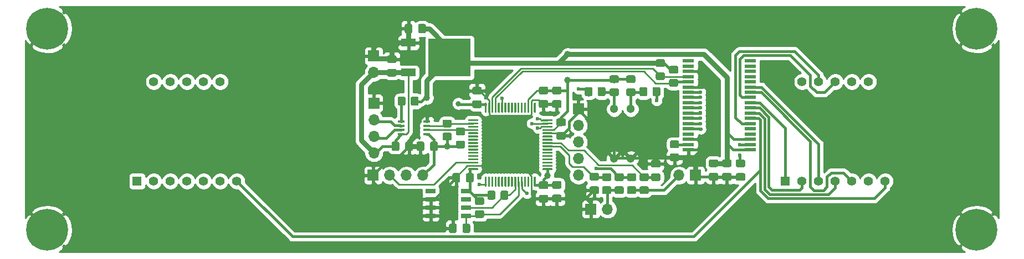
<source format=gbr>
%TF.GenerationSoftware,KiCad,Pcbnew,(5.1.9)-1*%
%TF.CreationDate,2021-04-24T21:51:37+02:00*%
%TF.ProjectId,Hoofdbord,486f6f66-6462-46f7-9264-2e6b69636164,rev?*%
%TF.SameCoordinates,Original*%
%TF.FileFunction,Copper,L1,Top*%
%TF.FilePolarity,Positive*%
%FSLAX46Y46*%
G04 Gerber Fmt 4.6, Leading zero omitted, Abs format (unit mm)*
G04 Created by KiCad (PCBNEW (5.1.9)-1) date 2021-04-24 21:51:37*
%MOMM*%
%LPD*%
G01*
G04 APERTURE LIST*
%TA.AperFunction,ComponentPad*%
%ADD10R,1.416000X1.416000*%
%TD*%
%TA.AperFunction,ComponentPad*%
%ADD11C,1.416000*%
%TD*%
%TA.AperFunction,ComponentPad*%
%ADD12C,6.400000*%
%TD*%
%TA.AperFunction,ComponentPad*%
%ADD13C,0.800000*%
%TD*%
%TA.AperFunction,ComponentPad*%
%ADD14O,1.700000X1.700000*%
%TD*%
%TA.AperFunction,ComponentPad*%
%ADD15R,1.700000X1.700000*%
%TD*%
%TA.AperFunction,SMDPad,CuDef*%
%ADD16R,6.400000X5.800000*%
%TD*%
%TA.AperFunction,SMDPad,CuDef*%
%ADD17R,2.200000X1.200000*%
%TD*%
%TA.AperFunction,ComponentPad*%
%ADD18C,1.300000*%
%TD*%
%TA.AperFunction,SMDPad,CuDef*%
%ADD19R,1.800000X0.600000*%
%TD*%
%TA.AperFunction,SMDPad,CuDef*%
%ADD20R,1.100000X0.450000*%
%TD*%
%TA.AperFunction,SMDPad,CuDef*%
%ADD21R,1.525000X0.650000*%
%TD*%
%TA.AperFunction,ViaPad*%
%ADD22C,0.600000*%
%TD*%
%TA.AperFunction,ViaPad*%
%ADD23C,1.000000*%
%TD*%
%TA.AperFunction,ViaPad*%
%ADD24C,0.800000*%
%TD*%
%TA.AperFunction,Conductor*%
%ADD25C,0.250000*%
%TD*%
%TA.AperFunction,Conductor*%
%ADD26C,0.400000*%
%TD*%
%TA.AperFunction,Conductor*%
%ADD27C,0.800000*%
%TD*%
%TA.AperFunction,Conductor*%
%ADD28C,0.254000*%
%TD*%
%TA.AperFunction,Conductor*%
%ADD29C,0.100000*%
%TD*%
G04 APERTURE END LIST*
D10*
%TO.P,DS1,1*%
%TO.N,O15*%
X206883000Y-83185000D03*
D11*
%TO.P,DS1,2*%
%TO.N,O14*%
X209423000Y-83185000D03*
%TO.P,DS1,3*%
%TO.N,O18*%
X211963000Y-83185000D03*
%TO.P,DS1,4*%
%TO.N,O13*%
X214503000Y-83185000D03*
%TO.P,DS1,5*%
%TO.N,O17*%
X217043000Y-83185000D03*
%TO.P,DS1,6*%
%TO.N,O3*%
X219583000Y-83185000D03*
%TO.P,DS1,7*%
%TO.N,O12*%
X222123000Y-83185000D03*
%TO.P,DS1,8*%
%TO.N,O2*%
X219583000Y-67945000D03*
%TO.P,DS1,9*%
%TO.N,O1*%
X217043000Y-67945000D03*
%TO.P,DS1,10*%
%TO.N,O16*%
X214503000Y-67945000D03*
%TO.P,DS1,11*%
%TO.N,O11*%
X211963000Y-67945000D03*
%TO.P,DS1,12*%
%TO.N,O0*%
X209423000Y-67945000D03*
%TD*%
D12*
%TO.P,,1*%
%TO.N,GND*%
X94107000Y-59817000D03*
D13*
%TO.N,N/C*%
X96507000Y-59817000D03*
X95804056Y-61514056D03*
X94107000Y-62217000D03*
X92409944Y-61514056D03*
X91707000Y-59817000D03*
X92409944Y-58119944D03*
X94107000Y-57417000D03*
X95804056Y-58119944D03*
%TD*%
D12*
%TO.P,,1*%
%TO.N,GND*%
X236093000Y-90678000D03*
D13*
%TO.N,N/C*%
X238493000Y-90678000D03*
X237790056Y-92375056D03*
X236093000Y-93078000D03*
X234395944Y-92375056D03*
X233693000Y-90678000D03*
X234395944Y-88980944D03*
X236093000Y-88278000D03*
X237790056Y-88980944D03*
%TD*%
D12*
%TO.P,,1*%
%TO.N,GND*%
X94107000Y-90678000D03*
D13*
%TO.N,N/C*%
X96507000Y-90678000D03*
X95804056Y-92375056D03*
X94107000Y-93078000D03*
X92409944Y-92375056D03*
X91707000Y-90678000D03*
X92409944Y-88980944D03*
X94107000Y-88278000D03*
X95804056Y-88980944D03*
%TD*%
D12*
%TO.P,,1*%
%TO.N,GND*%
X236093000Y-59817000D03*
D13*
%TO.N,N/C*%
X238493000Y-59817000D03*
X237790056Y-61514056D03*
X236093000Y-62217000D03*
X234395944Y-61514056D03*
X233693000Y-59817000D03*
X234395944Y-58119944D03*
X236093000Y-57417000D03*
X237790056Y-58119944D03*
%TD*%
D14*
%TO.P,SW2,2*%
%TO.N,Net-(R10-Pad2)*%
X190627000Y-82296000D03*
D15*
%TO.P,SW2,1*%
%TO.N,GND*%
X193167000Y-82296000D03*
%TD*%
%TO.P,R14,1*%
%TO.N,Net-(R13-Pad1)*%
%TA.AperFunction,SMDPad,CuDef*%
G36*
G01*
X181171001Y-70164000D02*
X180270999Y-70164000D01*
G75*
G02*
X180021000Y-69914001I0J249999D01*
G01*
X180021000Y-69213999D01*
G75*
G02*
X180270999Y-68964000I249999J0D01*
G01*
X181171001Y-68964000D01*
G75*
G02*
X181421000Y-69213999I0J-249999D01*
G01*
X181421000Y-69914001D01*
G75*
G02*
X181171001Y-70164000I-249999J0D01*
G01*
G37*
%TD.AperFunction*%
%TO.P,R14,2*%
%TO.N,+3V3*%
%TA.AperFunction,SMDPad,CuDef*%
G36*
G01*
X181171001Y-68164000D02*
X180270999Y-68164000D01*
G75*
G02*
X180021000Y-67914001I0J249999D01*
G01*
X180021000Y-67213999D01*
G75*
G02*
X180270999Y-66964000I249999J0D01*
G01*
X181171001Y-66964000D01*
G75*
G02*
X181421000Y-67213999I0J-249999D01*
G01*
X181421000Y-67914001D01*
G75*
G02*
X181171001Y-68164000I-249999J0D01*
G01*
G37*
%TD.AperFunction*%
%TD*%
%TO.P,R13,1*%
%TO.N,Net-(R13-Pad1)*%
%TA.AperFunction,SMDPad,CuDef*%
G36*
G01*
X179400000Y-69018999D02*
X179400000Y-69919001D01*
G75*
G02*
X179150001Y-70169000I-249999J0D01*
G01*
X178449999Y-70169000D01*
G75*
G02*
X178200000Y-69919001I0J249999D01*
G01*
X178200000Y-69018999D01*
G75*
G02*
X178449999Y-68769000I249999J0D01*
G01*
X179150001Y-68769000D01*
G75*
G02*
X179400000Y-69018999I0J-249999D01*
G01*
G37*
%TD.AperFunction*%
%TO.P,R13,2*%
%TO.N,BOOT1*%
%TA.AperFunction,SMDPad,CuDef*%
G36*
G01*
X177400000Y-69018999D02*
X177400000Y-69919001D01*
G75*
G02*
X177150001Y-70169000I-249999J0D01*
G01*
X176449999Y-70169000D01*
G75*
G02*
X176200000Y-69919001I0J249999D01*
G01*
X176200000Y-69018999D01*
G75*
G02*
X176449999Y-68769000I249999J0D01*
G01*
X177150001Y-68769000D01*
G75*
G02*
X177400000Y-69018999I0J-249999D01*
G01*
G37*
%TD.AperFunction*%
%TD*%
%TO.P,R16,1*%
%TO.N,Net-(R15-Pad2)*%
%TA.AperFunction,SMDPad,CuDef*%
G36*
G01*
X184582000Y-69919001D02*
X184582000Y-69018999D01*
G75*
G02*
X184831999Y-68769000I249999J0D01*
G01*
X185532001Y-68769000D01*
G75*
G02*
X185782000Y-69018999I0J-249999D01*
G01*
X185782000Y-69919001D01*
G75*
G02*
X185532001Y-70169000I-249999J0D01*
G01*
X184831999Y-70169000D01*
G75*
G02*
X184582000Y-69919001I0J249999D01*
G01*
G37*
%TD.AperFunction*%
%TO.P,R16,2*%
%TO.N,BOOT0*%
%TA.AperFunction,SMDPad,CuDef*%
G36*
G01*
X186582000Y-69919001D02*
X186582000Y-69018999D01*
G75*
G02*
X186831999Y-68769000I249999J0D01*
G01*
X187532001Y-68769000D01*
G75*
G02*
X187782000Y-69018999I0J-249999D01*
G01*
X187782000Y-69919001D01*
G75*
G02*
X187532001Y-70169000I-249999J0D01*
G01*
X186831999Y-70169000D01*
G75*
G02*
X186582000Y-69919001I0J249999D01*
G01*
G37*
%TD.AperFunction*%
%TD*%
%TO.P,R15,1*%
%TO.N,+3V3*%
%TA.AperFunction,SMDPad,CuDef*%
G36*
G01*
X182810999Y-66964000D02*
X183711001Y-66964000D01*
G75*
G02*
X183961000Y-67213999I0J-249999D01*
G01*
X183961000Y-67914001D01*
G75*
G02*
X183711001Y-68164000I-249999J0D01*
G01*
X182810999Y-68164000D01*
G75*
G02*
X182561000Y-67914001I0J249999D01*
G01*
X182561000Y-67213999D01*
G75*
G02*
X182810999Y-66964000I249999J0D01*
G01*
G37*
%TD.AperFunction*%
%TO.P,R15,2*%
%TO.N,Net-(R15-Pad2)*%
%TA.AperFunction,SMDPad,CuDef*%
G36*
G01*
X182810999Y-68964000D02*
X183711001Y-68964000D01*
G75*
G02*
X183961000Y-69213999I0J-249999D01*
G01*
X183961000Y-69914001D01*
G75*
G02*
X183711001Y-70164000I-249999J0D01*
G01*
X182810999Y-70164000D01*
G75*
G02*
X182561000Y-69914001I0J249999D01*
G01*
X182561000Y-69213999D01*
G75*
G02*
X182810999Y-68964000I249999J0D01*
G01*
G37*
%TD.AperFunction*%
%TD*%
%TO.P,U1,64*%
%TO.N,+3V3*%
%TA.AperFunction,SMDPad,CuDef*%
G36*
G01*
X168746000Y-82572000D02*
X168746000Y-83972000D01*
G75*
G02*
X168671000Y-84047000I-75000J0D01*
G01*
X168521000Y-84047000D01*
G75*
G02*
X168446000Y-83972000I0J75000D01*
G01*
X168446000Y-82572000D01*
G75*
G02*
X168521000Y-82497000I75000J0D01*
G01*
X168671000Y-82497000D01*
G75*
G02*
X168746000Y-82572000I0J-75000D01*
G01*
G37*
%TD.AperFunction*%
%TO.P,U1,63*%
%TO.N,GND*%
%TA.AperFunction,SMDPad,CuDef*%
G36*
G01*
X168246000Y-82572000D02*
X168246000Y-83972000D01*
G75*
G02*
X168171000Y-84047000I-75000J0D01*
G01*
X168021000Y-84047000D01*
G75*
G02*
X167946000Y-83972000I0J75000D01*
G01*
X167946000Y-82572000D01*
G75*
G02*
X168021000Y-82497000I75000J0D01*
G01*
X168171000Y-82497000D01*
G75*
G02*
X168246000Y-82572000I0J-75000D01*
G01*
G37*
%TD.AperFunction*%
%TO.P,U1,62*%
%TO.N,Net-(U1-Pad62)*%
%TA.AperFunction,SMDPad,CuDef*%
G36*
G01*
X167746000Y-82572000D02*
X167746000Y-83972000D01*
G75*
G02*
X167671000Y-84047000I-75000J0D01*
G01*
X167521000Y-84047000D01*
G75*
G02*
X167446000Y-83972000I0J75000D01*
G01*
X167446000Y-82572000D01*
G75*
G02*
X167521000Y-82497000I75000J0D01*
G01*
X167671000Y-82497000D01*
G75*
G02*
X167746000Y-82572000I0J-75000D01*
G01*
G37*
%TD.AperFunction*%
%TO.P,U1,61*%
%TO.N,Net-(U1-Pad61)*%
%TA.AperFunction,SMDPad,CuDef*%
G36*
G01*
X167246000Y-82572000D02*
X167246000Y-83972000D01*
G75*
G02*
X167171000Y-84047000I-75000J0D01*
G01*
X167021000Y-84047000D01*
G75*
G02*
X166946000Y-83972000I0J75000D01*
G01*
X166946000Y-82572000D01*
G75*
G02*
X167021000Y-82497000I75000J0D01*
G01*
X167171000Y-82497000D01*
G75*
G02*
X167246000Y-82572000I0J-75000D01*
G01*
G37*
%TD.AperFunction*%
%TO.P,U1,60*%
%TO.N,BOOT0*%
%TA.AperFunction,SMDPad,CuDef*%
G36*
G01*
X166746000Y-82572000D02*
X166746000Y-83972000D01*
G75*
G02*
X166671000Y-84047000I-75000J0D01*
G01*
X166521000Y-84047000D01*
G75*
G02*
X166446000Y-83972000I0J75000D01*
G01*
X166446000Y-82572000D01*
G75*
G02*
X166521000Y-82497000I75000J0D01*
G01*
X166671000Y-82497000D01*
G75*
G02*
X166746000Y-82572000I0J-75000D01*
G01*
G37*
%TD.AperFunction*%
%TO.P,U1,59*%
%TO.N,PB7*%
%TA.AperFunction,SMDPad,CuDef*%
G36*
G01*
X166246000Y-82572000D02*
X166246000Y-83972000D01*
G75*
G02*
X166171000Y-84047000I-75000J0D01*
G01*
X166021000Y-84047000D01*
G75*
G02*
X165946000Y-83972000I0J75000D01*
G01*
X165946000Y-82572000D01*
G75*
G02*
X166021000Y-82497000I75000J0D01*
G01*
X166171000Y-82497000D01*
G75*
G02*
X166246000Y-82572000I0J-75000D01*
G01*
G37*
%TD.AperFunction*%
%TO.P,U1,58*%
%TO.N,PB6*%
%TA.AperFunction,SMDPad,CuDef*%
G36*
G01*
X165746000Y-82572000D02*
X165746000Y-83972000D01*
G75*
G02*
X165671000Y-84047000I-75000J0D01*
G01*
X165521000Y-84047000D01*
G75*
G02*
X165446000Y-83972000I0J75000D01*
G01*
X165446000Y-82572000D01*
G75*
G02*
X165521000Y-82497000I75000J0D01*
G01*
X165671000Y-82497000D01*
G75*
G02*
X165746000Y-82572000I0J-75000D01*
G01*
G37*
%TD.AperFunction*%
%TO.P,U1,57*%
%TO.N,Net-(U1-Pad57)*%
%TA.AperFunction,SMDPad,CuDef*%
G36*
G01*
X165246000Y-82572000D02*
X165246000Y-83972000D01*
G75*
G02*
X165171000Y-84047000I-75000J0D01*
G01*
X165021000Y-84047000D01*
G75*
G02*
X164946000Y-83972000I0J75000D01*
G01*
X164946000Y-82572000D01*
G75*
G02*
X165021000Y-82497000I75000J0D01*
G01*
X165171000Y-82497000D01*
G75*
G02*
X165246000Y-82572000I0J-75000D01*
G01*
G37*
%TD.AperFunction*%
%TO.P,U1,56*%
%TO.N,Net-(U1-Pad56)*%
%TA.AperFunction,SMDPad,CuDef*%
G36*
G01*
X164746000Y-82572000D02*
X164746000Y-83972000D01*
G75*
G02*
X164671000Y-84047000I-75000J0D01*
G01*
X164521000Y-84047000D01*
G75*
G02*
X164446000Y-83972000I0J75000D01*
G01*
X164446000Y-82572000D01*
G75*
G02*
X164521000Y-82497000I75000J0D01*
G01*
X164671000Y-82497000D01*
G75*
G02*
X164746000Y-82572000I0J-75000D01*
G01*
G37*
%TD.AperFunction*%
%TO.P,U1,55*%
%TO.N,Net-(U1-Pad55)*%
%TA.AperFunction,SMDPad,CuDef*%
G36*
G01*
X164246000Y-82572000D02*
X164246000Y-83972000D01*
G75*
G02*
X164171000Y-84047000I-75000J0D01*
G01*
X164021000Y-84047000D01*
G75*
G02*
X163946000Y-83972000I0J75000D01*
G01*
X163946000Y-82572000D01*
G75*
G02*
X164021000Y-82497000I75000J0D01*
G01*
X164171000Y-82497000D01*
G75*
G02*
X164246000Y-82572000I0J-75000D01*
G01*
G37*
%TD.AperFunction*%
%TO.P,U1,54*%
%TO.N,Net-(U1-Pad54)*%
%TA.AperFunction,SMDPad,CuDef*%
G36*
G01*
X163746000Y-82572000D02*
X163746000Y-83972000D01*
G75*
G02*
X163671000Y-84047000I-75000J0D01*
G01*
X163521000Y-84047000D01*
G75*
G02*
X163446000Y-83972000I0J75000D01*
G01*
X163446000Y-82572000D01*
G75*
G02*
X163521000Y-82497000I75000J0D01*
G01*
X163671000Y-82497000D01*
G75*
G02*
X163746000Y-82572000I0J-75000D01*
G01*
G37*
%TD.AperFunction*%
%TO.P,U1,53*%
%TO.N,Net-(U1-Pad53)*%
%TA.AperFunction,SMDPad,CuDef*%
G36*
G01*
X163246000Y-82572000D02*
X163246000Y-83972000D01*
G75*
G02*
X163171000Y-84047000I-75000J0D01*
G01*
X163021000Y-84047000D01*
G75*
G02*
X162946000Y-83972000I0J75000D01*
G01*
X162946000Y-82572000D01*
G75*
G02*
X163021000Y-82497000I75000J0D01*
G01*
X163171000Y-82497000D01*
G75*
G02*
X163246000Y-82572000I0J-75000D01*
G01*
G37*
%TD.AperFunction*%
%TO.P,U1,52*%
%TO.N,Net-(U1-Pad52)*%
%TA.AperFunction,SMDPad,CuDef*%
G36*
G01*
X162746000Y-82572000D02*
X162746000Y-83972000D01*
G75*
G02*
X162671000Y-84047000I-75000J0D01*
G01*
X162521000Y-84047000D01*
G75*
G02*
X162446000Y-83972000I0J75000D01*
G01*
X162446000Y-82572000D01*
G75*
G02*
X162521000Y-82497000I75000J0D01*
G01*
X162671000Y-82497000D01*
G75*
G02*
X162746000Y-82572000I0J-75000D01*
G01*
G37*
%TD.AperFunction*%
%TO.P,U1,51*%
%TO.N,Net-(U1-Pad51)*%
%TA.AperFunction,SMDPad,CuDef*%
G36*
G01*
X162246000Y-82572000D02*
X162246000Y-83972000D01*
G75*
G02*
X162171000Y-84047000I-75000J0D01*
G01*
X162021000Y-84047000D01*
G75*
G02*
X161946000Y-83972000I0J75000D01*
G01*
X161946000Y-82572000D01*
G75*
G02*
X162021000Y-82497000I75000J0D01*
G01*
X162171000Y-82497000D01*
G75*
G02*
X162246000Y-82572000I0J-75000D01*
G01*
G37*
%TD.AperFunction*%
%TO.P,U1,50*%
%TO.N,Net-(U1-Pad50)*%
%TA.AperFunction,SMDPad,CuDef*%
G36*
G01*
X161746000Y-82572000D02*
X161746000Y-83972000D01*
G75*
G02*
X161671000Y-84047000I-75000J0D01*
G01*
X161521000Y-84047000D01*
G75*
G02*
X161446000Y-83972000I0J75000D01*
G01*
X161446000Y-82572000D01*
G75*
G02*
X161521000Y-82497000I75000J0D01*
G01*
X161671000Y-82497000D01*
G75*
G02*
X161746000Y-82572000I0J-75000D01*
G01*
G37*
%TD.AperFunction*%
%TO.P,U1,49*%
%TO.N,PA14*%
%TA.AperFunction,SMDPad,CuDef*%
G36*
G01*
X161246000Y-82572000D02*
X161246000Y-83972000D01*
G75*
G02*
X161171000Y-84047000I-75000J0D01*
G01*
X161021000Y-84047000D01*
G75*
G02*
X160946000Y-83972000I0J75000D01*
G01*
X160946000Y-82572000D01*
G75*
G02*
X161021000Y-82497000I75000J0D01*
G01*
X161171000Y-82497000D01*
G75*
G02*
X161246000Y-82572000I0J-75000D01*
G01*
G37*
%TD.AperFunction*%
%TO.P,U1,48*%
%TO.N,+3V3*%
%TA.AperFunction,SMDPad,CuDef*%
G36*
G01*
X159946000Y-81272000D02*
X159946000Y-81422000D01*
G75*
G02*
X159871000Y-81497000I-75000J0D01*
G01*
X158471000Y-81497000D01*
G75*
G02*
X158396000Y-81422000I0J75000D01*
G01*
X158396000Y-81272000D01*
G75*
G02*
X158471000Y-81197000I75000J0D01*
G01*
X159871000Y-81197000D01*
G75*
G02*
X159946000Y-81272000I0J-75000D01*
G01*
G37*
%TD.AperFunction*%
%TO.P,U1,47*%
%TO.N,GND*%
%TA.AperFunction,SMDPad,CuDef*%
G36*
G01*
X159946000Y-80772000D02*
X159946000Y-80922000D01*
G75*
G02*
X159871000Y-80997000I-75000J0D01*
G01*
X158471000Y-80997000D01*
G75*
G02*
X158396000Y-80922000I0J75000D01*
G01*
X158396000Y-80772000D01*
G75*
G02*
X158471000Y-80697000I75000J0D01*
G01*
X159871000Y-80697000D01*
G75*
G02*
X159946000Y-80772000I0J-75000D01*
G01*
G37*
%TD.AperFunction*%
%TO.P,U1,46*%
%TO.N,PA13*%
%TA.AperFunction,SMDPad,CuDef*%
G36*
G01*
X159946000Y-80272000D02*
X159946000Y-80422000D01*
G75*
G02*
X159871000Y-80497000I-75000J0D01*
G01*
X158471000Y-80497000D01*
G75*
G02*
X158396000Y-80422000I0J75000D01*
G01*
X158396000Y-80272000D01*
G75*
G02*
X158471000Y-80197000I75000J0D01*
G01*
X159871000Y-80197000D01*
G75*
G02*
X159946000Y-80272000I0J-75000D01*
G01*
G37*
%TD.AperFunction*%
%TO.P,U1,45*%
%TO.N,Net-(U1-Pad45)*%
%TA.AperFunction,SMDPad,CuDef*%
G36*
G01*
X159946000Y-79772000D02*
X159946000Y-79922000D01*
G75*
G02*
X159871000Y-79997000I-75000J0D01*
G01*
X158471000Y-79997000D01*
G75*
G02*
X158396000Y-79922000I0J75000D01*
G01*
X158396000Y-79772000D01*
G75*
G02*
X158471000Y-79697000I75000J0D01*
G01*
X159871000Y-79697000D01*
G75*
G02*
X159946000Y-79772000I0J-75000D01*
G01*
G37*
%TD.AperFunction*%
%TO.P,U1,44*%
%TO.N,Net-(U1-Pad44)*%
%TA.AperFunction,SMDPad,CuDef*%
G36*
G01*
X159946000Y-79272000D02*
X159946000Y-79422000D01*
G75*
G02*
X159871000Y-79497000I-75000J0D01*
G01*
X158471000Y-79497000D01*
G75*
G02*
X158396000Y-79422000I0J75000D01*
G01*
X158396000Y-79272000D01*
G75*
G02*
X158471000Y-79197000I75000J0D01*
G01*
X159871000Y-79197000D01*
G75*
G02*
X159946000Y-79272000I0J-75000D01*
G01*
G37*
%TD.AperFunction*%
%TO.P,U1,43*%
%TO.N,Net-(U1-Pad43)*%
%TA.AperFunction,SMDPad,CuDef*%
G36*
G01*
X159946000Y-78772000D02*
X159946000Y-78922000D01*
G75*
G02*
X159871000Y-78997000I-75000J0D01*
G01*
X158471000Y-78997000D01*
G75*
G02*
X158396000Y-78922000I0J75000D01*
G01*
X158396000Y-78772000D01*
G75*
G02*
X158471000Y-78697000I75000J0D01*
G01*
X159871000Y-78697000D01*
G75*
G02*
X159946000Y-78772000I0J-75000D01*
G01*
G37*
%TD.AperFunction*%
%TO.P,U1,42*%
%TO.N,Net-(U1-Pad42)*%
%TA.AperFunction,SMDPad,CuDef*%
G36*
G01*
X159946000Y-78272000D02*
X159946000Y-78422000D01*
G75*
G02*
X159871000Y-78497000I-75000J0D01*
G01*
X158471000Y-78497000D01*
G75*
G02*
X158396000Y-78422000I0J75000D01*
G01*
X158396000Y-78272000D01*
G75*
G02*
X158471000Y-78197000I75000J0D01*
G01*
X159871000Y-78197000D01*
G75*
G02*
X159946000Y-78272000I0J-75000D01*
G01*
G37*
%TD.AperFunction*%
%TO.P,U1,41*%
%TO.N,Net-(U1-Pad41)*%
%TA.AperFunction,SMDPad,CuDef*%
G36*
G01*
X159946000Y-77772000D02*
X159946000Y-77922000D01*
G75*
G02*
X159871000Y-77997000I-75000J0D01*
G01*
X158471000Y-77997000D01*
G75*
G02*
X158396000Y-77922000I0J75000D01*
G01*
X158396000Y-77772000D01*
G75*
G02*
X158471000Y-77697000I75000J0D01*
G01*
X159871000Y-77697000D01*
G75*
G02*
X159946000Y-77772000I0J-75000D01*
G01*
G37*
%TD.AperFunction*%
%TO.P,U1,40*%
%TO.N,Net-(U1-Pad40)*%
%TA.AperFunction,SMDPad,CuDef*%
G36*
G01*
X159946000Y-77272000D02*
X159946000Y-77422000D01*
G75*
G02*
X159871000Y-77497000I-75000J0D01*
G01*
X158471000Y-77497000D01*
G75*
G02*
X158396000Y-77422000I0J75000D01*
G01*
X158396000Y-77272000D01*
G75*
G02*
X158471000Y-77197000I75000J0D01*
G01*
X159871000Y-77197000D01*
G75*
G02*
X159946000Y-77272000I0J-75000D01*
G01*
G37*
%TD.AperFunction*%
%TO.P,U1,39*%
%TO.N,Net-(U1-Pad39)*%
%TA.AperFunction,SMDPad,CuDef*%
G36*
G01*
X159946000Y-76772000D02*
X159946000Y-76922000D01*
G75*
G02*
X159871000Y-76997000I-75000J0D01*
G01*
X158471000Y-76997000D01*
G75*
G02*
X158396000Y-76922000I0J75000D01*
G01*
X158396000Y-76772000D01*
G75*
G02*
X158471000Y-76697000I75000J0D01*
G01*
X159871000Y-76697000D01*
G75*
G02*
X159946000Y-76772000I0J-75000D01*
G01*
G37*
%TD.AperFunction*%
%TO.P,U1,38*%
%TO.N,Net-(U1-Pad38)*%
%TA.AperFunction,SMDPad,CuDef*%
G36*
G01*
X159946000Y-76272000D02*
X159946000Y-76422000D01*
G75*
G02*
X159871000Y-76497000I-75000J0D01*
G01*
X158471000Y-76497000D01*
G75*
G02*
X158396000Y-76422000I0J75000D01*
G01*
X158396000Y-76272000D01*
G75*
G02*
X158471000Y-76197000I75000J0D01*
G01*
X159871000Y-76197000D01*
G75*
G02*
X159946000Y-76272000I0J-75000D01*
G01*
G37*
%TD.AperFunction*%
%TO.P,U1,37*%
%TO.N,Net-(U1-Pad37)*%
%TA.AperFunction,SMDPad,CuDef*%
G36*
G01*
X159946000Y-75772000D02*
X159946000Y-75922000D01*
G75*
G02*
X159871000Y-75997000I-75000J0D01*
G01*
X158471000Y-75997000D01*
G75*
G02*
X158396000Y-75922000I0J75000D01*
G01*
X158396000Y-75772000D01*
G75*
G02*
X158471000Y-75697000I75000J0D01*
G01*
X159871000Y-75697000D01*
G75*
G02*
X159946000Y-75772000I0J-75000D01*
G01*
G37*
%TD.AperFunction*%
%TO.P,U1,36*%
%TO.N,PB15*%
%TA.AperFunction,SMDPad,CuDef*%
G36*
G01*
X159946000Y-75272000D02*
X159946000Y-75422000D01*
G75*
G02*
X159871000Y-75497000I-75000J0D01*
G01*
X158471000Y-75497000D01*
G75*
G02*
X158396000Y-75422000I0J75000D01*
G01*
X158396000Y-75272000D01*
G75*
G02*
X158471000Y-75197000I75000J0D01*
G01*
X159871000Y-75197000D01*
G75*
G02*
X159946000Y-75272000I0J-75000D01*
G01*
G37*
%TD.AperFunction*%
%TO.P,U1,35*%
%TO.N,Net-(U1-Pad35)*%
%TA.AperFunction,SMDPad,CuDef*%
G36*
G01*
X159946000Y-74772000D02*
X159946000Y-74922000D01*
G75*
G02*
X159871000Y-74997000I-75000J0D01*
G01*
X158471000Y-74997000D01*
G75*
G02*
X158396000Y-74922000I0J75000D01*
G01*
X158396000Y-74772000D01*
G75*
G02*
X158471000Y-74697000I75000J0D01*
G01*
X159871000Y-74697000D01*
G75*
G02*
X159946000Y-74772000I0J-75000D01*
G01*
G37*
%TD.AperFunction*%
%TO.P,U1,34*%
%TO.N,PB13*%
%TA.AperFunction,SMDPad,CuDef*%
G36*
G01*
X159946000Y-74272000D02*
X159946000Y-74422000D01*
G75*
G02*
X159871000Y-74497000I-75000J0D01*
G01*
X158471000Y-74497000D01*
G75*
G02*
X158396000Y-74422000I0J75000D01*
G01*
X158396000Y-74272000D01*
G75*
G02*
X158471000Y-74197000I75000J0D01*
G01*
X159871000Y-74197000D01*
G75*
G02*
X159946000Y-74272000I0J-75000D01*
G01*
G37*
%TD.AperFunction*%
%TO.P,U1,33*%
%TO.N,Net-(U1-Pad33)*%
%TA.AperFunction,SMDPad,CuDef*%
G36*
G01*
X159946000Y-73772000D02*
X159946000Y-73922000D01*
G75*
G02*
X159871000Y-73997000I-75000J0D01*
G01*
X158471000Y-73997000D01*
G75*
G02*
X158396000Y-73922000I0J75000D01*
G01*
X158396000Y-73772000D01*
G75*
G02*
X158471000Y-73697000I75000J0D01*
G01*
X159871000Y-73697000D01*
G75*
G02*
X159946000Y-73772000I0J-75000D01*
G01*
G37*
%TD.AperFunction*%
%TO.P,U1,32*%
%TO.N,+3V3*%
%TA.AperFunction,SMDPad,CuDef*%
G36*
G01*
X161246000Y-71222000D02*
X161246000Y-72622000D01*
G75*
G02*
X161171000Y-72697000I-75000J0D01*
G01*
X161021000Y-72697000D01*
G75*
G02*
X160946000Y-72622000I0J75000D01*
G01*
X160946000Y-71222000D01*
G75*
G02*
X161021000Y-71147000I75000J0D01*
G01*
X161171000Y-71147000D01*
G75*
G02*
X161246000Y-71222000I0J-75000D01*
G01*
G37*
%TD.AperFunction*%
%TO.P,U1,31*%
%TO.N,GND*%
%TA.AperFunction,SMDPad,CuDef*%
G36*
G01*
X161746000Y-71222000D02*
X161746000Y-72622000D01*
G75*
G02*
X161671000Y-72697000I-75000J0D01*
G01*
X161521000Y-72697000D01*
G75*
G02*
X161446000Y-72622000I0J75000D01*
G01*
X161446000Y-71222000D01*
G75*
G02*
X161521000Y-71147000I75000J0D01*
G01*
X161671000Y-71147000D01*
G75*
G02*
X161746000Y-71222000I0J-75000D01*
G01*
G37*
%TD.AperFunction*%
%TO.P,U1,30*%
%TO.N,PB11*%
%TA.AperFunction,SMDPad,CuDef*%
G36*
G01*
X162246000Y-71222000D02*
X162246000Y-72622000D01*
G75*
G02*
X162171000Y-72697000I-75000J0D01*
G01*
X162021000Y-72697000D01*
G75*
G02*
X161946000Y-72622000I0J75000D01*
G01*
X161946000Y-71222000D01*
G75*
G02*
X162021000Y-71147000I75000J0D01*
G01*
X162171000Y-71147000D01*
G75*
G02*
X162246000Y-71222000I0J-75000D01*
G01*
G37*
%TD.AperFunction*%
%TO.P,U1,29*%
%TO.N,PB10*%
%TA.AperFunction,SMDPad,CuDef*%
G36*
G01*
X162746000Y-71222000D02*
X162746000Y-72622000D01*
G75*
G02*
X162671000Y-72697000I-75000J0D01*
G01*
X162521000Y-72697000D01*
G75*
G02*
X162446000Y-72622000I0J75000D01*
G01*
X162446000Y-71222000D01*
G75*
G02*
X162521000Y-71147000I75000J0D01*
G01*
X162671000Y-71147000D01*
G75*
G02*
X162746000Y-71222000I0J-75000D01*
G01*
G37*
%TD.AperFunction*%
%TO.P,U1,28*%
%TO.N,Net-(U1-Pad28)*%
%TA.AperFunction,SMDPad,CuDef*%
G36*
G01*
X163246000Y-71222000D02*
X163246000Y-72622000D01*
G75*
G02*
X163171000Y-72697000I-75000J0D01*
G01*
X163021000Y-72697000D01*
G75*
G02*
X162946000Y-72622000I0J75000D01*
G01*
X162946000Y-71222000D01*
G75*
G02*
X163021000Y-71147000I75000J0D01*
G01*
X163171000Y-71147000D01*
G75*
G02*
X163246000Y-71222000I0J-75000D01*
G01*
G37*
%TD.AperFunction*%
%TO.P,U1,27*%
%TO.N,BOOT1*%
%TA.AperFunction,SMDPad,CuDef*%
G36*
G01*
X163746000Y-71222000D02*
X163746000Y-72622000D01*
G75*
G02*
X163671000Y-72697000I-75000J0D01*
G01*
X163521000Y-72697000D01*
G75*
G02*
X163446000Y-72622000I0J75000D01*
G01*
X163446000Y-71222000D01*
G75*
G02*
X163521000Y-71147000I75000J0D01*
G01*
X163671000Y-71147000D01*
G75*
G02*
X163746000Y-71222000I0J-75000D01*
G01*
G37*
%TD.AperFunction*%
%TO.P,U1,26*%
%TO.N,Net-(U1-Pad26)*%
%TA.AperFunction,SMDPad,CuDef*%
G36*
G01*
X164246000Y-71222000D02*
X164246000Y-72622000D01*
G75*
G02*
X164171000Y-72697000I-75000J0D01*
G01*
X164021000Y-72697000D01*
G75*
G02*
X163946000Y-72622000I0J75000D01*
G01*
X163946000Y-71222000D01*
G75*
G02*
X164021000Y-71147000I75000J0D01*
G01*
X164171000Y-71147000D01*
G75*
G02*
X164246000Y-71222000I0J-75000D01*
G01*
G37*
%TD.AperFunction*%
%TO.P,U1,25*%
%TO.N,Net-(U1-Pad25)*%
%TA.AperFunction,SMDPad,CuDef*%
G36*
G01*
X164746000Y-71222000D02*
X164746000Y-72622000D01*
G75*
G02*
X164671000Y-72697000I-75000J0D01*
G01*
X164521000Y-72697000D01*
G75*
G02*
X164446000Y-72622000I0J75000D01*
G01*
X164446000Y-71222000D01*
G75*
G02*
X164521000Y-71147000I75000J0D01*
G01*
X164671000Y-71147000D01*
G75*
G02*
X164746000Y-71222000I0J-75000D01*
G01*
G37*
%TD.AperFunction*%
%TO.P,U1,24*%
%TO.N,Net-(U1-Pad24)*%
%TA.AperFunction,SMDPad,CuDef*%
G36*
G01*
X165246000Y-71222000D02*
X165246000Y-72622000D01*
G75*
G02*
X165171000Y-72697000I-75000J0D01*
G01*
X165021000Y-72697000D01*
G75*
G02*
X164946000Y-72622000I0J75000D01*
G01*
X164946000Y-71222000D01*
G75*
G02*
X165021000Y-71147000I75000J0D01*
G01*
X165171000Y-71147000D01*
G75*
G02*
X165246000Y-71222000I0J-75000D01*
G01*
G37*
%TD.AperFunction*%
%TO.P,U1,23*%
%TO.N,PA7*%
%TA.AperFunction,SMDPad,CuDef*%
G36*
G01*
X165746000Y-71222000D02*
X165746000Y-72622000D01*
G75*
G02*
X165671000Y-72697000I-75000J0D01*
G01*
X165521000Y-72697000D01*
G75*
G02*
X165446000Y-72622000I0J75000D01*
G01*
X165446000Y-71222000D01*
G75*
G02*
X165521000Y-71147000I75000J0D01*
G01*
X165671000Y-71147000D01*
G75*
G02*
X165746000Y-71222000I0J-75000D01*
G01*
G37*
%TD.AperFunction*%
%TO.P,U1,22*%
%TO.N,Net-(U1-Pad22)*%
%TA.AperFunction,SMDPad,CuDef*%
G36*
G01*
X166246000Y-71222000D02*
X166246000Y-72622000D01*
G75*
G02*
X166171000Y-72697000I-75000J0D01*
G01*
X166021000Y-72697000D01*
G75*
G02*
X165946000Y-72622000I0J75000D01*
G01*
X165946000Y-71222000D01*
G75*
G02*
X166021000Y-71147000I75000J0D01*
G01*
X166171000Y-71147000D01*
G75*
G02*
X166246000Y-71222000I0J-75000D01*
G01*
G37*
%TD.AperFunction*%
%TO.P,U1,21*%
%TO.N,PA5*%
%TA.AperFunction,SMDPad,CuDef*%
G36*
G01*
X166746000Y-71222000D02*
X166746000Y-72622000D01*
G75*
G02*
X166671000Y-72697000I-75000J0D01*
G01*
X166521000Y-72697000D01*
G75*
G02*
X166446000Y-72622000I0J75000D01*
G01*
X166446000Y-71222000D01*
G75*
G02*
X166521000Y-71147000I75000J0D01*
G01*
X166671000Y-71147000D01*
G75*
G02*
X166746000Y-71222000I0J-75000D01*
G01*
G37*
%TD.AperFunction*%
%TO.P,U1,20*%
%TO.N,Net-(U1-Pad20)*%
%TA.AperFunction,SMDPad,CuDef*%
G36*
G01*
X167246000Y-71222000D02*
X167246000Y-72622000D01*
G75*
G02*
X167171000Y-72697000I-75000J0D01*
G01*
X167021000Y-72697000D01*
G75*
G02*
X166946000Y-72622000I0J75000D01*
G01*
X166946000Y-71222000D01*
G75*
G02*
X167021000Y-71147000I75000J0D01*
G01*
X167171000Y-71147000D01*
G75*
G02*
X167246000Y-71222000I0J-75000D01*
G01*
G37*
%TD.AperFunction*%
%TO.P,U1,19*%
%TO.N,+3V3*%
%TA.AperFunction,SMDPad,CuDef*%
G36*
G01*
X167746000Y-71222000D02*
X167746000Y-72622000D01*
G75*
G02*
X167671000Y-72697000I-75000J0D01*
G01*
X167521000Y-72697000D01*
G75*
G02*
X167446000Y-72622000I0J75000D01*
G01*
X167446000Y-71222000D01*
G75*
G02*
X167521000Y-71147000I75000J0D01*
G01*
X167671000Y-71147000D01*
G75*
G02*
X167746000Y-71222000I0J-75000D01*
G01*
G37*
%TD.AperFunction*%
%TO.P,U1,18*%
%TO.N,GND*%
%TA.AperFunction,SMDPad,CuDef*%
G36*
G01*
X168246000Y-71222000D02*
X168246000Y-72622000D01*
G75*
G02*
X168171000Y-72697000I-75000J0D01*
G01*
X168021000Y-72697000D01*
G75*
G02*
X167946000Y-72622000I0J75000D01*
G01*
X167946000Y-71222000D01*
G75*
G02*
X168021000Y-71147000I75000J0D01*
G01*
X168171000Y-71147000D01*
G75*
G02*
X168246000Y-71222000I0J-75000D01*
G01*
G37*
%TD.AperFunction*%
%TO.P,U1,17*%
%TO.N,Net-(U1-Pad17)*%
%TA.AperFunction,SMDPad,CuDef*%
G36*
G01*
X168746000Y-71222000D02*
X168746000Y-72622000D01*
G75*
G02*
X168671000Y-72697000I-75000J0D01*
G01*
X168521000Y-72697000D01*
G75*
G02*
X168446000Y-72622000I0J75000D01*
G01*
X168446000Y-71222000D01*
G75*
G02*
X168521000Y-71147000I75000J0D01*
G01*
X168671000Y-71147000D01*
G75*
G02*
X168746000Y-71222000I0J-75000D01*
G01*
G37*
%TD.AperFunction*%
%TO.P,U1,16*%
%TO.N,PA2*%
%TA.AperFunction,SMDPad,CuDef*%
G36*
G01*
X171296000Y-73772000D02*
X171296000Y-73922000D01*
G75*
G02*
X171221000Y-73997000I-75000J0D01*
G01*
X169821000Y-73997000D01*
G75*
G02*
X169746000Y-73922000I0J75000D01*
G01*
X169746000Y-73772000D01*
G75*
G02*
X169821000Y-73697000I75000J0D01*
G01*
X171221000Y-73697000D01*
G75*
G02*
X171296000Y-73772000I0J-75000D01*
G01*
G37*
%TD.AperFunction*%
%TO.P,U1,15*%
%TO.N,PA1*%
%TA.AperFunction,SMDPad,CuDef*%
G36*
G01*
X171296000Y-74272000D02*
X171296000Y-74422000D01*
G75*
G02*
X171221000Y-74497000I-75000J0D01*
G01*
X169821000Y-74497000D01*
G75*
G02*
X169746000Y-74422000I0J75000D01*
G01*
X169746000Y-74272000D01*
G75*
G02*
X169821000Y-74197000I75000J0D01*
G01*
X171221000Y-74197000D01*
G75*
G02*
X171296000Y-74272000I0J-75000D01*
G01*
G37*
%TD.AperFunction*%
%TO.P,U1,14*%
%TO.N,PA0*%
%TA.AperFunction,SMDPad,CuDef*%
G36*
G01*
X171296000Y-74772000D02*
X171296000Y-74922000D01*
G75*
G02*
X171221000Y-74997000I-75000J0D01*
G01*
X169821000Y-74997000D01*
G75*
G02*
X169746000Y-74922000I0J75000D01*
G01*
X169746000Y-74772000D01*
G75*
G02*
X169821000Y-74697000I75000J0D01*
G01*
X171221000Y-74697000D01*
G75*
G02*
X171296000Y-74772000I0J-75000D01*
G01*
G37*
%TD.AperFunction*%
%TO.P,U1,13*%
%TO.N,+3V3*%
%TA.AperFunction,SMDPad,CuDef*%
G36*
G01*
X171296000Y-75272000D02*
X171296000Y-75422000D01*
G75*
G02*
X171221000Y-75497000I-75000J0D01*
G01*
X169821000Y-75497000D01*
G75*
G02*
X169746000Y-75422000I0J75000D01*
G01*
X169746000Y-75272000D01*
G75*
G02*
X169821000Y-75197000I75000J0D01*
G01*
X171221000Y-75197000D01*
G75*
G02*
X171296000Y-75272000I0J-75000D01*
G01*
G37*
%TD.AperFunction*%
%TO.P,U1,12*%
%TO.N,GND*%
%TA.AperFunction,SMDPad,CuDef*%
G36*
G01*
X171296000Y-75772000D02*
X171296000Y-75922000D01*
G75*
G02*
X171221000Y-75997000I-75000J0D01*
G01*
X169821000Y-75997000D01*
G75*
G02*
X169746000Y-75922000I0J75000D01*
G01*
X169746000Y-75772000D01*
G75*
G02*
X169821000Y-75697000I75000J0D01*
G01*
X171221000Y-75697000D01*
G75*
G02*
X171296000Y-75772000I0J-75000D01*
G01*
G37*
%TD.AperFunction*%
%TO.P,U1,11*%
%TO.N,Net-(U1-Pad11)*%
%TA.AperFunction,SMDPad,CuDef*%
G36*
G01*
X171296000Y-76272000D02*
X171296000Y-76422000D01*
G75*
G02*
X171221000Y-76497000I-75000J0D01*
G01*
X169821000Y-76497000D01*
G75*
G02*
X169746000Y-76422000I0J75000D01*
G01*
X169746000Y-76272000D01*
G75*
G02*
X169821000Y-76197000I75000J0D01*
G01*
X171221000Y-76197000D01*
G75*
G02*
X171296000Y-76272000I0J-75000D01*
G01*
G37*
%TD.AperFunction*%
%TO.P,U1,10*%
%TO.N,Net-(U1-Pad10)*%
%TA.AperFunction,SMDPad,CuDef*%
G36*
G01*
X171296000Y-76772000D02*
X171296000Y-76922000D01*
G75*
G02*
X171221000Y-76997000I-75000J0D01*
G01*
X169821000Y-76997000D01*
G75*
G02*
X169746000Y-76922000I0J75000D01*
G01*
X169746000Y-76772000D01*
G75*
G02*
X169821000Y-76697000I75000J0D01*
G01*
X171221000Y-76697000D01*
G75*
G02*
X171296000Y-76772000I0J-75000D01*
G01*
G37*
%TD.AperFunction*%
%TO.P,U1,9*%
%TO.N,PC1*%
%TA.AperFunction,SMDPad,CuDef*%
G36*
G01*
X171296000Y-77272000D02*
X171296000Y-77422000D01*
G75*
G02*
X171221000Y-77497000I-75000J0D01*
G01*
X169821000Y-77497000D01*
G75*
G02*
X169746000Y-77422000I0J75000D01*
G01*
X169746000Y-77272000D01*
G75*
G02*
X169821000Y-77197000I75000J0D01*
G01*
X171221000Y-77197000D01*
G75*
G02*
X171296000Y-77272000I0J-75000D01*
G01*
G37*
%TD.AperFunction*%
%TO.P,U1,8*%
%TO.N,PC0*%
%TA.AperFunction,SMDPad,CuDef*%
G36*
G01*
X171296000Y-77772000D02*
X171296000Y-77922000D01*
G75*
G02*
X171221000Y-77997000I-75000J0D01*
G01*
X169821000Y-77997000D01*
G75*
G02*
X169746000Y-77922000I0J75000D01*
G01*
X169746000Y-77772000D01*
G75*
G02*
X169821000Y-77697000I75000J0D01*
G01*
X171221000Y-77697000D01*
G75*
G02*
X171296000Y-77772000I0J-75000D01*
G01*
G37*
%TD.AperFunction*%
%TO.P,U1,7*%
%TO.N,Net-(U1-Pad7)*%
%TA.AperFunction,SMDPad,CuDef*%
G36*
G01*
X171296000Y-78272000D02*
X171296000Y-78422000D01*
G75*
G02*
X171221000Y-78497000I-75000J0D01*
G01*
X169821000Y-78497000D01*
G75*
G02*
X169746000Y-78422000I0J75000D01*
G01*
X169746000Y-78272000D01*
G75*
G02*
X169821000Y-78197000I75000J0D01*
G01*
X171221000Y-78197000D01*
G75*
G02*
X171296000Y-78272000I0J-75000D01*
G01*
G37*
%TD.AperFunction*%
%TO.P,U1,6*%
%TO.N,Net-(U1-Pad6)*%
%TA.AperFunction,SMDPad,CuDef*%
G36*
G01*
X171296000Y-78772000D02*
X171296000Y-78922000D01*
G75*
G02*
X171221000Y-78997000I-75000J0D01*
G01*
X169821000Y-78997000D01*
G75*
G02*
X169746000Y-78922000I0J75000D01*
G01*
X169746000Y-78772000D01*
G75*
G02*
X169821000Y-78697000I75000J0D01*
G01*
X171221000Y-78697000D01*
G75*
G02*
X171296000Y-78772000I0J-75000D01*
G01*
G37*
%TD.AperFunction*%
%TO.P,U1,5*%
%TO.N,Net-(U1-Pad5)*%
%TA.AperFunction,SMDPad,CuDef*%
G36*
G01*
X171296000Y-79272000D02*
X171296000Y-79422000D01*
G75*
G02*
X171221000Y-79497000I-75000J0D01*
G01*
X169821000Y-79497000D01*
G75*
G02*
X169746000Y-79422000I0J75000D01*
G01*
X169746000Y-79272000D01*
G75*
G02*
X169821000Y-79197000I75000J0D01*
G01*
X171221000Y-79197000D01*
G75*
G02*
X171296000Y-79272000I0J-75000D01*
G01*
G37*
%TD.AperFunction*%
%TO.P,U1,4*%
%TO.N,Net-(U1-Pad4)*%
%TA.AperFunction,SMDPad,CuDef*%
G36*
G01*
X171296000Y-79772000D02*
X171296000Y-79922000D01*
G75*
G02*
X171221000Y-79997000I-75000J0D01*
G01*
X169821000Y-79997000D01*
G75*
G02*
X169746000Y-79922000I0J75000D01*
G01*
X169746000Y-79772000D01*
G75*
G02*
X169821000Y-79697000I75000J0D01*
G01*
X171221000Y-79697000D01*
G75*
G02*
X171296000Y-79772000I0J-75000D01*
G01*
G37*
%TD.AperFunction*%
%TO.P,U1,3*%
%TO.N,Net-(U1-Pad3)*%
%TA.AperFunction,SMDPad,CuDef*%
G36*
G01*
X171296000Y-80272000D02*
X171296000Y-80422000D01*
G75*
G02*
X171221000Y-80497000I-75000J0D01*
G01*
X169821000Y-80497000D01*
G75*
G02*
X169746000Y-80422000I0J75000D01*
G01*
X169746000Y-80272000D01*
G75*
G02*
X169821000Y-80197000I75000J0D01*
G01*
X171221000Y-80197000D01*
G75*
G02*
X171296000Y-80272000I0J-75000D01*
G01*
G37*
%TD.AperFunction*%
%TO.P,U1,2*%
%TO.N,Net-(U1-Pad2)*%
%TA.AperFunction,SMDPad,CuDef*%
G36*
G01*
X171296000Y-80772000D02*
X171296000Y-80922000D01*
G75*
G02*
X171221000Y-80997000I-75000J0D01*
G01*
X169821000Y-80997000D01*
G75*
G02*
X169746000Y-80922000I0J75000D01*
G01*
X169746000Y-80772000D01*
G75*
G02*
X169821000Y-80697000I75000J0D01*
G01*
X171221000Y-80697000D01*
G75*
G02*
X171296000Y-80772000I0J-75000D01*
G01*
G37*
%TD.AperFunction*%
%TO.P,U1,1*%
%TO.N,+3V3*%
%TA.AperFunction,SMDPad,CuDef*%
G36*
G01*
X171296000Y-81272000D02*
X171296000Y-81422000D01*
G75*
G02*
X171221000Y-81497000I-75000J0D01*
G01*
X169821000Y-81497000D01*
G75*
G02*
X169746000Y-81422000I0J75000D01*
G01*
X169746000Y-81272000D01*
G75*
G02*
X169821000Y-81197000I75000J0D01*
G01*
X171221000Y-81197000D01*
G75*
G02*
X171296000Y-81272000I0J-75000D01*
G01*
G37*
%TD.AperFunction*%
%TD*%
D14*
%TO.P,J3,5*%
%TO.N,+3V3*%
X175260000Y-82296000D03*
%TO.P,J3,4*%
%TO.N,PA0*%
X175260000Y-79756000D03*
%TO.P,J3,3*%
%TO.N,PA1*%
X175260000Y-77216000D03*
%TO.P,J3,2*%
%TO.N,PA2*%
X175260000Y-74676000D03*
D15*
%TO.P,J3,1*%
%TO.N,GND*%
X175260000Y-72136000D03*
%TD*%
D14*
%TO.P,J4,4*%
%TO.N,+3V3*%
X151511000Y-82296000D03*
%TO.P,J4,3*%
%TO.N,PA14*%
X148971000Y-82296000D03*
%TO.P,J4,2*%
%TO.N,PA13*%
X146431000Y-82296000D03*
D15*
%TO.P,J4,1*%
%TO.N,GND*%
X143891000Y-82296000D03*
%TD*%
%TO.P,C15,2*%
%TO.N,+3V3*%
%TA.AperFunction,SMDPad,CuDef*%
G36*
G01*
X173068000Y-74755500D02*
X172118000Y-74755500D01*
G75*
G02*
X171868000Y-74505500I0J250000D01*
G01*
X171868000Y-73830500D01*
G75*
G02*
X172118000Y-73580500I250000J0D01*
G01*
X173068000Y-73580500D01*
G75*
G02*
X173318000Y-73830500I0J-250000D01*
G01*
X173318000Y-74505500D01*
G75*
G02*
X173068000Y-74755500I-250000J0D01*
G01*
G37*
%TD.AperFunction*%
%TO.P,C15,1*%
%TO.N,GND*%
%TA.AperFunction,SMDPad,CuDef*%
G36*
G01*
X173068000Y-76830500D02*
X172118000Y-76830500D01*
G75*
G02*
X171868000Y-76580500I0J250000D01*
G01*
X171868000Y-75905500D01*
G75*
G02*
X172118000Y-75655500I250000J0D01*
G01*
X173068000Y-75655500D01*
G75*
G02*
X173318000Y-75905500I0J-250000D01*
G01*
X173318000Y-76580500D01*
G75*
G02*
X173068000Y-76830500I-250000J0D01*
G01*
G37*
%TD.AperFunction*%
%TD*%
%TO.P,C14,2*%
%TO.N,+3V3*%
%TA.AperFunction,SMDPad,CuDef*%
G36*
G01*
X172433000Y-84364500D02*
X171483000Y-84364500D01*
G75*
G02*
X171233000Y-84114500I0J250000D01*
G01*
X171233000Y-83439500D01*
G75*
G02*
X171483000Y-83189500I250000J0D01*
G01*
X172433000Y-83189500D01*
G75*
G02*
X172683000Y-83439500I0J-250000D01*
G01*
X172683000Y-84114500D01*
G75*
G02*
X172433000Y-84364500I-250000J0D01*
G01*
G37*
%TD.AperFunction*%
%TO.P,C14,1*%
%TO.N,GND*%
%TA.AperFunction,SMDPad,CuDef*%
G36*
G01*
X172433000Y-86439500D02*
X171483000Y-86439500D01*
G75*
G02*
X171233000Y-86189500I0J250000D01*
G01*
X171233000Y-85514500D01*
G75*
G02*
X171483000Y-85264500I250000J0D01*
G01*
X172433000Y-85264500D01*
G75*
G02*
X172683000Y-85514500I0J-250000D01*
G01*
X172683000Y-86189500D01*
G75*
G02*
X172433000Y-86439500I-250000J0D01*
G01*
G37*
%TD.AperFunction*%
%TD*%
%TO.P,C9,2*%
%TO.N,+3V3*%
%TA.AperFunction,SMDPad,CuDef*%
G36*
G01*
X172433000Y-69886500D02*
X171483000Y-69886500D01*
G75*
G02*
X171233000Y-69636500I0J250000D01*
G01*
X171233000Y-68961500D01*
G75*
G02*
X171483000Y-68711500I250000J0D01*
G01*
X172433000Y-68711500D01*
G75*
G02*
X172683000Y-68961500I0J-250000D01*
G01*
X172683000Y-69636500D01*
G75*
G02*
X172433000Y-69886500I-250000J0D01*
G01*
G37*
%TD.AperFunction*%
%TO.P,C9,1*%
%TO.N,GND*%
%TA.AperFunction,SMDPad,CuDef*%
G36*
G01*
X172433000Y-71961500D02*
X171483000Y-71961500D01*
G75*
G02*
X171233000Y-71711500I0J250000D01*
G01*
X171233000Y-71036500D01*
G75*
G02*
X171483000Y-70786500I250000J0D01*
G01*
X172433000Y-70786500D01*
G75*
G02*
X172683000Y-71036500I0J-250000D01*
G01*
X172683000Y-71711500D01*
G75*
G02*
X172433000Y-71961500I-250000J0D01*
G01*
G37*
%TD.AperFunction*%
%TD*%
D16*
%TO.P,U2,2*%
%TO.N,+3V3*%
X155579500Y-64262000D03*
D17*
%TO.P,U2,3*%
%TO.N,+5V*%
X149279500Y-66542000D03*
%TO.P,U2,1*%
%TO.N,GND*%
X149279500Y-61982000D03*
%TD*%
%TO.P,C17,2*%
%TO.N,GND*%
%TA.AperFunction,SMDPad,CuDef*%
G36*
G01*
X149876000Y-59342000D02*
X149876000Y-60292000D01*
G75*
G02*
X149626000Y-60542000I-250000J0D01*
G01*
X148951000Y-60542000D01*
G75*
G02*
X148701000Y-60292000I0J250000D01*
G01*
X148701000Y-59342000D01*
G75*
G02*
X148951000Y-59092000I250000J0D01*
G01*
X149626000Y-59092000D01*
G75*
G02*
X149876000Y-59342000I0J-250000D01*
G01*
G37*
%TD.AperFunction*%
%TO.P,C17,1*%
%TO.N,+3V3*%
%TA.AperFunction,SMDPad,CuDef*%
G36*
G01*
X151951000Y-59342000D02*
X151951000Y-60292000D01*
G75*
G02*
X151701000Y-60542000I-250000J0D01*
G01*
X151026000Y-60542000D01*
G75*
G02*
X150776000Y-60292000I0J250000D01*
G01*
X150776000Y-59342000D01*
G75*
G02*
X151026000Y-59092000I250000J0D01*
G01*
X151701000Y-59092000D01*
G75*
G02*
X151951000Y-59342000I0J-250000D01*
G01*
G37*
%TD.AperFunction*%
%TD*%
%TO.P,C16,2*%
%TO.N,+5V*%
%TA.AperFunction,SMDPad,CuDef*%
G36*
G01*
X146273500Y-65982000D02*
X147223500Y-65982000D01*
G75*
G02*
X147473500Y-66232000I0J-250000D01*
G01*
X147473500Y-66907000D01*
G75*
G02*
X147223500Y-67157000I-250000J0D01*
G01*
X146273500Y-67157000D01*
G75*
G02*
X146023500Y-66907000I0J250000D01*
G01*
X146023500Y-66232000D01*
G75*
G02*
X146273500Y-65982000I250000J0D01*
G01*
G37*
%TD.AperFunction*%
%TO.P,C16,1*%
%TO.N,GND*%
%TA.AperFunction,SMDPad,CuDef*%
G36*
G01*
X146273500Y-63907000D02*
X147223500Y-63907000D01*
G75*
G02*
X147473500Y-64157000I0J-250000D01*
G01*
X147473500Y-64832000D01*
G75*
G02*
X147223500Y-65082000I-250000J0D01*
G01*
X146273500Y-65082000D01*
G75*
G02*
X146023500Y-64832000I0J250000D01*
G01*
X146023500Y-64157000D01*
G75*
G02*
X146273500Y-63907000I250000J0D01*
G01*
G37*
%TD.AperFunction*%
%TD*%
%TO.P,R8,2*%
%TO.N,+3V3*%
%TA.AperFunction,SMDPad,CuDef*%
G36*
G01*
X183838001Y-83182000D02*
X182937999Y-83182000D01*
G75*
G02*
X182688000Y-82932001I0J249999D01*
G01*
X182688000Y-82231999D01*
G75*
G02*
X182937999Y-81982000I249999J0D01*
G01*
X183838001Y-81982000D01*
G75*
G02*
X184088000Y-82231999I0J-249999D01*
G01*
X184088000Y-82932001D01*
G75*
G02*
X183838001Y-83182000I-249999J0D01*
G01*
G37*
%TD.AperFunction*%
%TO.P,R8,1*%
%TO.N,Net-(R10-Pad2)*%
%TA.AperFunction,SMDPad,CuDef*%
G36*
G01*
X183838001Y-85182000D02*
X182937999Y-85182000D01*
G75*
G02*
X182688000Y-84932001I0J249999D01*
G01*
X182688000Y-84231999D01*
G75*
G02*
X182937999Y-83982000I249999J0D01*
G01*
X183838001Y-83982000D01*
G75*
G02*
X184088000Y-84231999I0J-249999D01*
G01*
X184088000Y-84932001D01*
G75*
G02*
X183838001Y-85182000I-249999J0D01*
G01*
G37*
%TD.AperFunction*%
%TD*%
%TO.P,R10,2*%
%TO.N,Net-(R10-Pad2)*%
%TA.AperFunction,SMDPad,CuDef*%
G36*
G01*
X184842999Y-83982000D02*
X185743001Y-83982000D01*
G75*
G02*
X185993000Y-84231999I0J-249999D01*
G01*
X185993000Y-84932001D01*
G75*
G02*
X185743001Y-85182000I-249999J0D01*
G01*
X184842999Y-85182000D01*
G75*
G02*
X184593000Y-84932001I0J249999D01*
G01*
X184593000Y-84231999D01*
G75*
G02*
X184842999Y-83982000I249999J0D01*
G01*
G37*
%TD.AperFunction*%
%TO.P,R10,1*%
%TO.N,PC1*%
%TA.AperFunction,SMDPad,CuDef*%
G36*
G01*
X184842999Y-81982000D02*
X185743001Y-81982000D01*
G75*
G02*
X185993000Y-82231999I0J-249999D01*
G01*
X185993000Y-82932001D01*
G75*
G02*
X185743001Y-83182000I-249999J0D01*
G01*
X184842999Y-83182000D01*
G75*
G02*
X184593000Y-82932001I0J249999D01*
G01*
X184593000Y-82231999D01*
G75*
G02*
X184842999Y-81982000I249999J0D01*
G01*
G37*
%TD.AperFunction*%
%TD*%
%TO.P,R6,2*%
%TO.N,+3V3*%
%TA.AperFunction,SMDPad,CuDef*%
G36*
G01*
X181933001Y-83182000D02*
X181032999Y-83182000D01*
G75*
G02*
X180783000Y-82932001I0J249999D01*
G01*
X180783000Y-82231999D01*
G75*
G02*
X181032999Y-81982000I249999J0D01*
G01*
X181933001Y-81982000D01*
G75*
G02*
X182183000Y-82231999I0J-249999D01*
G01*
X182183000Y-82932001D01*
G75*
G02*
X181933001Y-83182000I-249999J0D01*
G01*
G37*
%TD.AperFunction*%
%TO.P,R6,1*%
%TO.N,Net-(R6-Pad1)*%
%TA.AperFunction,SMDPad,CuDef*%
G36*
G01*
X181933001Y-85182000D02*
X181032999Y-85182000D01*
G75*
G02*
X180783000Y-84932001I0J249999D01*
G01*
X180783000Y-84231999D01*
G75*
G02*
X181032999Y-83982000I249999J0D01*
G01*
X181933001Y-83982000D01*
G75*
G02*
X182183000Y-84231999I0J-249999D01*
G01*
X182183000Y-84932001D01*
G75*
G02*
X181933001Y-85182000I-249999J0D01*
G01*
G37*
%TD.AperFunction*%
%TD*%
%TO.P,R7,2*%
%TO.N,Net-(R6-Pad1)*%
%TA.AperFunction,SMDPad,CuDef*%
G36*
G01*
X179127999Y-83982000D02*
X180028001Y-83982000D01*
G75*
G02*
X180278000Y-84231999I0J-249999D01*
G01*
X180278000Y-84932001D01*
G75*
G02*
X180028001Y-85182000I-249999J0D01*
G01*
X179127999Y-85182000D01*
G75*
G02*
X178878000Y-84932001I0J249999D01*
G01*
X178878000Y-84231999D01*
G75*
G02*
X179127999Y-83982000I249999J0D01*
G01*
G37*
%TD.AperFunction*%
%TO.P,R7,1*%
%TO.N,PC0*%
%TA.AperFunction,SMDPad,CuDef*%
G36*
G01*
X179127999Y-81982000D02*
X180028001Y-81982000D01*
G75*
G02*
X180278000Y-82231999I0J-249999D01*
G01*
X180278000Y-82932001D01*
G75*
G02*
X180028001Y-83182000I-249999J0D01*
G01*
X179127999Y-83182000D01*
G75*
G02*
X178878000Y-82932001I0J249999D01*
G01*
X178878000Y-82231999D01*
G75*
G02*
X179127999Y-81982000I249999J0D01*
G01*
G37*
%TD.AperFunction*%
%TD*%
%TO.P,R2,2*%
%TO.N,+3V3*%
%TA.AperFunction,SMDPad,CuDef*%
G36*
G01*
X162557000Y-84893999D02*
X162557000Y-85794001D01*
G75*
G02*
X162307001Y-86044000I-249999J0D01*
G01*
X161606999Y-86044000D01*
G75*
G02*
X161357000Y-85794001I0J249999D01*
G01*
X161357000Y-84893999D01*
G75*
G02*
X161606999Y-84644000I249999J0D01*
G01*
X162307001Y-84644000D01*
G75*
G02*
X162557000Y-84893999I0J-249999D01*
G01*
G37*
%TD.AperFunction*%
%TO.P,R2,1*%
%TO.N,PB6*%
%TA.AperFunction,SMDPad,CuDef*%
G36*
G01*
X164557000Y-84893999D02*
X164557000Y-85794001D01*
G75*
G02*
X164307001Y-86044000I-249999J0D01*
G01*
X163606999Y-86044000D01*
G75*
G02*
X163357000Y-85794001I0J249999D01*
G01*
X163357000Y-84893999D01*
G75*
G02*
X163606999Y-84644000I249999J0D01*
G01*
X164307001Y-84644000D01*
G75*
G02*
X164557000Y-84893999I0J-249999D01*
G01*
G37*
%TD.AperFunction*%
%TD*%
%TO.P,R1,2*%
%TO.N,+3V3*%
%TA.AperFunction,SMDPad,CuDef*%
G36*
G01*
X160597001Y-86849000D02*
X159696999Y-86849000D01*
G75*
G02*
X159447000Y-86599001I0J249999D01*
G01*
X159447000Y-85898999D01*
G75*
G02*
X159696999Y-85649000I249999J0D01*
G01*
X160597001Y-85649000D01*
G75*
G02*
X160847000Y-85898999I0J-249999D01*
G01*
X160847000Y-86599001D01*
G75*
G02*
X160597001Y-86849000I-249999J0D01*
G01*
G37*
%TD.AperFunction*%
%TO.P,R1,1*%
%TO.N,PB7*%
%TA.AperFunction,SMDPad,CuDef*%
G36*
G01*
X160597001Y-88849000D02*
X159696999Y-88849000D01*
G75*
G02*
X159447000Y-88599001I0J249999D01*
G01*
X159447000Y-87898999D01*
G75*
G02*
X159696999Y-87649000I249999J0D01*
G01*
X160597001Y-87649000D01*
G75*
G02*
X160847000Y-87898999I0J-249999D01*
G01*
X160847000Y-88599001D01*
G75*
G02*
X160597001Y-88849000I-249999J0D01*
G01*
G37*
%TD.AperFunction*%
%TD*%
%TO.P,R5,2*%
%TO.N,Net-(IC1-Pad5)*%
%TA.AperFunction,SMDPad,CuDef*%
G36*
G01*
X148841000Y-70479499D02*
X148841000Y-71379501D01*
G75*
G02*
X148591001Y-71629500I-249999J0D01*
G01*
X147890999Y-71629500D01*
G75*
G02*
X147641000Y-71379501I0J249999D01*
G01*
X147641000Y-70479499D01*
G75*
G02*
X147890999Y-70229500I249999J0D01*
G01*
X148591001Y-70229500D01*
G75*
G02*
X148841000Y-70479499I0J-249999D01*
G01*
G37*
%TD.AperFunction*%
%TO.P,R5,1*%
%TO.N,+3V3*%
%TA.AperFunction,SMDPad,CuDef*%
G36*
G01*
X150841000Y-70479499D02*
X150841000Y-71379501D01*
G75*
G02*
X150591001Y-71629500I-249999J0D01*
G01*
X149890999Y-71629500D01*
G75*
G02*
X149641000Y-71379501I0J249999D01*
G01*
X149641000Y-70479499D01*
G75*
G02*
X149890999Y-70229500I249999J0D01*
G01*
X150591001Y-70229500D01*
G75*
G02*
X150841000Y-70479499I0J-249999D01*
G01*
G37*
%TD.AperFunction*%
%TD*%
%TO.P,R4,2*%
%TO.N,+3V3*%
%TA.AperFunction,SMDPad,CuDef*%
G36*
G01*
X156775999Y-76981000D02*
X157676001Y-76981000D01*
G75*
G02*
X157926000Y-77230999I0J-249999D01*
G01*
X157926000Y-77931001D01*
G75*
G02*
X157676001Y-78181000I-249999J0D01*
G01*
X156775999Y-78181000D01*
G75*
G02*
X156526000Y-77931001I0J249999D01*
G01*
X156526000Y-77230999D01*
G75*
G02*
X156775999Y-76981000I249999J0D01*
G01*
G37*
%TD.AperFunction*%
%TO.P,R4,1*%
%TO.N,PB15*%
%TA.AperFunction,SMDPad,CuDef*%
G36*
G01*
X156775999Y-74981000D02*
X157676001Y-74981000D01*
G75*
G02*
X157926000Y-75230999I0J-249999D01*
G01*
X157926000Y-75931001D01*
G75*
G02*
X157676001Y-76181000I-249999J0D01*
G01*
X156775999Y-76181000D01*
G75*
G02*
X156526000Y-75931001I0J249999D01*
G01*
X156526000Y-75230999D01*
G75*
G02*
X156775999Y-74981000I249999J0D01*
G01*
G37*
%TD.AperFunction*%
%TD*%
%TO.P,R3,2*%
%TO.N,+3V3*%
%TA.AperFunction,SMDPad,CuDef*%
G36*
G01*
X154743999Y-75758500D02*
X155644001Y-75758500D01*
G75*
G02*
X155894000Y-76008499I0J-249999D01*
G01*
X155894000Y-76708501D01*
G75*
G02*
X155644001Y-76958500I-249999J0D01*
G01*
X154743999Y-76958500D01*
G75*
G02*
X154494000Y-76708501I0J249999D01*
G01*
X154494000Y-76008499D01*
G75*
G02*
X154743999Y-75758500I249999J0D01*
G01*
G37*
%TD.AperFunction*%
%TO.P,R3,1*%
%TO.N,PB13*%
%TA.AperFunction,SMDPad,CuDef*%
G36*
G01*
X154743999Y-73758500D02*
X155644001Y-73758500D01*
G75*
G02*
X155894000Y-74008499I0J-249999D01*
G01*
X155894000Y-74708501D01*
G75*
G02*
X155644001Y-74958500I-249999J0D01*
G01*
X154743999Y-74958500D01*
G75*
G02*
X154494000Y-74708501I0J249999D01*
G01*
X154494000Y-74008499D01*
G75*
G02*
X154743999Y-73758500I249999J0D01*
G01*
G37*
%TD.AperFunction*%
%TD*%
%TO.P,R11,2*%
%TO.N,+3V3*%
%TA.AperFunction,SMDPad,CuDef*%
G36*
G01*
X188219501Y-65703500D02*
X187319499Y-65703500D01*
G75*
G02*
X187069500Y-65453501I0J249999D01*
G01*
X187069500Y-64753499D01*
G75*
G02*
X187319499Y-64503500I249999J0D01*
G01*
X188219501Y-64503500D01*
G75*
G02*
X188469500Y-64753499I0J-249999D01*
G01*
X188469500Y-65453501D01*
G75*
G02*
X188219501Y-65703500I-249999J0D01*
G01*
G37*
%TD.AperFunction*%
%TO.P,R11,1*%
%TO.N,PB11*%
%TA.AperFunction,SMDPad,CuDef*%
G36*
G01*
X188219501Y-67703500D02*
X187319499Y-67703500D01*
G75*
G02*
X187069500Y-67453501I0J249999D01*
G01*
X187069500Y-66753499D01*
G75*
G02*
X187319499Y-66503500I249999J0D01*
G01*
X188219501Y-66503500D01*
G75*
G02*
X188469500Y-66753499I0J-249999D01*
G01*
X188469500Y-67453501D01*
G75*
G02*
X188219501Y-67703500I-249999J0D01*
G01*
G37*
%TD.AperFunction*%
%TD*%
%TO.P,R9,2*%
%TO.N,PB10*%
%TA.AperFunction,SMDPad,CuDef*%
G36*
G01*
X189351499Y-67519500D02*
X190251501Y-67519500D01*
G75*
G02*
X190501500Y-67769499I0J-249999D01*
G01*
X190501500Y-68469501D01*
G75*
G02*
X190251501Y-68719500I-249999J0D01*
G01*
X189351499Y-68719500D01*
G75*
G02*
X189101500Y-68469501I0J249999D01*
G01*
X189101500Y-67769499D01*
G75*
G02*
X189351499Y-67519500I249999J0D01*
G01*
G37*
%TD.AperFunction*%
%TO.P,R9,1*%
%TO.N,+3V3*%
%TA.AperFunction,SMDPad,CuDef*%
G36*
G01*
X189351499Y-65519500D02*
X190251501Y-65519500D01*
G75*
G02*
X190501500Y-65769499I0J-249999D01*
G01*
X190501500Y-66469501D01*
G75*
G02*
X190251501Y-66719500I-249999J0D01*
G01*
X189351499Y-66719500D01*
G75*
G02*
X189101500Y-66469501I0J249999D01*
G01*
X189101500Y-65769499D01*
G75*
G02*
X189351499Y-65519500I249999J0D01*
G01*
G37*
%TD.AperFunction*%
%TD*%
%TO.P,R12,2*%
%TO.N,GND*%
%TA.AperFunction,SMDPad,CuDef*%
G36*
G01*
X189478499Y-78949500D02*
X190378501Y-78949500D01*
G75*
G02*
X190628500Y-79199499I0J-249999D01*
G01*
X190628500Y-79899501D01*
G75*
G02*
X190378501Y-80149500I-249999J0D01*
G01*
X189478499Y-80149500D01*
G75*
G02*
X189228500Y-79899501I0J249999D01*
G01*
X189228500Y-79199499D01*
G75*
G02*
X189478499Y-78949500I249999J0D01*
G01*
G37*
%TD.AperFunction*%
%TO.P,R12,1*%
%TO.N,Net-(IC3-Pad17)*%
%TA.AperFunction,SMDPad,CuDef*%
G36*
G01*
X189478499Y-76949500D02*
X190378501Y-76949500D01*
G75*
G02*
X190628500Y-77199499I0J-249999D01*
G01*
X190628500Y-77899501D01*
G75*
G02*
X190378501Y-78149500I-249999J0D01*
G01*
X189478499Y-78149500D01*
G75*
G02*
X189228500Y-77899501I0J249999D01*
G01*
X189228500Y-77199499D01*
G75*
G02*
X189478499Y-76949500I249999J0D01*
G01*
G37*
%TD.AperFunction*%
%TD*%
D18*
%TO.P,SW3,4*%
%TO.N,Net-(R13-Pad1)*%
X180721000Y-72136000D03*
%TO.P,SW3,3*%
%TO.N,Net-(R15-Pad2)*%
X183261000Y-72136000D03*
%TO.P,SW3,2*%
%TO.N,GND*%
X183261000Y-79756000D03*
%TO.P,SW3,1*%
X180721000Y-79756000D03*
%TD*%
D14*
%TO.P,SW1,2*%
%TO.N,Net-(R6-Pad1)*%
X179705000Y-87503000D03*
D15*
%TO.P,SW1,1*%
%TO.N,GND*%
X177165000Y-87503000D03*
%TD*%
%TO.P,J1,1*%
%TO.N,GND*%
X144018000Y-71247000D03*
D14*
%TO.P,J1,2*%
%TO.N,Net-(IC1-Pad6)*%
X144018000Y-73787000D03*
%TO.P,J1,3*%
%TO.N,Net-(IC1-Pad7)*%
X144018000Y-76327000D03*
%TO.P,J1,4*%
%TO.N,+5V*%
X144018000Y-78867000D03*
%TD*%
%TO.P,J2,2*%
%TO.N,+5V*%
X143954500Y-66548000D03*
D15*
%TO.P,J2,1*%
%TO.N,GND*%
X143954500Y-64008000D03*
%TD*%
D19*
%TO.P,IC3,36*%
%TO.N,Net-(IC3-Pad36)*%
X201511500Y-64764500D03*
%TO.P,IC3,35*%
%TO.N,Net-(IC3-Pad35)*%
X201511500Y-65564500D03*
%TO.P,IC3,34*%
%TO.N,Net-(IC3-Pad34)*%
X201511500Y-66364500D03*
%TO.P,IC3,33*%
%TO.N,Net-(IC3-Pad33)*%
X201511500Y-67164500D03*
%TO.P,IC3,32*%
%TO.N,Net-(IC3-Pad32)*%
X201511500Y-67964500D03*
%TO.P,IC3,31*%
%TO.N,O18*%
X201511500Y-68764500D03*
%TO.P,IC3,30*%
%TO.N,O17*%
X201511500Y-69564500D03*
%TO.P,IC3,29*%
%TO.N,O16*%
X201511500Y-70364500D03*
%TO.P,IC3,28*%
%TO.N,O15*%
X201511500Y-71164500D03*
%TO.P,IC3,27*%
%TO.N,O14*%
X201511500Y-71964500D03*
%TO.P,IC3,26*%
%TO.N,O13*%
X201511500Y-72764500D03*
%TO.P,IC3,25*%
%TO.N,O12*%
X201511500Y-73564500D03*
%TO.P,IC3,24*%
%TO.N,O11*%
X201511500Y-74364500D03*
%TO.P,IC3,23*%
%TO.N,Net-(IC3-Pad23)*%
X201511500Y-75164500D03*
%TO.P,IC3,22*%
%TO.N,Net-(IC3-Pad22)*%
X201511500Y-75964500D03*
%TO.P,IC3,21*%
%TO.N,+3V3*%
X201511500Y-76764500D03*
%TO.P,IC3,20*%
%TO.N,Net-(C7-Pad2)*%
X201511500Y-77564500D03*
%TO.P,IC3,19*%
%TO.N,+3V3*%
X201511500Y-78364500D03*
%TO.P,IC3,18*%
%TO.N,GND*%
X192061500Y-78364500D03*
%TO.P,IC3,17*%
%TO.N,Net-(IC3-Pad17)*%
X192061500Y-77564500D03*
%TO.P,IC3,16*%
%TO.N,GND*%
X192061500Y-76764500D03*
%TO.P,IC3,15*%
%TO.N,Net-(IC3-Pad15)*%
X192061500Y-75964500D03*
%TO.P,IC3,14*%
%TO.N,O7*%
X192061500Y-75164500D03*
%TO.P,IC3,13*%
%TO.N,O6*%
X192061500Y-74364500D03*
%TO.P,IC3,12*%
%TO.N,O5*%
X192061500Y-73564500D03*
%TO.P,IC3,11*%
%TO.N,O4*%
X192061500Y-72764500D03*
%TO.P,IC3,10*%
%TO.N,O3*%
X192061500Y-71964500D03*
%TO.P,IC3,9*%
%TO.N,O2*%
X192061500Y-71164500D03*
%TO.P,IC3,8*%
%TO.N,O1*%
X192061500Y-70364500D03*
%TO.P,IC3,7*%
%TO.N,O0*%
X192061500Y-69564500D03*
%TO.P,IC3,6*%
%TO.N,GND*%
X192061500Y-68764500D03*
%TO.P,IC3,5*%
%TO.N,PB10*%
X192061500Y-67964500D03*
%TO.P,IC3,4*%
%TO.N,PB11*%
X192061500Y-67164500D03*
%TO.P,IC3,3*%
%TO.N,GND*%
X192061500Y-66364500D03*
%TO.P,IC3,2*%
%TO.N,Net-(IC3-Pad2)*%
X192061500Y-65564500D03*
%TO.P,IC3,1*%
%TO.N,Net-(IC3-Pad1)*%
X192061500Y-64764500D03*
%TD*%
D20*
%TO.P,IC1,8*%
%TO.N,+5V*%
X148209000Y-75991000D03*
%TO.P,IC1,7*%
%TO.N,Net-(IC1-Pad7)*%
X148209000Y-75341000D03*
%TO.P,IC1,6*%
%TO.N,Net-(IC1-Pad6)*%
X148209000Y-74691000D03*
%TO.P,IC1,5*%
%TO.N,Net-(IC1-Pad5)*%
X148209000Y-74041000D03*
%TO.P,IC1,4*%
%TO.N,GND*%
X152109000Y-74041000D03*
%TO.P,IC1,3*%
%TO.N,PB13*%
X152109000Y-74691000D03*
%TO.P,IC1,2*%
%TO.N,PB15*%
X152109000Y-75341000D03*
%TO.P,IC1,1*%
%TO.N,+3V3*%
X152109000Y-75991000D03*
%TD*%
D21*
%TO.P,IC2,8*%
%TO.N,+3V3*%
X158115000Y-84709000D03*
%TO.P,IC2,7*%
%TO.N,Net-(IC2-Pad7)*%
X158115000Y-85979000D03*
%TO.P,IC2,6*%
%TO.N,PB6*%
X158115000Y-87249000D03*
%TO.P,IC2,5*%
%TO.N,PB7*%
X158115000Y-88519000D03*
%TO.P,IC2,4*%
%TO.N,GND*%
X152691000Y-88519000D03*
%TO.P,IC2,3*%
X152691000Y-87249000D03*
%TO.P,IC2,2*%
X152691000Y-85979000D03*
%TO.P,IC2,1*%
%TO.N,Net-(IC2-Pad1)*%
X152691000Y-84709000D03*
%TD*%
D11*
%TO.P,DS2,12*%
%TO.N,O4*%
X110363000Y-67945000D03*
%TO.P,DS2,11*%
%TO.N,O11*%
X112903000Y-67945000D03*
%TO.P,DS2,10*%
%TO.N,O16*%
X115443000Y-67945000D03*
%TO.P,DS2,9*%
%TO.N,O5*%
X117983000Y-67945000D03*
%TO.P,DS2,8*%
%TO.N,O6*%
X120523000Y-67945000D03*
%TO.P,DS2,7*%
%TO.N,O12*%
X123063000Y-83185000D03*
%TO.P,DS2,6*%
%TO.N,O7*%
X120523000Y-83185000D03*
%TO.P,DS2,5*%
%TO.N,O17*%
X117983000Y-83185000D03*
%TO.P,DS2,4*%
%TO.N,O13*%
X115443000Y-83185000D03*
%TO.P,DS2,3*%
%TO.N,O18*%
X112903000Y-83185000D03*
%TO.P,DS2,2*%
%TO.N,O14*%
X110363000Y-83185000D03*
D10*
%TO.P,DS2,1*%
%TO.N,O15*%
X107823000Y-83185000D03*
%TD*%
%TO.P,C5,2*%
%TO.N,GND*%
%TA.AperFunction,SMDPad,CuDef*%
G36*
G01*
X187546000Y-81105500D02*
X186596000Y-81105500D01*
G75*
G02*
X186346000Y-80855500I0J250000D01*
G01*
X186346000Y-80180500D01*
G75*
G02*
X186596000Y-79930500I250000J0D01*
G01*
X187546000Y-79930500D01*
G75*
G02*
X187796000Y-80180500I0J-250000D01*
G01*
X187796000Y-80855500D01*
G75*
G02*
X187546000Y-81105500I-250000J0D01*
G01*
G37*
%TD.AperFunction*%
%TO.P,C5,1*%
%TO.N,PC1*%
%TA.AperFunction,SMDPad,CuDef*%
G36*
G01*
X187546000Y-83180500D02*
X186596000Y-83180500D01*
G75*
G02*
X186346000Y-82930500I0J250000D01*
G01*
X186346000Y-82255500D01*
G75*
G02*
X186596000Y-82005500I250000J0D01*
G01*
X187546000Y-82005500D01*
G75*
G02*
X187796000Y-82255500I0J-250000D01*
G01*
X187796000Y-82930500D01*
G75*
G02*
X187546000Y-83180500I-250000J0D01*
G01*
G37*
%TD.AperFunction*%
%TD*%
%TO.P,C4,2*%
%TO.N,GND*%
%TA.AperFunction,SMDPad,CuDef*%
G36*
G01*
X177198000Y-83994500D02*
X178148000Y-83994500D01*
G75*
G02*
X178398000Y-84244500I0J-250000D01*
G01*
X178398000Y-84919500D01*
G75*
G02*
X178148000Y-85169500I-250000J0D01*
G01*
X177198000Y-85169500D01*
G75*
G02*
X176948000Y-84919500I0J250000D01*
G01*
X176948000Y-84244500D01*
G75*
G02*
X177198000Y-83994500I250000J0D01*
G01*
G37*
%TD.AperFunction*%
%TO.P,C4,1*%
%TO.N,PC0*%
%TA.AperFunction,SMDPad,CuDef*%
G36*
G01*
X177198000Y-81919500D02*
X178148000Y-81919500D01*
G75*
G02*
X178398000Y-82169500I0J-250000D01*
G01*
X178398000Y-82844500D01*
G75*
G02*
X178148000Y-83094500I-250000J0D01*
G01*
X177198000Y-83094500D01*
G75*
G02*
X176948000Y-82844500I0J250000D01*
G01*
X176948000Y-82169500D01*
G75*
G02*
X177198000Y-81919500I250000J0D01*
G01*
G37*
%TD.AperFunction*%
%TD*%
%TO.P,C8,2*%
%TO.N,GND*%
%TA.AperFunction,SMDPad,CuDef*%
G36*
G01*
X195422500Y-81942000D02*
X196372500Y-81942000D01*
G75*
G02*
X196622500Y-82192000I0J-250000D01*
G01*
X196622500Y-82867000D01*
G75*
G02*
X196372500Y-83117000I-250000J0D01*
G01*
X195422500Y-83117000D01*
G75*
G02*
X195172500Y-82867000I0J250000D01*
G01*
X195172500Y-82192000D01*
G75*
G02*
X195422500Y-81942000I250000J0D01*
G01*
G37*
%TD.AperFunction*%
%TO.P,C8,1*%
%TO.N,+3V3*%
%TA.AperFunction,SMDPad,CuDef*%
G36*
G01*
X195422500Y-79867000D02*
X196372500Y-79867000D01*
G75*
G02*
X196622500Y-80117000I0J-250000D01*
G01*
X196622500Y-80792000D01*
G75*
G02*
X196372500Y-81042000I-250000J0D01*
G01*
X195422500Y-81042000D01*
G75*
G02*
X195172500Y-80792000I0J250000D01*
G01*
X195172500Y-80117000D01*
G75*
G02*
X195422500Y-79867000I250000J0D01*
G01*
G37*
%TD.AperFunction*%
%TD*%
%TO.P,C6,2*%
%TO.N,+3V3*%
%TA.AperFunction,SMDPad,CuDef*%
G36*
G01*
X198404500Y-81042000D02*
X197454500Y-81042000D01*
G75*
G02*
X197204500Y-80792000I0J250000D01*
G01*
X197204500Y-80117000D01*
G75*
G02*
X197454500Y-79867000I250000J0D01*
G01*
X198404500Y-79867000D01*
G75*
G02*
X198654500Y-80117000I0J-250000D01*
G01*
X198654500Y-80792000D01*
G75*
G02*
X198404500Y-81042000I-250000J0D01*
G01*
G37*
%TD.AperFunction*%
%TO.P,C6,1*%
%TO.N,GND*%
%TA.AperFunction,SMDPad,CuDef*%
G36*
G01*
X198404500Y-83117000D02*
X197454500Y-83117000D01*
G75*
G02*
X197204500Y-82867000I0J250000D01*
G01*
X197204500Y-82192000D01*
G75*
G02*
X197454500Y-81942000I250000J0D01*
G01*
X198404500Y-81942000D01*
G75*
G02*
X198654500Y-82192000I0J-250000D01*
G01*
X198654500Y-82867000D01*
G75*
G02*
X198404500Y-83117000I-250000J0D01*
G01*
G37*
%TD.AperFunction*%
%TD*%
%TO.P,C7,2*%
%TO.N,Net-(C7-Pad2)*%
%TA.AperFunction,SMDPad,CuDef*%
G36*
G01*
X200500000Y-81062500D02*
X199550000Y-81062500D01*
G75*
G02*
X199300000Y-80812500I0J250000D01*
G01*
X199300000Y-80137500D01*
G75*
G02*
X199550000Y-79887500I250000J0D01*
G01*
X200500000Y-79887500D01*
G75*
G02*
X200750000Y-80137500I0J-250000D01*
G01*
X200750000Y-80812500D01*
G75*
G02*
X200500000Y-81062500I-250000J0D01*
G01*
G37*
%TD.AperFunction*%
%TO.P,C7,1*%
%TO.N,GND*%
%TA.AperFunction,SMDPad,CuDef*%
G36*
G01*
X200500000Y-83137500D02*
X199550000Y-83137500D01*
G75*
G02*
X199300000Y-82887500I0J250000D01*
G01*
X199300000Y-82212500D01*
G75*
G02*
X199550000Y-81962500I250000J0D01*
G01*
X200500000Y-81962500D01*
G75*
G02*
X200750000Y-82212500I0J-250000D01*
G01*
X200750000Y-82887500D01*
G75*
G02*
X200500000Y-83137500I-250000J0D01*
G01*
G37*
%TD.AperFunction*%
%TD*%
%TO.P,C1,2*%
%TO.N,PB7*%
%TA.AperFunction,SMDPad,CuDef*%
G36*
G01*
X157549000Y-90899000D02*
X157549000Y-89949000D01*
G75*
G02*
X157799000Y-89699000I250000J0D01*
G01*
X158474000Y-89699000D01*
G75*
G02*
X158724000Y-89949000I0J-250000D01*
G01*
X158724000Y-90899000D01*
G75*
G02*
X158474000Y-91149000I-250000J0D01*
G01*
X157799000Y-91149000D01*
G75*
G02*
X157549000Y-90899000I0J250000D01*
G01*
G37*
%TD.AperFunction*%
%TO.P,C1,1*%
%TO.N,GND*%
%TA.AperFunction,SMDPad,CuDef*%
G36*
G01*
X155474000Y-90899000D02*
X155474000Y-89949000D01*
G75*
G02*
X155724000Y-89699000I250000J0D01*
G01*
X156399000Y-89699000D01*
G75*
G02*
X156649000Y-89949000I0J-250000D01*
G01*
X156649000Y-90899000D01*
G75*
G02*
X156399000Y-91149000I-250000J0D01*
G01*
X155724000Y-91149000D01*
G75*
G02*
X155474000Y-90899000I0J250000D01*
G01*
G37*
%TD.AperFunction*%
%TD*%
%TO.P,C13,2*%
%TO.N,+3V3*%
%TA.AperFunction,SMDPad,CuDef*%
G36*
G01*
X170401000Y-84407500D02*
X169451000Y-84407500D01*
G75*
G02*
X169201000Y-84157500I0J250000D01*
G01*
X169201000Y-83482500D01*
G75*
G02*
X169451000Y-83232500I250000J0D01*
G01*
X170401000Y-83232500D01*
G75*
G02*
X170651000Y-83482500I0J-250000D01*
G01*
X170651000Y-84157500D01*
G75*
G02*
X170401000Y-84407500I-250000J0D01*
G01*
G37*
%TD.AperFunction*%
%TO.P,C13,1*%
%TO.N,GND*%
%TA.AperFunction,SMDPad,CuDef*%
G36*
G01*
X170401000Y-86482500D02*
X169451000Y-86482500D01*
G75*
G02*
X169201000Y-86232500I0J250000D01*
G01*
X169201000Y-85557500D01*
G75*
G02*
X169451000Y-85307500I250000J0D01*
G01*
X170401000Y-85307500D01*
G75*
G02*
X170651000Y-85557500I0J-250000D01*
G01*
X170651000Y-86232500D01*
G75*
G02*
X170401000Y-86482500I-250000J0D01*
G01*
G37*
%TD.AperFunction*%
%TD*%
%TO.P,C12,2*%
%TO.N,+3V3*%
%TA.AperFunction,SMDPad,CuDef*%
G36*
G01*
X158078500Y-83152000D02*
X158078500Y-82202000D01*
G75*
G02*
X158328500Y-81952000I250000J0D01*
G01*
X159003500Y-81952000D01*
G75*
G02*
X159253500Y-82202000I0J-250000D01*
G01*
X159253500Y-83152000D01*
G75*
G02*
X159003500Y-83402000I-250000J0D01*
G01*
X158328500Y-83402000D01*
G75*
G02*
X158078500Y-83152000I0J250000D01*
G01*
G37*
%TD.AperFunction*%
%TO.P,C12,1*%
%TO.N,GND*%
%TA.AperFunction,SMDPad,CuDef*%
G36*
G01*
X156003500Y-83152000D02*
X156003500Y-82202000D01*
G75*
G02*
X156253500Y-81952000I250000J0D01*
G01*
X156928500Y-81952000D01*
G75*
G02*
X157178500Y-82202000I0J-250000D01*
G01*
X157178500Y-83152000D01*
G75*
G02*
X156928500Y-83402000I-250000J0D01*
G01*
X156253500Y-83402000D01*
G75*
G02*
X156003500Y-83152000I0J250000D01*
G01*
G37*
%TD.AperFunction*%
%TD*%
%TO.P,C11,1*%
%TO.N,GND*%
%TA.AperFunction,SMDPad,CuDef*%
G36*
G01*
X159291000Y-68733000D02*
X160241000Y-68733000D01*
G75*
G02*
X160491000Y-68983000I0J-250000D01*
G01*
X160491000Y-69658000D01*
G75*
G02*
X160241000Y-69908000I-250000J0D01*
G01*
X159291000Y-69908000D01*
G75*
G02*
X159041000Y-69658000I0J250000D01*
G01*
X159041000Y-68983000D01*
G75*
G02*
X159291000Y-68733000I250000J0D01*
G01*
G37*
%TD.AperFunction*%
%TO.P,C11,2*%
%TO.N,+3V3*%
%TA.AperFunction,SMDPad,CuDef*%
G36*
G01*
X159291000Y-70808000D02*
X160241000Y-70808000D01*
G75*
G02*
X160491000Y-71058000I0J-250000D01*
G01*
X160491000Y-71733000D01*
G75*
G02*
X160241000Y-71983000I-250000J0D01*
G01*
X159291000Y-71983000D01*
G75*
G02*
X159041000Y-71733000I0J250000D01*
G01*
X159041000Y-71058000D01*
G75*
G02*
X159291000Y-70808000I250000J0D01*
G01*
G37*
%TD.AperFunction*%
%TD*%
%TO.P,C10,2*%
%TO.N,+3V3*%
%TA.AperFunction,SMDPad,CuDef*%
G36*
G01*
X170401000Y-69886500D02*
X169451000Y-69886500D01*
G75*
G02*
X169201000Y-69636500I0J250000D01*
G01*
X169201000Y-68961500D01*
G75*
G02*
X169451000Y-68711500I250000J0D01*
G01*
X170401000Y-68711500D01*
G75*
G02*
X170651000Y-68961500I0J-250000D01*
G01*
X170651000Y-69636500D01*
G75*
G02*
X170401000Y-69886500I-250000J0D01*
G01*
G37*
%TD.AperFunction*%
%TO.P,C10,1*%
%TO.N,GND*%
%TA.AperFunction,SMDPad,CuDef*%
G36*
G01*
X170401000Y-71961500D02*
X169451000Y-71961500D01*
G75*
G02*
X169201000Y-71711500I0J250000D01*
G01*
X169201000Y-71036500D01*
G75*
G02*
X169451000Y-70786500I250000J0D01*
G01*
X170401000Y-70786500D01*
G75*
G02*
X170651000Y-71036500I0J-250000D01*
G01*
X170651000Y-71711500D01*
G75*
G02*
X170401000Y-71961500I-250000J0D01*
G01*
G37*
%TD.AperFunction*%
%TD*%
%TO.P,C3,2*%
%TO.N,GND*%
%TA.AperFunction,SMDPad,CuDef*%
G36*
G01*
X148786000Y-78326000D02*
X148786000Y-77376000D01*
G75*
G02*
X149036000Y-77126000I250000J0D01*
G01*
X149711000Y-77126000D01*
G75*
G02*
X149961000Y-77376000I0J-250000D01*
G01*
X149961000Y-78326000D01*
G75*
G02*
X149711000Y-78576000I-250000J0D01*
G01*
X149036000Y-78576000D01*
G75*
G02*
X148786000Y-78326000I0J250000D01*
G01*
G37*
%TD.AperFunction*%
%TO.P,C3,1*%
%TO.N,+5V*%
%TA.AperFunction,SMDPad,CuDef*%
G36*
G01*
X146711000Y-78326000D02*
X146711000Y-77376000D01*
G75*
G02*
X146961000Y-77126000I250000J0D01*
G01*
X147636000Y-77126000D01*
G75*
G02*
X147886000Y-77376000I0J-250000D01*
G01*
X147886000Y-78326000D01*
G75*
G02*
X147636000Y-78576000I-250000J0D01*
G01*
X146961000Y-78576000D01*
G75*
G02*
X146711000Y-78326000I0J250000D01*
G01*
G37*
%TD.AperFunction*%
%TD*%
%TO.P,C2,2*%
%TO.N,+3V3*%
%TA.AperFunction,SMDPad,CuDef*%
G36*
G01*
X152596000Y-78326000D02*
X152596000Y-77376000D01*
G75*
G02*
X152846000Y-77126000I250000J0D01*
G01*
X153521000Y-77126000D01*
G75*
G02*
X153771000Y-77376000I0J-250000D01*
G01*
X153771000Y-78326000D01*
G75*
G02*
X153521000Y-78576000I-250000J0D01*
G01*
X152846000Y-78576000D01*
G75*
G02*
X152596000Y-78326000I0J250000D01*
G01*
G37*
%TD.AperFunction*%
%TO.P,C2,1*%
%TO.N,GND*%
%TA.AperFunction,SMDPad,CuDef*%
G36*
G01*
X150521000Y-78326000D02*
X150521000Y-77376000D01*
G75*
G02*
X150771000Y-77126000I250000J0D01*
G01*
X151446000Y-77126000D01*
G75*
G02*
X151696000Y-77376000I0J-250000D01*
G01*
X151696000Y-78326000D01*
G75*
G02*
X151446000Y-78576000I-250000J0D01*
G01*
X150771000Y-78576000D01*
G75*
G02*
X150521000Y-78326000I0J250000D01*
G01*
G37*
%TD.AperFunction*%
%TD*%
D22*
%TO.N,O0*%
X193903600Y-69533401D03*
%TO.N,O1*%
X193903600Y-70333414D03*
%TO.N,O2*%
X193903625Y-71133425D03*
%TO.N,O3*%
X193901922Y-71933435D03*
%TO.N,O4*%
X193928992Y-72732989D03*
%TO.N,O5*%
X193929000Y-73570596D03*
%TO.N,O6*%
X193924064Y-74384649D03*
%TO.N,O7*%
X193956570Y-75221507D03*
%TO.N,BOOT0*%
X187198000Y-70866000D03*
X167386000Y-85090000D03*
%TO.N,BOOT1*%
X163576000Y-70485000D03*
X175260000Y-69088000D03*
D23*
%TO.N,+3V3*%
X170521000Y-82336000D03*
X155194000Y-77850945D03*
X152082500Y-70420510D03*
X173609000Y-63754000D03*
X173609000Y-67691000D03*
D22*
X177946538Y-81280014D03*
D24*
X156908500Y-71310500D03*
D23*
%TO.N,GND*%
X155179491Y-69320500D03*
X194817972Y-66293972D03*
X147828000Y-59817000D03*
D22*
%TO.N,Net-(C7-Pad2)*%
X199898000Y-79248000D03*
X199898000Y-77597000D03*
%TO.N,PA2*%
X169037000Y-73660000D03*
%TO.N,PA1*%
X168148000Y-74345800D03*
%TO.N,PA0*%
X169037000Y-75057000D03*
%TO.N,PA14*%
X160146996Y-83693000D03*
%TD*%
D25*
%TO.N,PB7*%
X166096000Y-85364000D02*
X163211000Y-88249000D01*
X163211000Y-88249000D02*
X160147000Y-88249000D01*
X166096000Y-83272000D02*
X166096000Y-85364000D01*
X159877000Y-88519000D02*
X160147000Y-88249000D01*
X158115000Y-88519000D02*
X159877000Y-88519000D01*
X158115000Y-90402500D02*
X158136500Y-90424000D01*
X158115000Y-88519000D02*
X158115000Y-90402500D01*
D26*
%TO.N,O0*%
X193872501Y-69564500D02*
X193903600Y-69533401D01*
X192061500Y-69564500D02*
X193872501Y-69564500D01*
%TO.N,O11*%
X200211500Y-74364500D02*
X201511500Y-74364500D01*
X199263000Y-73416000D02*
X200211500Y-74364500D01*
X199863011Y-63280989D02*
X199263000Y-63881000D01*
X199263000Y-63881000D02*
X199263000Y-73416000D01*
X208300252Y-63280989D02*
X199863011Y-63280989D01*
X211963000Y-66943737D02*
X208300252Y-63280989D01*
X211963000Y-67945000D02*
X211963000Y-66943737D01*
%TO.N,O16*%
X200285500Y-70364500D02*
X201511500Y-70364500D01*
X199898000Y-69977000D02*
X200285500Y-70364500D01*
X199898000Y-64457998D02*
X199898000Y-69977000D01*
X200474998Y-63881000D02*
X199898000Y-64457998D01*
X207645000Y-63881000D02*
X200474998Y-63881000D01*
X214503000Y-67945000D02*
X212852000Y-69596000D01*
X211650160Y-69596000D02*
X210693000Y-68638840D01*
X212852000Y-69596000D02*
X211650160Y-69596000D01*
X210693000Y-68638840D02*
X210693000Y-66929000D01*
X210693000Y-66929000D02*
X207645000Y-63881000D01*
%TO.N,O1*%
X192061500Y-70364500D02*
X193872514Y-70364500D01*
X193872514Y-70364500D02*
X193903600Y-70333414D01*
%TO.N,O2*%
X193872550Y-71164500D02*
X193903625Y-71133425D01*
X192061500Y-71164500D02*
X193872550Y-71164500D01*
%TO.N,O12*%
X202811500Y-73564500D02*
X201511500Y-73564500D01*
X203073000Y-73826000D02*
X202811500Y-73564500D01*
X203073000Y-84328000D02*
X203073000Y-73826000D01*
X203073000Y-84668543D02*
X203073000Y-84328000D01*
X220472000Y-85852000D02*
X204256457Y-85852000D01*
X204256457Y-85852000D02*
X203073000Y-84668543D01*
X222123000Y-84201000D02*
X220472000Y-85852000D01*
X222123000Y-83185000D02*
X222123000Y-84201000D01*
X192913000Y-91694000D02*
X131572000Y-91694000D01*
X131572000Y-91694000D02*
X123063000Y-83185000D01*
X203073000Y-81534000D02*
X192913000Y-91694000D01*
X203073000Y-84328000D02*
X203073000Y-81534000D01*
%TO.N,O3*%
X192061500Y-71964500D02*
X193870857Y-71964500D01*
X193870857Y-71964500D02*
X193901922Y-71933435D01*
%TO.N,O17*%
X210693000Y-77089000D02*
X203168500Y-69564500D01*
X212690010Y-84616990D02*
X211235990Y-84616990D01*
X203168500Y-69564500D02*
X201511500Y-69564500D01*
X210693000Y-84074000D02*
X210693000Y-77089000D01*
X213233000Y-84074000D02*
X212690010Y-84616990D01*
X213233000Y-82550000D02*
X213233000Y-84074000D01*
X213868000Y-81915000D02*
X213233000Y-82550000D01*
X215773000Y-81915000D02*
X213868000Y-81915000D01*
X211235990Y-84616990D02*
X210693000Y-84074000D01*
X217043000Y-83185000D02*
X215773000Y-81915000D01*
%TO.N,O13*%
X202880042Y-72764500D02*
X201511500Y-72764500D01*
X203708000Y-73592458D02*
X202880042Y-72764500D01*
X203708000Y-84455000D02*
X203708000Y-73592458D01*
X204470000Y-85217000D02*
X203708000Y-84455000D01*
X213487000Y-85217000D02*
X204470000Y-85217000D01*
X214503000Y-84201000D02*
X213487000Y-85217000D01*
X214503000Y-83185000D02*
X214503000Y-84201000D01*
%TO.N,O18*%
X203217042Y-68764500D02*
X201511500Y-68764500D01*
X211963000Y-77510458D02*
X203217042Y-68764500D01*
X211963000Y-83185000D02*
X211963000Y-77510458D01*
%TO.N,O14*%
X202928584Y-71964500D02*
X201511500Y-71964500D01*
X204343000Y-73378916D02*
X202928584Y-71964500D01*
X204343000Y-84074000D02*
X204343000Y-73378916D01*
X204851000Y-84582000D02*
X204343000Y-84074000D01*
X209423000Y-84201000D02*
X209042000Y-84582000D01*
X209042000Y-84582000D02*
X204851000Y-84582000D01*
X209423000Y-83185000D02*
X209423000Y-84201000D01*
%TO.N,O15*%
X202977126Y-71164500D02*
X201511500Y-71164500D01*
X206883000Y-75070374D02*
X202977126Y-71164500D01*
X206883000Y-83185000D02*
X206883000Y-75070374D01*
%TO.N,O4*%
X192061500Y-72764500D02*
X193897481Y-72764500D01*
X193897481Y-72764500D02*
X193928992Y-72732989D01*
%TO.N,O5*%
X193922904Y-73564500D02*
X193929000Y-73570596D01*
X192061500Y-73564500D02*
X193922904Y-73564500D01*
%TO.N,O6*%
X192061500Y-74364500D02*
X193903915Y-74364500D01*
X193903915Y-74364500D02*
X193924064Y-74384649D01*
%TO.N,O7*%
X193899563Y-75164500D02*
X193956570Y-75221507D01*
X192061500Y-75164500D02*
X193899563Y-75164500D01*
D25*
%TO.N,PB6*%
X164719000Y-85344000D02*
X163957000Y-85344000D01*
X165596000Y-84467000D02*
X164719000Y-85344000D01*
X165596000Y-83272000D02*
X165596000Y-84467000D01*
X158645980Y-87249000D02*
X158570990Y-87323990D01*
X162052000Y-87249000D02*
X158645980Y-87249000D01*
X163957000Y-85344000D02*
X162052000Y-87249000D01*
D26*
%TO.N,PB10*%
X190036000Y-67964500D02*
X192061500Y-67964500D01*
X189801500Y-68199000D02*
X190036000Y-67964500D01*
D25*
X189801500Y-68119500D02*
X189801500Y-68199000D01*
X189722000Y-68199000D02*
X189801500Y-68119500D01*
X185235010Y-66363010D02*
X187071000Y-68199000D01*
X166681990Y-66363010D02*
X185235010Y-66363010D01*
X162596000Y-70449000D02*
X166681990Y-66363010D01*
X162596000Y-71922000D02*
X162596000Y-70449000D01*
X187071000Y-68199000D02*
X189722000Y-68199000D01*
D26*
%TO.N,PB11*%
X192059500Y-67162500D02*
X192061500Y-67164500D01*
D25*
X187830500Y-67164500D02*
X187769500Y-67103500D01*
X192061500Y-67164500D02*
X187830500Y-67164500D01*
X162096000Y-70312589D02*
X162096000Y-71922000D01*
X166495590Y-65912999D02*
X162096000Y-70312589D01*
X186578999Y-65912999D02*
X166495590Y-65912999D01*
X187769500Y-67103500D02*
X186578999Y-65912999D01*
X187769500Y-67162500D02*
X187769500Y-67103500D01*
%TO.N,BOOT0*%
X166598600Y-83269400D02*
X166596000Y-83272000D01*
D26*
X187182000Y-70850000D02*
X187198000Y-70866000D01*
X187182000Y-69469000D02*
X187182000Y-70850000D01*
D25*
X167322500Y-85090000D02*
X167386000Y-85090000D01*
X166596000Y-84363500D02*
X167322500Y-85090000D01*
X166596000Y-83272000D02*
X166596000Y-84363500D01*
%TO.N,BOOT1*%
X163596000Y-71922000D02*
X163596000Y-70485000D01*
D26*
X176419000Y-69088000D02*
X175260000Y-69088000D01*
X176800000Y-69469000D02*
X176419000Y-69088000D01*
X176800000Y-69977000D02*
X176800000Y-69469000D01*
%TO.N,+5V*%
X147298500Y-76901500D02*
X148209000Y-75991000D01*
X147298500Y-77851000D02*
X147298500Y-76901500D01*
D27*
X149279500Y-66542000D02*
X146748500Y-66542000D01*
D26*
X145288000Y-77851000D02*
X144018000Y-79121000D01*
X147298500Y-77851000D02*
X145288000Y-77851000D01*
D27*
X142113000Y-76962000D02*
X144018000Y-78867000D01*
X142113000Y-68389500D02*
X142113000Y-76962000D01*
X143954500Y-66548000D02*
X142113000Y-68389500D01*
X146727000Y-66548000D02*
X146748500Y-66569500D01*
X143954500Y-66548000D02*
X146727000Y-66548000D01*
D25*
X148919002Y-75991000D02*
X148209000Y-75991000D01*
X149279500Y-75630502D02*
X148919002Y-75991000D01*
X149279500Y-66542000D02*
X149279500Y-75630502D01*
D26*
%TO.N,+3V3*%
X152318000Y-75991000D02*
X152109000Y-75991000D01*
X153183500Y-77851000D02*
X153183500Y-76856500D01*
D27*
X155579500Y-62933000D02*
X155579500Y-64262000D01*
X152463500Y-59817000D02*
X155579500Y-62933000D01*
X151363500Y-59817000D02*
X152463500Y-59817000D01*
D25*
X159639000Y-71501000D02*
X161096000Y-71501000D01*
X170053000Y-83693000D02*
X168596000Y-83693000D01*
X170521000Y-82336000D02*
X170521000Y-82336000D01*
X167596000Y-71922000D02*
X167596000Y-70656000D01*
X167596000Y-70656000D02*
X168351203Y-69900797D01*
D26*
X169926000Y-82931000D02*
X170521000Y-82336000D01*
X169926000Y-83820000D02*
X169926000Y-82931000D01*
X170521000Y-82336000D02*
X170521000Y-81397010D01*
X169926000Y-83820000D02*
X168646010Y-83820000D01*
X159766000Y-71395500D02*
X161045990Y-71395500D01*
D27*
X197929500Y-80454500D02*
X195897500Y-80454500D01*
D26*
X198938500Y-76764500D02*
X197929500Y-75755500D01*
X201511500Y-76764500D02*
X198938500Y-76764500D01*
D27*
X197929500Y-76390500D02*
X197929500Y-80454500D01*
X197929500Y-75755500D02*
X197929500Y-76390500D01*
D26*
X197929500Y-77406500D02*
X197929500Y-76390500D01*
X198887500Y-78364500D02*
X197929500Y-77406500D01*
X201511500Y-78364500D02*
X198887500Y-78364500D01*
D27*
X170862500Y-65103500D02*
X187769500Y-65103500D01*
X176609500Y-65103500D02*
X170862500Y-65103500D01*
X155579500Y-65103500D02*
X176609500Y-65103500D01*
D25*
X168953000Y-69299000D02*
X167596000Y-70656000D01*
X169926000Y-69299000D02*
X168953000Y-69299000D01*
D26*
X188277500Y-65087500D02*
X187769500Y-65087500D01*
X189314000Y-66124000D02*
X188277500Y-65087500D01*
X189801500Y-66124000D02*
X189314000Y-66124000D01*
X169969000Y-69342000D02*
X169926000Y-69299000D01*
X173609000Y-69342000D02*
X169969000Y-69342000D01*
X152685750Y-76358750D02*
X152318000Y-75991000D01*
X153183500Y-76856500D02*
X152685750Y-76358750D01*
X153183500Y-77851000D02*
X155257390Y-77851000D01*
X155194000Y-77787500D02*
X155257445Y-77850945D01*
X155194000Y-76358500D02*
X155194000Y-77787500D01*
X155257390Y-77851000D02*
X155257445Y-77850945D01*
X156956055Y-77850945D02*
X155257445Y-77850945D01*
X157226000Y-77581000D02*
X156956055Y-77850945D01*
X158242000Y-71395500D02*
X158242000Y-71395500D01*
D27*
X152082500Y-67759000D02*
X152082500Y-70420510D01*
X155579500Y-64262000D02*
X152082500Y-67759000D01*
D26*
X151829490Y-70420510D02*
X152082500Y-70420510D01*
X151257000Y-70993000D02*
X151829490Y-70420510D01*
X150304500Y-70993000D02*
X151257000Y-70993000D01*
X150241000Y-70929500D02*
X150304500Y-70993000D01*
X173609000Y-72444998D02*
X173609000Y-69342000D01*
X172593000Y-73460998D02*
X173609000Y-72444998D01*
X172593000Y-74549000D02*
X172593000Y-73460998D01*
D27*
X197929500Y-75755500D02*
X197929500Y-67246500D01*
X194437000Y-63754000D02*
X173609000Y-63754000D01*
X197929500Y-67246500D02*
X194437000Y-63754000D01*
X172259500Y-65103500D02*
X173609000Y-63754000D01*
X170354500Y-65103500D02*
X172259500Y-65103500D01*
D26*
X181483000Y-82582000D02*
X183388000Y-82582000D01*
D25*
X172275500Y-74549000D02*
X172593000Y-74549000D01*
X171477500Y-75347000D02*
X172275500Y-74549000D01*
X170521000Y-75347000D02*
X171477500Y-75347000D01*
D26*
X183134000Y-67564000D02*
X183261000Y-67691000D01*
X180848000Y-67564000D02*
X183134000Y-67564000D01*
X180721000Y-67691000D02*
X180848000Y-67564000D01*
X173609000Y-69342000D02*
X173609000Y-67691000D01*
X180467000Y-67691000D02*
X174316106Y-67691000D01*
X180721000Y-67945000D02*
X180467000Y-67691000D01*
X174316106Y-67691000D02*
X173609000Y-67691000D01*
X158666000Y-82677000D02*
X158666000Y-81397010D01*
X181483000Y-82582000D02*
X180181014Y-81280014D01*
X180181014Y-81280014D02*
X177946538Y-81280014D01*
X169969000Y-83777000D02*
X169926000Y-83820000D01*
X171958000Y-83777000D02*
X169969000Y-83777000D01*
X159766000Y-71395500D02*
X156993500Y-71395500D01*
X156993500Y-71395500D02*
X156908500Y-71310500D01*
X160147000Y-85852000D02*
X160147000Y-86249000D01*
X158607000Y-84709000D02*
X160147000Y-86249000D01*
X158115000Y-84709000D02*
X158607000Y-84709000D01*
X159258000Y-85344000D02*
X159250000Y-85352000D01*
X161957000Y-85344000D02*
X159258000Y-85344000D01*
X158666000Y-82677000D02*
X158666000Y-84709000D01*
X153183500Y-80623500D02*
X151511000Y-82296000D01*
X153183500Y-77851000D02*
X153183500Y-80623500D01*
D25*
%TO.N,GND*%
X160125500Y-69320500D02*
X159639000Y-69320500D01*
X161596000Y-70791000D02*
X160125500Y-69320500D01*
X161596000Y-71922000D02*
X161596000Y-70791000D01*
D26*
X195897500Y-82529500D02*
X197929500Y-82529500D01*
D27*
X149288500Y-59817000D02*
X149288500Y-61982000D01*
D25*
X169926000Y-71374000D02*
X170053000Y-71374000D01*
X169164000Y-70739000D02*
X169799000Y-71374000D01*
X168275000Y-70739000D02*
X169164000Y-70739000D01*
X168096000Y-70918000D02*
X168275000Y-70739000D01*
X169799000Y-71374000D02*
X169926000Y-71374000D01*
X168096000Y-71922000D02*
X168096000Y-70918000D01*
D26*
X171958000Y-71374000D02*
X169926000Y-71374000D01*
D27*
X149373500Y-77851000D02*
X151108500Y-77851000D01*
D25*
X158263006Y-80847000D02*
X159171000Y-80847000D01*
X156548000Y-82562006D02*
X158263006Y-80847000D01*
X156548000Y-82804000D02*
X156548000Y-82562006D01*
D26*
X197950000Y-82550000D02*
X197929500Y-82529500D01*
X200025000Y-82550000D02*
X197950000Y-82550000D01*
D27*
X195326000Y-75819000D02*
X195326000Y-76327000D01*
D26*
X194380500Y-76764500D02*
X195326000Y-75819000D01*
X192061500Y-76764500D02*
X194380500Y-76764500D01*
X194558500Y-78364500D02*
X194691000Y-78232000D01*
X192061500Y-78364500D02*
X194558500Y-78364500D01*
X156231500Y-69320500D02*
X156231500Y-69320500D01*
X152109000Y-74041000D02*
X152109000Y-72308473D01*
D27*
X195326000Y-66802000D02*
X195326000Y-76327000D01*
D25*
X167894000Y-73152000D02*
X168096000Y-72950000D01*
X168096000Y-72950000D02*
X168096000Y-71922000D01*
X165989000Y-73152000D02*
X167894000Y-73152000D01*
X161596000Y-71922000D02*
X161596000Y-72950000D01*
X161596000Y-72950000D02*
X161798000Y-73152000D01*
X161798000Y-73152000D02*
X165989000Y-73152000D01*
X170053000Y-85895000D02*
X169588000Y-85895000D01*
D26*
X195326000Y-67691000D02*
X194252500Y-68764500D01*
X194252500Y-68764500D02*
X192061500Y-68764500D01*
X195326000Y-66802000D02*
X195326000Y-67691000D01*
X194747444Y-66364500D02*
X194817972Y-66293972D01*
D27*
X194817972Y-66293972D02*
X194817972Y-66293972D01*
D26*
X192061500Y-66364500D02*
X194747444Y-66364500D01*
X180721000Y-79629000D02*
X183261000Y-79629000D01*
X189928500Y-79549500D02*
X189722000Y-79756000D01*
D27*
X146748500Y-64494500D02*
X146748500Y-62992000D01*
X149279500Y-61982000D02*
X147758500Y-61982000D01*
X147758500Y-61982000D02*
X146748500Y-62992000D01*
X146748500Y-64008000D02*
X146748500Y-62992000D01*
X143954500Y-64389000D02*
X146748500Y-64389000D01*
D25*
X172593000Y-76243000D02*
X172593000Y-76624000D01*
X172197000Y-75847000D02*
X172593000Y-76243000D01*
X170521000Y-75847000D02*
X172197000Y-75847000D01*
D26*
X195897500Y-82529500D02*
X195897500Y-82359500D01*
X193230500Y-79692500D02*
X189928500Y-79692500D01*
D27*
X194405000Y-78232000D02*
X193087500Y-79549500D01*
X195326000Y-77311000D02*
X194405000Y-78232000D01*
X195326000Y-76327000D02*
X195326000Y-77311000D01*
D26*
X193400500Y-82529500D02*
X193167000Y-82296000D01*
X195897500Y-82529500D02*
X193400500Y-82529500D01*
D27*
X193087500Y-79549500D02*
X189928500Y-79549500D01*
D26*
X193167000Y-79470000D02*
X194405000Y-78232000D01*
X193167000Y-82296000D02*
X193167000Y-79470000D01*
X187071000Y-79756000D02*
X187198000Y-79629000D01*
X187071000Y-80518000D02*
X187071000Y-79756000D01*
X187198000Y-79629000D02*
X183261000Y-79629000D01*
X189722000Y-79629000D02*
X187198000Y-79629000D01*
D27*
X193167000Y-79629000D02*
X193087500Y-79549500D01*
X193167000Y-82296000D02*
X193167000Y-79629000D01*
D25*
X168096000Y-82431298D02*
X168096000Y-83272000D01*
X166511702Y-80847000D02*
X168096000Y-82431298D01*
X159171000Y-80847000D02*
X166511702Y-80847000D01*
D27*
X149373500Y-77194500D02*
X150368000Y-76200000D01*
X149373500Y-77851000D02*
X149373500Y-77194500D01*
X155096973Y-69320500D02*
X155179491Y-69320500D01*
D26*
X159766000Y-69320500D02*
X155179491Y-69320500D01*
D27*
X150368000Y-76200000D02*
X150368000Y-74138098D01*
X150368000Y-74138098D02*
X151441010Y-73065088D01*
X151441010Y-73065088D02*
X151441010Y-73058981D01*
X151441010Y-73058981D02*
X155179491Y-69320500D01*
D25*
X168699000Y-85895000D02*
X169926000Y-85895000D01*
X168096000Y-85292000D02*
X168699000Y-85895000D01*
X168096000Y-83272000D02*
X168096000Y-85292000D01*
D27*
X194817972Y-66293972D02*
X195326000Y-66802000D01*
D26*
X180721000Y-77724000D02*
X180721000Y-79756000D01*
X175260000Y-72263000D02*
X180721000Y-77724000D01*
D27*
X143954500Y-62674500D02*
X143954500Y-64008000D01*
X146812000Y-59817000D02*
X143954500Y-62674500D01*
X147828000Y-59817000D02*
X146812000Y-59817000D01*
D26*
X173863000Y-74041000D02*
X175387000Y-72517000D01*
X173863000Y-75057000D02*
X173863000Y-74041000D01*
X172593000Y-76327000D02*
X173863000Y-75057000D01*
X172593000Y-76624000D02*
X172593000Y-76327000D01*
X176403000Y-85852000D02*
X177673000Y-84582000D01*
X171958000Y-85852000D02*
X176403000Y-85852000D01*
X177165000Y-86614000D02*
X176403000Y-85852000D01*
X177165000Y-87503000D02*
X177165000Y-86614000D01*
X152691000Y-88228000D02*
X152691000Y-88519000D01*
X152691000Y-85979000D02*
X152691000Y-88228000D01*
X152691000Y-87249000D02*
X152691000Y-88228000D01*
X152691000Y-89191000D02*
X152691000Y-88519000D01*
X153924000Y-90424000D02*
X152691000Y-89191000D01*
X156061500Y-90424000D02*
X153924000Y-90424000D01*
X153289000Y-85979000D02*
X152691000Y-85979000D01*
X156591000Y-82677000D02*
X153289000Y-85979000D01*
X143891000Y-83312000D02*
X143891000Y-82296000D01*
X146558000Y-85979000D02*
X143891000Y-83312000D01*
X152691000Y-85979000D02*
X146558000Y-85979000D01*
X147976500Y-79248000D02*
X149373500Y-77851000D01*
X146939000Y-79248000D02*
X147976500Y-79248000D01*
X143891000Y-82296000D02*
X146939000Y-79248000D01*
%TO.N,Net-(C7-Pad2)*%
X199930500Y-77564500D02*
X199898000Y-77597000D01*
X201511500Y-77564500D02*
X199930500Y-77564500D01*
X199898000Y-80348000D02*
X200025000Y-80475000D01*
X199898000Y-79248000D02*
X199898000Y-80348000D01*
%TO.N,Net-(IC1-Pad7)*%
X148209000Y-75341000D02*
X147163000Y-75341000D01*
X147163000Y-75341000D02*
X145923000Y-76581000D01*
X145923000Y-76581000D02*
X144018000Y-76581000D01*
%TO.N,Net-(IC1-Pad6)*%
X148003500Y-74691000D02*
X147978501Y-74666001D01*
X148209000Y-74691000D02*
X148003500Y-74691000D01*
X147978501Y-74666001D02*
X147183001Y-74666001D01*
X147183001Y-74666001D02*
X146558000Y-74041000D01*
X146558000Y-74041000D02*
X144018000Y-74041000D01*
%TO.N,Net-(IC1-Pad5)*%
X148209000Y-70580500D02*
X148241000Y-70548500D01*
X148209000Y-74041000D02*
X148209000Y-70580500D01*
%TO.N,Net-(IC3-Pad17)*%
X189928500Y-77617500D02*
X192061500Y-77617500D01*
D25*
%TO.N,Net-(R13-Pad1)*%
X180721000Y-69596000D02*
X178876455Y-69596000D01*
D26*
X180721000Y-72136000D02*
X180721000Y-69945000D01*
X178895000Y-69564000D02*
X178800000Y-69469000D01*
X180721000Y-69564000D02*
X178895000Y-69564000D01*
D25*
%TO.N,PB13*%
X152109000Y-74691000D02*
X154798000Y-74691000D01*
X159171000Y-74347000D02*
X155067000Y-74347000D01*
%TO.N,PB15*%
X152109000Y-75341000D02*
X157099000Y-75341000D01*
X159171000Y-75347000D02*
X157099000Y-75347000D01*
D26*
%TO.N,Net-(R6-Pad1)*%
X179578000Y-84582000D02*
X181483000Y-84582000D01*
X179705000Y-87122000D02*
X179705000Y-84709000D01*
X179705000Y-84709000D02*
X179578000Y-84582000D01*
X179578000Y-87249000D02*
X179705000Y-87122000D01*
%TO.N,Net-(R10-Pad2)*%
X183388000Y-84582000D02*
X185293000Y-84582000D01*
X188341000Y-84582000D02*
X185293000Y-84582000D01*
X190627000Y-82296000D02*
X188341000Y-84582000D01*
D25*
%TO.N,Net-(R15-Pad2)*%
X183261000Y-69596000D02*
X185123000Y-69596000D01*
D26*
X183261000Y-72136000D02*
X183261000Y-69945000D01*
X185087000Y-69564000D02*
X185182000Y-69469000D01*
X183261000Y-69564000D02*
X185087000Y-69564000D01*
D25*
%TO.N,PA2*%
X169414500Y-73660000D02*
X169601500Y-73847000D01*
X169601500Y-73847000D02*
X170521000Y-73847000D01*
X169037000Y-73660000D02*
X169414500Y-73660000D01*
%TO.N,PA1*%
X170519800Y-74345800D02*
X170521000Y-74347000D01*
X168148000Y-74345800D02*
X170519800Y-74345800D01*
%TO.N,PA0*%
X169628000Y-74847000D02*
X170521000Y-74847000D01*
X169418000Y-75057000D02*
X169628000Y-74847000D01*
X169037000Y-75057000D02*
X169418000Y-75057000D01*
%TO.N,PA13*%
X159146010Y-80322010D02*
X159171000Y-80347000D01*
X156532990Y-80322010D02*
X159146010Y-80322010D01*
X153162000Y-83693000D02*
X156532990Y-80322010D01*
X147828000Y-83693000D02*
X153162000Y-83693000D01*
X146431000Y-82296000D02*
X147828000Y-83693000D01*
%TO.N,PA14*%
X161096000Y-83693000D02*
X160273996Y-83693000D01*
D26*
%TO.N,PC0*%
X177725000Y-82582000D02*
X177673000Y-82634000D01*
X179578000Y-82582000D02*
X177725000Y-82582000D01*
D25*
X176065000Y-81026000D02*
X177673000Y-82634000D01*
X174371000Y-81026000D02*
X176065000Y-81026000D01*
X173863000Y-80518000D02*
X174371000Y-81026000D01*
X172466000Y-77851000D02*
X173863000Y-79248000D01*
X173863000Y-79248000D02*
X173863000Y-80518000D01*
X171192000Y-77847000D02*
X171196000Y-77851000D01*
X171196000Y-77851000D02*
X172466000Y-77851000D01*
X170521000Y-77847000D02*
X171192000Y-77847000D01*
D26*
%TO.N,PC1*%
X185304000Y-82593000D02*
X185293000Y-82582000D01*
X187071000Y-82593000D02*
X185304000Y-82593000D01*
D25*
X172598411Y-77347000D02*
X170521000Y-77347000D01*
X176077528Y-78486000D02*
X173737411Y-78486000D01*
X173737411Y-78486000D02*
X172598411Y-77347000D01*
X178346504Y-80754976D02*
X176077528Y-78486000D01*
X183465976Y-80754976D02*
X178346504Y-80754976D01*
X185293000Y-82582000D02*
X183465976Y-80754976D01*
%TD*%
D28*
%TO.N,GND*%
X233972330Y-56599445D02*
X233931912Y-56626452D01*
X233571724Y-57116119D01*
X233757416Y-57301811D01*
X233736170Y-57316007D01*
X233592007Y-57460170D01*
X233577811Y-57481416D01*
X233392119Y-57295724D01*
X232902452Y-57655912D01*
X232542151Y-58319882D01*
X232318306Y-59041385D01*
X232239520Y-59792695D01*
X232308822Y-60544938D01*
X232523548Y-61269208D01*
X232875445Y-61937670D01*
X232902452Y-61978088D01*
X233392119Y-62338276D01*
X233577811Y-62152584D01*
X233592007Y-62173830D01*
X233736170Y-62317993D01*
X233757416Y-62332189D01*
X233571724Y-62517881D01*
X233931912Y-63007548D01*
X234595882Y-63367849D01*
X235317385Y-63591694D01*
X236068695Y-63670480D01*
X236820938Y-63601178D01*
X237545208Y-63386452D01*
X238213670Y-63034555D01*
X238254088Y-63007548D01*
X238614276Y-62517881D01*
X238428584Y-62332189D01*
X238449830Y-62317993D01*
X238593993Y-62173830D01*
X238608189Y-62152584D01*
X238793881Y-62338276D01*
X239283548Y-61978088D01*
X239472000Y-61630805D01*
X239472001Y-88864012D01*
X239310555Y-88557330D01*
X239283548Y-88516912D01*
X238793881Y-88156724D01*
X238608189Y-88342416D01*
X238593993Y-88321170D01*
X238449830Y-88177007D01*
X238428584Y-88162811D01*
X238614276Y-87977119D01*
X238254088Y-87487452D01*
X237590118Y-87127151D01*
X236868615Y-86903306D01*
X236117305Y-86824520D01*
X235365062Y-86893822D01*
X234640792Y-87108548D01*
X233972330Y-87460445D01*
X233931912Y-87487452D01*
X233571724Y-87977119D01*
X233757416Y-88162811D01*
X233736170Y-88177007D01*
X233592007Y-88321170D01*
X233577811Y-88342416D01*
X233392119Y-88156724D01*
X232902452Y-88516912D01*
X232542151Y-89180882D01*
X232318306Y-89902385D01*
X232239520Y-90653695D01*
X232308822Y-91405938D01*
X232523548Y-92130208D01*
X232875445Y-92798670D01*
X232902452Y-92839088D01*
X233392119Y-93199276D01*
X233577811Y-93013584D01*
X233592007Y-93034830D01*
X233736170Y-93178993D01*
X233757416Y-93193189D01*
X233571724Y-93378881D01*
X233931912Y-93868548D01*
X234279195Y-94057000D01*
X95920990Y-94057000D01*
X96227670Y-93895555D01*
X96268088Y-93868548D01*
X96628276Y-93378881D01*
X96442584Y-93193189D01*
X96463830Y-93178993D01*
X96607993Y-93034830D01*
X96622189Y-93013584D01*
X96807881Y-93199276D01*
X97297548Y-92839088D01*
X97657849Y-92175118D01*
X97881694Y-91453615D01*
X97960480Y-90702305D01*
X97891178Y-89950062D01*
X97676452Y-89225792D01*
X97324555Y-88557330D01*
X97297548Y-88516912D01*
X96807881Y-88156724D01*
X96622189Y-88342416D01*
X96607993Y-88321170D01*
X96463830Y-88177007D01*
X96442584Y-88162811D01*
X96628276Y-87977119D01*
X96268088Y-87487452D01*
X95604118Y-87127151D01*
X94882615Y-86903306D01*
X94131305Y-86824520D01*
X93379062Y-86893822D01*
X92654792Y-87108548D01*
X91986330Y-87460445D01*
X91945912Y-87487452D01*
X91585724Y-87977119D01*
X91771416Y-88162811D01*
X91750170Y-88177007D01*
X91606007Y-88321170D01*
X91591811Y-88342416D01*
X91406119Y-88156724D01*
X90916452Y-88516912D01*
X90728000Y-88864195D01*
X90728000Y-82477000D01*
X106476928Y-82477000D01*
X106476928Y-83893000D01*
X106489188Y-84017482D01*
X106525498Y-84137180D01*
X106584463Y-84247494D01*
X106663815Y-84344185D01*
X106760506Y-84423537D01*
X106870820Y-84482502D01*
X106990518Y-84518812D01*
X107115000Y-84531072D01*
X108531000Y-84531072D01*
X108655482Y-84518812D01*
X108775180Y-84482502D01*
X108885494Y-84423537D01*
X108982185Y-84344185D01*
X109061537Y-84247494D01*
X109120502Y-84137180D01*
X109156812Y-84017482D01*
X109169072Y-83893000D01*
X109169072Y-83812031D01*
X109172849Y-83821149D01*
X109319824Y-84041112D01*
X109506888Y-84228176D01*
X109726851Y-84375151D01*
X109971261Y-84476389D01*
X110230726Y-84528000D01*
X110495274Y-84528000D01*
X110754739Y-84476389D01*
X110999149Y-84375151D01*
X111219112Y-84228176D01*
X111406176Y-84041112D01*
X111553151Y-83821149D01*
X111633000Y-83628377D01*
X111712849Y-83821149D01*
X111859824Y-84041112D01*
X112046888Y-84228176D01*
X112266851Y-84375151D01*
X112511261Y-84476389D01*
X112770726Y-84528000D01*
X113035274Y-84528000D01*
X113294739Y-84476389D01*
X113539149Y-84375151D01*
X113759112Y-84228176D01*
X113946176Y-84041112D01*
X114093151Y-83821149D01*
X114173000Y-83628377D01*
X114252849Y-83821149D01*
X114399824Y-84041112D01*
X114586888Y-84228176D01*
X114806851Y-84375151D01*
X115051261Y-84476389D01*
X115310726Y-84528000D01*
X115575274Y-84528000D01*
X115834739Y-84476389D01*
X116079149Y-84375151D01*
X116299112Y-84228176D01*
X116486176Y-84041112D01*
X116633151Y-83821149D01*
X116713000Y-83628377D01*
X116792849Y-83821149D01*
X116939824Y-84041112D01*
X117126888Y-84228176D01*
X117346851Y-84375151D01*
X117591261Y-84476389D01*
X117850726Y-84528000D01*
X118115274Y-84528000D01*
X118374739Y-84476389D01*
X118619149Y-84375151D01*
X118839112Y-84228176D01*
X119026176Y-84041112D01*
X119173151Y-83821149D01*
X119253000Y-83628377D01*
X119332849Y-83821149D01*
X119479824Y-84041112D01*
X119666888Y-84228176D01*
X119886851Y-84375151D01*
X120131261Y-84476389D01*
X120390726Y-84528000D01*
X120655274Y-84528000D01*
X120914739Y-84476389D01*
X121159149Y-84375151D01*
X121379112Y-84228176D01*
X121566176Y-84041112D01*
X121713151Y-83821149D01*
X121793000Y-83628377D01*
X121872849Y-83821149D01*
X122019824Y-84041112D01*
X122206888Y-84228176D01*
X122426851Y-84375151D01*
X122671261Y-84476389D01*
X122930726Y-84528000D01*
X123195274Y-84528000D01*
X123220179Y-84523046D01*
X130952559Y-92255427D01*
X130978709Y-92287291D01*
X131105854Y-92391636D01*
X131250913Y-92469172D01*
X131408311Y-92516918D01*
X131571999Y-92533040D01*
X131613018Y-92529000D01*
X192871982Y-92529000D01*
X192913000Y-92533040D01*
X192954018Y-92529000D01*
X192954019Y-92529000D01*
X193076689Y-92516918D01*
X193234087Y-92469172D01*
X193379146Y-92391636D01*
X193506291Y-92287291D01*
X193532446Y-92255421D01*
X202238000Y-83549868D01*
X202238000Y-84627525D01*
X202233960Y-84668543D01*
X202239477Y-84724561D01*
X202250082Y-84832231D01*
X202297828Y-84989629D01*
X202375364Y-85134688D01*
X202479709Y-85261834D01*
X202511578Y-85287988D01*
X203637020Y-86413432D01*
X203663166Y-86445291D01*
X203695025Y-86471437D01*
X203695027Y-86471439D01*
X203769315Y-86532405D01*
X203790311Y-86549636D01*
X203935370Y-86627172D01*
X204092768Y-86674918D01*
X204165404Y-86682072D01*
X204256457Y-86691040D01*
X204297475Y-86687000D01*
X220430982Y-86687000D01*
X220472000Y-86691040D01*
X220513018Y-86687000D01*
X220513019Y-86687000D01*
X220635689Y-86674918D01*
X220793087Y-86627172D01*
X220938146Y-86549636D01*
X221065291Y-86445291D01*
X221091446Y-86413421D01*
X222684432Y-84820437D01*
X222716291Y-84794291D01*
X222742440Y-84762429D01*
X222820636Y-84667146D01*
X222898172Y-84522087D01*
X222918515Y-84455026D01*
X222945918Y-84364689D01*
X222957972Y-84242301D01*
X222979112Y-84228176D01*
X223166176Y-84041112D01*
X223313151Y-83821149D01*
X223414389Y-83576739D01*
X223466000Y-83317274D01*
X223466000Y-83052726D01*
X223414389Y-82793261D01*
X223313151Y-82548851D01*
X223166176Y-82328888D01*
X222979112Y-82141824D01*
X222759149Y-81994849D01*
X222514739Y-81893611D01*
X222255274Y-81842000D01*
X221990726Y-81842000D01*
X221731261Y-81893611D01*
X221486851Y-81994849D01*
X221266888Y-82141824D01*
X221079824Y-82328888D01*
X220932849Y-82548851D01*
X220853000Y-82741623D01*
X220773151Y-82548851D01*
X220626176Y-82328888D01*
X220439112Y-82141824D01*
X220219149Y-81994849D01*
X219974739Y-81893611D01*
X219715274Y-81842000D01*
X219450726Y-81842000D01*
X219191261Y-81893611D01*
X218946851Y-81994849D01*
X218726888Y-82141824D01*
X218539824Y-82328888D01*
X218392849Y-82548851D01*
X218313000Y-82741623D01*
X218233151Y-82548851D01*
X218086176Y-82328888D01*
X217899112Y-82141824D01*
X217679149Y-81994849D01*
X217434739Y-81893611D01*
X217175274Y-81842000D01*
X216910726Y-81842000D01*
X216885821Y-81846954D01*
X216392446Y-81353579D01*
X216366291Y-81321709D01*
X216239146Y-81217364D01*
X216094087Y-81139828D01*
X215936689Y-81092082D01*
X215814019Y-81080000D01*
X215814018Y-81080000D01*
X215773000Y-81075960D01*
X215731982Y-81080000D01*
X213909018Y-81080000D01*
X213868000Y-81075960D01*
X213826982Y-81080000D01*
X213826981Y-81080000D01*
X213704311Y-81092082D01*
X213546913Y-81139828D01*
X213401854Y-81217364D01*
X213318969Y-81285386D01*
X213274709Y-81321709D01*
X213248562Y-81353569D01*
X212798000Y-81804132D01*
X212798000Y-77551465D01*
X212802039Y-77510457D01*
X212798000Y-77469449D01*
X212798000Y-77469439D01*
X212785918Y-77346769D01*
X212738172Y-77189371D01*
X212660636Y-77044312D01*
X212556291Y-76917167D01*
X212524427Y-76891017D01*
X203836488Y-68203079D01*
X203810333Y-68171209D01*
X203683188Y-68066864D01*
X203538129Y-67989328D01*
X203380731Y-67941582D01*
X203258061Y-67929500D01*
X203258060Y-67929500D01*
X203217042Y-67925460D01*
X203176024Y-67929500D01*
X203049572Y-67929500D01*
X203049572Y-67664500D01*
X203039723Y-67564500D01*
X203049572Y-67464500D01*
X203049572Y-66864500D01*
X203039723Y-66764500D01*
X203049572Y-66664500D01*
X203049572Y-66064500D01*
X203039723Y-65964500D01*
X203049572Y-65864500D01*
X203049572Y-65264500D01*
X203039723Y-65164500D01*
X203049572Y-65064500D01*
X203049572Y-64716000D01*
X207299133Y-64716000D01*
X209202651Y-66619519D01*
X209031261Y-66653611D01*
X208786851Y-66754849D01*
X208566888Y-66901824D01*
X208379824Y-67088888D01*
X208232849Y-67308851D01*
X208131611Y-67553261D01*
X208080000Y-67812726D01*
X208080000Y-68077274D01*
X208131611Y-68336739D01*
X208232849Y-68581149D01*
X208379824Y-68801112D01*
X208566888Y-68988176D01*
X208786851Y-69135151D01*
X209031261Y-69236389D01*
X209290726Y-69288000D01*
X209555274Y-69288000D01*
X209814739Y-69236389D01*
X210030022Y-69147216D01*
X210099709Y-69232131D01*
X210131578Y-69258285D01*
X211030723Y-70157432D01*
X211056869Y-70189291D01*
X211088728Y-70215437D01*
X211088730Y-70215439D01*
X211161303Y-70274998D01*
X211184014Y-70293636D01*
X211329073Y-70371172D01*
X211486471Y-70418918D01*
X211609141Y-70431000D01*
X211609142Y-70431000D01*
X211650160Y-70435040D01*
X211691178Y-70431000D01*
X212810982Y-70431000D01*
X212852000Y-70435040D01*
X212893018Y-70431000D01*
X212893019Y-70431000D01*
X213015689Y-70418918D01*
X213173087Y-70371172D01*
X213318146Y-70293636D01*
X213445291Y-70189291D01*
X213471446Y-70157421D01*
X214345822Y-69283046D01*
X214370726Y-69288000D01*
X214635274Y-69288000D01*
X214894739Y-69236389D01*
X215139149Y-69135151D01*
X215359112Y-68988176D01*
X215546176Y-68801112D01*
X215693151Y-68581149D01*
X215773000Y-68388377D01*
X215852849Y-68581149D01*
X215999824Y-68801112D01*
X216186888Y-68988176D01*
X216406851Y-69135151D01*
X216651261Y-69236389D01*
X216910726Y-69288000D01*
X217175274Y-69288000D01*
X217434739Y-69236389D01*
X217679149Y-69135151D01*
X217899112Y-68988176D01*
X218086176Y-68801112D01*
X218233151Y-68581149D01*
X218313000Y-68388377D01*
X218392849Y-68581149D01*
X218539824Y-68801112D01*
X218726888Y-68988176D01*
X218946851Y-69135151D01*
X219191261Y-69236389D01*
X219450726Y-69288000D01*
X219715274Y-69288000D01*
X219974739Y-69236389D01*
X220219149Y-69135151D01*
X220439112Y-68988176D01*
X220626176Y-68801112D01*
X220773151Y-68581149D01*
X220874389Y-68336739D01*
X220926000Y-68077274D01*
X220926000Y-67812726D01*
X220874389Y-67553261D01*
X220773151Y-67308851D01*
X220626176Y-67088888D01*
X220439112Y-66901824D01*
X220219149Y-66754849D01*
X219974739Y-66653611D01*
X219715274Y-66602000D01*
X219450726Y-66602000D01*
X219191261Y-66653611D01*
X218946851Y-66754849D01*
X218726888Y-66901824D01*
X218539824Y-67088888D01*
X218392849Y-67308851D01*
X218313000Y-67501623D01*
X218233151Y-67308851D01*
X218086176Y-67088888D01*
X217899112Y-66901824D01*
X217679149Y-66754849D01*
X217434739Y-66653611D01*
X217175274Y-66602000D01*
X216910726Y-66602000D01*
X216651261Y-66653611D01*
X216406851Y-66754849D01*
X216186888Y-66901824D01*
X215999824Y-67088888D01*
X215852849Y-67308851D01*
X215773000Y-67501623D01*
X215693151Y-67308851D01*
X215546176Y-67088888D01*
X215359112Y-66901824D01*
X215139149Y-66754849D01*
X214894739Y-66653611D01*
X214635274Y-66602000D01*
X214370726Y-66602000D01*
X214111261Y-66653611D01*
X213866851Y-66754849D01*
X213646888Y-66901824D01*
X213459824Y-67088888D01*
X213312849Y-67308851D01*
X213233000Y-67501623D01*
X213153151Y-67308851D01*
X213006176Y-67088888D01*
X212819112Y-66901824D01*
X212796418Y-66886661D01*
X212785918Y-66780048D01*
X212738172Y-66622650D01*
X212660636Y-66477591D01*
X212609677Y-66415497D01*
X212582439Y-66382307D01*
X212582437Y-66382305D01*
X212556291Y-66350446D01*
X212524432Y-66324300D01*
X208919698Y-62719568D01*
X208893543Y-62687698D01*
X208766398Y-62583353D01*
X208621339Y-62505817D01*
X208463941Y-62458071D01*
X208341271Y-62445989D01*
X208341270Y-62445989D01*
X208300252Y-62441949D01*
X208259234Y-62445989D01*
X199904029Y-62445989D01*
X199863011Y-62441949D01*
X199821993Y-62445989D01*
X199821992Y-62445989D01*
X199699322Y-62458071D01*
X199541924Y-62505817D01*
X199396865Y-62583353D01*
X199343117Y-62627463D01*
X199269720Y-62687698D01*
X199243573Y-62719558D01*
X198701578Y-63261555D01*
X198669709Y-63287709D01*
X198588674Y-63386452D01*
X198565364Y-63414855D01*
X198487828Y-63559914D01*
X198440082Y-63717312D01*
X198423960Y-63881000D01*
X198428000Y-63922019D01*
X198428000Y-66281289D01*
X195204807Y-63058097D01*
X195172396Y-63018604D01*
X195014797Y-62889266D01*
X194834993Y-62793159D01*
X194639895Y-62733976D01*
X194487838Y-62719000D01*
X194487828Y-62719000D01*
X194437000Y-62713994D01*
X194386172Y-62719000D01*
X174076187Y-62719000D01*
X173940067Y-62662617D01*
X173720788Y-62619000D01*
X173497212Y-62619000D01*
X173277933Y-62662617D01*
X173071376Y-62748176D01*
X172885480Y-62872388D01*
X172727388Y-63030480D01*
X172603176Y-63216376D01*
X172546793Y-63352496D01*
X171830790Y-64068500D01*
X159417572Y-64068500D01*
X159417572Y-61362000D01*
X159405312Y-61237518D01*
X159369002Y-61117820D01*
X159310037Y-61007506D01*
X159230685Y-60910815D01*
X159133994Y-60831463D01*
X159023680Y-60772498D01*
X158903982Y-60736188D01*
X158779500Y-60723928D01*
X154834139Y-60723928D01*
X153231307Y-59121097D01*
X153198896Y-59081604D01*
X153041297Y-58952266D01*
X152861493Y-58856159D01*
X152666395Y-58796976D01*
X152514338Y-58782000D01*
X152514328Y-58782000D01*
X152463500Y-58776994D01*
X152412672Y-58782000D01*
X152384737Y-58782000D01*
X152328962Y-58714038D01*
X152194386Y-58603595D01*
X152040850Y-58521528D01*
X151874254Y-58470992D01*
X151701000Y-58453928D01*
X151026000Y-58453928D01*
X150852746Y-58470992D01*
X150686150Y-58521528D01*
X150532614Y-58603595D01*
X150398038Y-58714038D01*
X150392658Y-58720594D01*
X150327185Y-58640815D01*
X150230494Y-58561463D01*
X150120180Y-58502498D01*
X150000482Y-58466188D01*
X149876000Y-58453928D01*
X149574250Y-58457000D01*
X149415500Y-58615750D01*
X149415500Y-59690000D01*
X149435500Y-59690000D01*
X149435500Y-59944000D01*
X149415500Y-59944000D01*
X149415500Y-60896750D01*
X149406500Y-60905750D01*
X149406500Y-61855000D01*
X150855750Y-61855000D01*
X151014500Y-61696250D01*
X151017572Y-61382000D01*
X151005312Y-61257518D01*
X150980458Y-61175587D01*
X151026000Y-61180072D01*
X151701000Y-61180072D01*
X151773273Y-61172954D01*
X151753688Y-61237518D01*
X151741428Y-61362000D01*
X151741428Y-66636362D01*
X151386597Y-66991193D01*
X151347104Y-67023604D01*
X151217766Y-67181203D01*
X151121659Y-67361008D01*
X151062476Y-67556106D01*
X151047500Y-67708163D01*
X151047500Y-67708172D01*
X151042494Y-67759000D01*
X151047500Y-67809828D01*
X151047501Y-69721379D01*
X150930851Y-69659028D01*
X150764255Y-69608492D01*
X150591001Y-69591428D01*
X150039500Y-69591428D01*
X150039500Y-67780072D01*
X150379500Y-67780072D01*
X150503982Y-67767812D01*
X150623680Y-67731502D01*
X150733994Y-67672537D01*
X150830685Y-67593185D01*
X150910037Y-67496494D01*
X150969002Y-67386180D01*
X151005312Y-67266482D01*
X151017572Y-67142000D01*
X151017572Y-65942000D01*
X151005312Y-65817518D01*
X150969002Y-65697820D01*
X150910037Y-65587506D01*
X150830685Y-65490815D01*
X150733994Y-65411463D01*
X150623680Y-65352498D01*
X150503982Y-65316188D01*
X150379500Y-65303928D01*
X148179500Y-65303928D01*
X148066372Y-65315070D01*
X148099312Y-65206482D01*
X148111572Y-65082000D01*
X148108500Y-64780250D01*
X147949750Y-64621500D01*
X146875500Y-64621500D01*
X146875500Y-64641500D01*
X146621500Y-64641500D01*
X146621500Y-64621500D01*
X146601500Y-64621500D01*
X146601500Y-64367500D01*
X146621500Y-64367500D01*
X146621500Y-63430750D01*
X146875500Y-63430750D01*
X146875500Y-64367500D01*
X147949750Y-64367500D01*
X148108500Y-64208750D01*
X148111572Y-63907000D01*
X148099312Y-63782518D01*
X148063002Y-63662820D01*
X148004037Y-63552506D01*
X147924685Y-63455815D01*
X147827994Y-63376463D01*
X147717680Y-63317498D01*
X147597982Y-63281188D01*
X147473500Y-63268928D01*
X147034250Y-63272000D01*
X146875500Y-63430750D01*
X146621500Y-63430750D01*
X146462750Y-63272000D01*
X146023500Y-63268928D01*
X145899018Y-63281188D01*
X145779320Y-63317498D01*
X145669006Y-63376463D01*
X145572315Y-63455815D01*
X145492963Y-63552506D01*
X145439884Y-63651809D01*
X145442572Y-63158000D01*
X145430312Y-63033518D01*
X145394002Y-62913820D01*
X145335037Y-62803506D01*
X145255685Y-62706815D01*
X145158994Y-62627463D01*
X145073941Y-62582000D01*
X147541428Y-62582000D01*
X147553688Y-62706482D01*
X147589998Y-62826180D01*
X147648963Y-62936494D01*
X147728315Y-63033185D01*
X147825006Y-63112537D01*
X147935320Y-63171502D01*
X148055018Y-63207812D01*
X148179500Y-63220072D01*
X148993750Y-63217000D01*
X149152500Y-63058250D01*
X149152500Y-62109000D01*
X149406500Y-62109000D01*
X149406500Y-63058250D01*
X149565250Y-63217000D01*
X150379500Y-63220072D01*
X150503982Y-63207812D01*
X150623680Y-63171502D01*
X150733994Y-63112537D01*
X150830685Y-63033185D01*
X150910037Y-62936494D01*
X150969002Y-62826180D01*
X151005312Y-62706482D01*
X151017572Y-62582000D01*
X151014500Y-62267750D01*
X150855750Y-62109000D01*
X149406500Y-62109000D01*
X149152500Y-62109000D01*
X147703250Y-62109000D01*
X147544500Y-62267750D01*
X147541428Y-62582000D01*
X145073941Y-62582000D01*
X145048680Y-62568498D01*
X144928982Y-62532188D01*
X144804500Y-62519928D01*
X144240250Y-62523000D01*
X144081500Y-62681750D01*
X144081500Y-63881000D01*
X144101500Y-63881000D01*
X144101500Y-64135000D01*
X144081500Y-64135000D01*
X144081500Y-64155000D01*
X143827500Y-64155000D01*
X143827500Y-64135000D01*
X142628250Y-64135000D01*
X142469500Y-64293750D01*
X142466428Y-64858000D01*
X142478688Y-64982482D01*
X142514998Y-65102180D01*
X142573963Y-65212494D01*
X142653315Y-65309185D01*
X142750006Y-65388537D01*
X142860320Y-65447502D01*
X142932880Y-65469513D01*
X142801025Y-65601368D01*
X142638510Y-65844589D01*
X142526568Y-66114842D01*
X142469500Y-66401740D01*
X142469500Y-66569289D01*
X141417097Y-67621693D01*
X141377604Y-67654104D01*
X141248266Y-67811703D01*
X141152159Y-67991508D01*
X141092976Y-68186606D01*
X141078000Y-68338663D01*
X141078000Y-68338672D01*
X141072994Y-68389500D01*
X141078000Y-68440328D01*
X141078001Y-76911162D01*
X141072994Y-76962000D01*
X141092977Y-77164895D01*
X141152160Y-77359993D01*
X141248266Y-77539797D01*
X141345197Y-77657907D01*
X141377605Y-77697396D01*
X141417092Y-77729802D01*
X142533000Y-78845711D01*
X142533000Y-79013260D01*
X142590068Y-79300158D01*
X142702010Y-79570411D01*
X142864525Y-79813632D01*
X143071368Y-80020475D01*
X143314589Y-80182990D01*
X143584842Y-80294932D01*
X143871740Y-80352000D01*
X144164260Y-80352000D01*
X144451158Y-80294932D01*
X144721411Y-80182990D01*
X144964632Y-80020475D01*
X145171475Y-79813632D01*
X145333990Y-79570411D01*
X145445932Y-79300158D01*
X145503000Y-79013260D01*
X145503000Y-78816868D01*
X145633868Y-78686000D01*
X146151298Y-78686000D01*
X146222595Y-78819386D01*
X146333038Y-78953962D01*
X146467614Y-79064405D01*
X146621150Y-79146472D01*
X146787746Y-79197008D01*
X146961000Y-79214072D01*
X147636000Y-79214072D01*
X147809254Y-79197008D01*
X147975850Y-79146472D01*
X148129386Y-79064405D01*
X148263962Y-78953962D01*
X148269342Y-78947406D01*
X148334815Y-79027185D01*
X148431506Y-79106537D01*
X148541820Y-79165502D01*
X148661518Y-79201812D01*
X148786000Y-79214072D01*
X149087750Y-79211000D01*
X149246500Y-79052250D01*
X149246500Y-77978000D01*
X149500500Y-77978000D01*
X149500500Y-79052250D01*
X149659250Y-79211000D01*
X149961000Y-79214072D01*
X150085482Y-79201812D01*
X150205180Y-79165502D01*
X150241000Y-79146356D01*
X150276820Y-79165502D01*
X150396518Y-79201812D01*
X150521000Y-79214072D01*
X150822750Y-79211000D01*
X150981500Y-79052250D01*
X150981500Y-77978000D01*
X149500500Y-77978000D01*
X149246500Y-77978000D01*
X149226500Y-77978000D01*
X149226500Y-77724000D01*
X149246500Y-77724000D01*
X149246500Y-77704000D01*
X149500500Y-77704000D01*
X149500500Y-77724000D01*
X150981500Y-77724000D01*
X150981500Y-77704000D01*
X151235500Y-77704000D01*
X151235500Y-77724000D01*
X151255500Y-77724000D01*
X151255500Y-77978000D01*
X151235500Y-77978000D01*
X151235500Y-79052250D01*
X151394250Y-79211000D01*
X151696000Y-79214072D01*
X151820482Y-79201812D01*
X151940180Y-79165502D01*
X152050494Y-79106537D01*
X152147185Y-79027185D01*
X152212658Y-78947406D01*
X152218038Y-78953962D01*
X152348500Y-79061029D01*
X152348501Y-80277631D01*
X151788940Y-80837193D01*
X151657260Y-80811000D01*
X151364740Y-80811000D01*
X151077842Y-80868068D01*
X150807589Y-80980010D01*
X150564368Y-81142525D01*
X150357525Y-81349368D01*
X150241000Y-81523760D01*
X150124475Y-81349368D01*
X149917632Y-81142525D01*
X149674411Y-80980010D01*
X149404158Y-80868068D01*
X149117260Y-80811000D01*
X148824740Y-80811000D01*
X148537842Y-80868068D01*
X148267589Y-80980010D01*
X148024368Y-81142525D01*
X147817525Y-81349368D01*
X147701000Y-81523760D01*
X147584475Y-81349368D01*
X147377632Y-81142525D01*
X147134411Y-80980010D01*
X146864158Y-80868068D01*
X146577260Y-80811000D01*
X146284740Y-80811000D01*
X145997842Y-80868068D01*
X145727589Y-80980010D01*
X145484368Y-81142525D01*
X145352513Y-81274380D01*
X145330502Y-81201820D01*
X145271537Y-81091506D01*
X145192185Y-80994815D01*
X145095494Y-80915463D01*
X144985180Y-80856498D01*
X144865482Y-80820188D01*
X144741000Y-80807928D01*
X144176750Y-80811000D01*
X144018000Y-80969750D01*
X144018000Y-82169000D01*
X144038000Y-82169000D01*
X144038000Y-82423000D01*
X144018000Y-82423000D01*
X144018000Y-83622250D01*
X144176750Y-83781000D01*
X144741000Y-83784072D01*
X144865482Y-83771812D01*
X144985180Y-83735502D01*
X145095494Y-83676537D01*
X145192185Y-83597185D01*
X145271537Y-83500494D01*
X145330502Y-83390180D01*
X145352513Y-83317620D01*
X145484368Y-83449475D01*
X145727589Y-83611990D01*
X145997842Y-83723932D01*
X146284740Y-83781000D01*
X146577260Y-83781000D01*
X146797408Y-83737210D01*
X147264201Y-84204003D01*
X147287999Y-84233001D01*
X147403724Y-84327974D01*
X147535753Y-84398546D01*
X147679014Y-84442003D01*
X147790667Y-84453000D01*
X147790676Y-84453000D01*
X147827999Y-84456676D01*
X147865322Y-84453000D01*
X151290428Y-84453000D01*
X151290428Y-85034000D01*
X151302688Y-85158482D01*
X151338998Y-85278180D01*
X151374180Y-85344000D01*
X151338998Y-85409820D01*
X151302688Y-85529518D01*
X151290428Y-85654000D01*
X151293500Y-85693250D01*
X151452250Y-85852000D01*
X152564000Y-85852000D01*
X152564000Y-85832000D01*
X152818000Y-85832000D01*
X152818000Y-85852000D01*
X153929750Y-85852000D01*
X154088500Y-85693250D01*
X154091572Y-85654000D01*
X154079312Y-85529518D01*
X154043002Y-85409820D01*
X154007820Y-85344000D01*
X154043002Y-85278180D01*
X154079312Y-85158482D01*
X154091572Y-85034000D01*
X154091572Y-84384000D01*
X154079312Y-84259518D01*
X154043002Y-84139820D01*
X153984037Y-84029506D01*
X153946290Y-83983511D01*
X154527801Y-83402000D01*
X155365428Y-83402000D01*
X155377688Y-83526482D01*
X155413998Y-83646180D01*
X155472963Y-83756494D01*
X155552315Y-83853185D01*
X155649006Y-83932537D01*
X155759320Y-83991502D01*
X155879018Y-84027812D01*
X156003500Y-84040072D01*
X156305250Y-84037000D01*
X156464000Y-83878250D01*
X156464000Y-82804000D01*
X155527250Y-82804000D01*
X155368500Y-82962750D01*
X155365428Y-83402000D01*
X154527801Y-83402000D01*
X155453526Y-82476276D01*
X155527250Y-82550000D01*
X156464000Y-82550000D01*
X156464000Y-82530000D01*
X156718000Y-82530000D01*
X156718000Y-82550000D01*
X156738000Y-82550000D01*
X156738000Y-82804000D01*
X156718000Y-82804000D01*
X156718000Y-83878250D01*
X156843280Y-84003530D01*
X156821963Y-84029506D01*
X156762998Y-84139820D01*
X156726688Y-84259518D01*
X156714428Y-84384000D01*
X156714428Y-85034000D01*
X156726688Y-85158482D01*
X156762998Y-85278180D01*
X156798180Y-85344000D01*
X156762998Y-85409820D01*
X156726688Y-85529518D01*
X156714428Y-85654000D01*
X156714428Y-86304000D01*
X156726688Y-86428482D01*
X156762998Y-86548180D01*
X156798180Y-86614000D01*
X156762998Y-86679820D01*
X156726688Y-86799518D01*
X156714428Y-86924000D01*
X156714428Y-87574000D01*
X156726688Y-87698482D01*
X156762998Y-87818180D01*
X156798180Y-87884000D01*
X156762998Y-87949820D01*
X156726688Y-88069518D01*
X156714428Y-88194000D01*
X156714428Y-88844000D01*
X156726688Y-88968482D01*
X156757987Y-89071662D01*
X156649000Y-89060928D01*
X156347250Y-89064000D01*
X156188500Y-89222750D01*
X156188500Y-90297000D01*
X156208500Y-90297000D01*
X156208500Y-90551000D01*
X156188500Y-90551000D01*
X156188500Y-90571000D01*
X155934500Y-90571000D01*
X155934500Y-90551000D01*
X154997750Y-90551000D01*
X154839000Y-90709750D01*
X154837956Y-90859000D01*
X131917868Y-90859000D01*
X130757868Y-89699000D01*
X154835928Y-89699000D01*
X154839000Y-90138250D01*
X154997750Y-90297000D01*
X155934500Y-90297000D01*
X155934500Y-89222750D01*
X155775750Y-89064000D01*
X155474000Y-89060928D01*
X155349518Y-89073188D01*
X155229820Y-89109498D01*
X155119506Y-89168463D01*
X155022815Y-89247815D01*
X154943463Y-89344506D01*
X154884498Y-89454820D01*
X154848188Y-89574518D01*
X154835928Y-89699000D01*
X130757868Y-89699000D01*
X129902868Y-88844000D01*
X151290428Y-88844000D01*
X151302688Y-88968482D01*
X151338998Y-89088180D01*
X151397963Y-89198494D01*
X151477315Y-89295185D01*
X151574006Y-89374537D01*
X151684320Y-89433502D01*
X151804018Y-89469812D01*
X151928500Y-89482072D01*
X152405250Y-89479000D01*
X152564000Y-89320250D01*
X152564000Y-88646000D01*
X152818000Y-88646000D01*
X152818000Y-89320250D01*
X152976750Y-89479000D01*
X153453500Y-89482072D01*
X153577982Y-89469812D01*
X153697680Y-89433502D01*
X153807994Y-89374537D01*
X153904685Y-89295185D01*
X153984037Y-89198494D01*
X154043002Y-89088180D01*
X154079312Y-88968482D01*
X154091572Y-88844000D01*
X154088500Y-88804750D01*
X153929750Y-88646000D01*
X152818000Y-88646000D01*
X152564000Y-88646000D01*
X151452250Y-88646000D01*
X151293500Y-88804750D01*
X151290428Y-88844000D01*
X129902868Y-88844000D01*
X128632868Y-87574000D01*
X151290428Y-87574000D01*
X151302688Y-87698482D01*
X151338998Y-87818180D01*
X151374180Y-87884000D01*
X151338998Y-87949820D01*
X151302688Y-88069518D01*
X151290428Y-88194000D01*
X151293500Y-88233250D01*
X151452250Y-88392000D01*
X152564000Y-88392000D01*
X152564000Y-87376000D01*
X152818000Y-87376000D01*
X152818000Y-88392000D01*
X153929750Y-88392000D01*
X154088500Y-88233250D01*
X154091572Y-88194000D01*
X154079312Y-88069518D01*
X154043002Y-87949820D01*
X154007820Y-87884000D01*
X154043002Y-87818180D01*
X154079312Y-87698482D01*
X154091572Y-87574000D01*
X154088500Y-87534750D01*
X153929750Y-87376000D01*
X152818000Y-87376000D01*
X152564000Y-87376000D01*
X151452250Y-87376000D01*
X151293500Y-87534750D01*
X151290428Y-87574000D01*
X128632868Y-87574000D01*
X127362868Y-86304000D01*
X151290428Y-86304000D01*
X151302688Y-86428482D01*
X151338998Y-86548180D01*
X151374180Y-86614000D01*
X151338998Y-86679820D01*
X151302688Y-86799518D01*
X151290428Y-86924000D01*
X151293500Y-86963250D01*
X151452250Y-87122000D01*
X152564000Y-87122000D01*
X152564000Y-86106000D01*
X152818000Y-86106000D01*
X152818000Y-87122000D01*
X153929750Y-87122000D01*
X154088500Y-86963250D01*
X154091572Y-86924000D01*
X154079312Y-86799518D01*
X154043002Y-86679820D01*
X154007820Y-86614000D01*
X154043002Y-86548180D01*
X154079312Y-86428482D01*
X154091572Y-86304000D01*
X154088500Y-86264750D01*
X153929750Y-86106000D01*
X152818000Y-86106000D01*
X152564000Y-86106000D01*
X151452250Y-86106000D01*
X151293500Y-86264750D01*
X151290428Y-86304000D01*
X127362868Y-86304000D01*
X124401046Y-83342179D01*
X124406000Y-83317274D01*
X124406000Y-83146000D01*
X142402928Y-83146000D01*
X142415188Y-83270482D01*
X142451498Y-83390180D01*
X142510463Y-83500494D01*
X142589815Y-83597185D01*
X142686506Y-83676537D01*
X142796820Y-83735502D01*
X142916518Y-83771812D01*
X143041000Y-83784072D01*
X143605250Y-83781000D01*
X143764000Y-83622250D01*
X143764000Y-82423000D01*
X142564750Y-82423000D01*
X142406000Y-82581750D01*
X142402928Y-83146000D01*
X124406000Y-83146000D01*
X124406000Y-83052726D01*
X124354389Y-82793261D01*
X124253151Y-82548851D01*
X124106176Y-82328888D01*
X123919112Y-82141824D01*
X123699149Y-81994849D01*
X123454739Y-81893611D01*
X123195274Y-81842000D01*
X122930726Y-81842000D01*
X122671261Y-81893611D01*
X122426851Y-81994849D01*
X122206888Y-82141824D01*
X122019824Y-82328888D01*
X121872849Y-82548851D01*
X121793000Y-82741623D01*
X121713151Y-82548851D01*
X121566176Y-82328888D01*
X121379112Y-82141824D01*
X121159149Y-81994849D01*
X120914739Y-81893611D01*
X120655274Y-81842000D01*
X120390726Y-81842000D01*
X120131261Y-81893611D01*
X119886851Y-81994849D01*
X119666888Y-82141824D01*
X119479824Y-82328888D01*
X119332849Y-82548851D01*
X119253000Y-82741623D01*
X119173151Y-82548851D01*
X119026176Y-82328888D01*
X118839112Y-82141824D01*
X118619149Y-81994849D01*
X118374739Y-81893611D01*
X118115274Y-81842000D01*
X117850726Y-81842000D01*
X117591261Y-81893611D01*
X117346851Y-81994849D01*
X117126888Y-82141824D01*
X116939824Y-82328888D01*
X116792849Y-82548851D01*
X116713000Y-82741623D01*
X116633151Y-82548851D01*
X116486176Y-82328888D01*
X116299112Y-82141824D01*
X116079149Y-81994849D01*
X115834739Y-81893611D01*
X115575274Y-81842000D01*
X115310726Y-81842000D01*
X115051261Y-81893611D01*
X114806851Y-81994849D01*
X114586888Y-82141824D01*
X114399824Y-82328888D01*
X114252849Y-82548851D01*
X114173000Y-82741623D01*
X114093151Y-82548851D01*
X113946176Y-82328888D01*
X113759112Y-82141824D01*
X113539149Y-81994849D01*
X113294739Y-81893611D01*
X113035274Y-81842000D01*
X112770726Y-81842000D01*
X112511261Y-81893611D01*
X112266851Y-81994849D01*
X112046888Y-82141824D01*
X111859824Y-82328888D01*
X111712849Y-82548851D01*
X111633000Y-82741623D01*
X111553151Y-82548851D01*
X111406176Y-82328888D01*
X111219112Y-82141824D01*
X110999149Y-81994849D01*
X110754739Y-81893611D01*
X110495274Y-81842000D01*
X110230726Y-81842000D01*
X109971261Y-81893611D01*
X109726851Y-81994849D01*
X109506888Y-82141824D01*
X109319824Y-82328888D01*
X109172849Y-82548851D01*
X109169072Y-82557969D01*
X109169072Y-82477000D01*
X109156812Y-82352518D01*
X109120502Y-82232820D01*
X109061537Y-82122506D01*
X108982185Y-82025815D01*
X108885494Y-81946463D01*
X108775180Y-81887498D01*
X108655482Y-81851188D01*
X108531000Y-81838928D01*
X107115000Y-81838928D01*
X106990518Y-81851188D01*
X106870820Y-81887498D01*
X106760506Y-81946463D01*
X106663815Y-82025815D01*
X106584463Y-82122506D01*
X106525498Y-82232820D01*
X106489188Y-82352518D01*
X106476928Y-82477000D01*
X90728000Y-82477000D01*
X90728000Y-81446000D01*
X142402928Y-81446000D01*
X142406000Y-82010250D01*
X142564750Y-82169000D01*
X143764000Y-82169000D01*
X143764000Y-80969750D01*
X143605250Y-80811000D01*
X143041000Y-80807928D01*
X142916518Y-80820188D01*
X142796820Y-80856498D01*
X142686506Y-80915463D01*
X142589815Y-80994815D01*
X142510463Y-81091506D01*
X142451498Y-81201820D01*
X142415188Y-81321518D01*
X142402928Y-81446000D01*
X90728000Y-81446000D01*
X90728000Y-67812726D01*
X109020000Y-67812726D01*
X109020000Y-68077274D01*
X109071611Y-68336739D01*
X109172849Y-68581149D01*
X109319824Y-68801112D01*
X109506888Y-68988176D01*
X109726851Y-69135151D01*
X109971261Y-69236389D01*
X110230726Y-69288000D01*
X110495274Y-69288000D01*
X110754739Y-69236389D01*
X110999149Y-69135151D01*
X111219112Y-68988176D01*
X111406176Y-68801112D01*
X111553151Y-68581149D01*
X111633000Y-68388377D01*
X111712849Y-68581149D01*
X111859824Y-68801112D01*
X112046888Y-68988176D01*
X112266851Y-69135151D01*
X112511261Y-69236389D01*
X112770726Y-69288000D01*
X113035274Y-69288000D01*
X113294739Y-69236389D01*
X113539149Y-69135151D01*
X113759112Y-68988176D01*
X113946176Y-68801112D01*
X114093151Y-68581149D01*
X114173000Y-68388377D01*
X114252849Y-68581149D01*
X114399824Y-68801112D01*
X114586888Y-68988176D01*
X114806851Y-69135151D01*
X115051261Y-69236389D01*
X115310726Y-69288000D01*
X115575274Y-69288000D01*
X115834739Y-69236389D01*
X116079149Y-69135151D01*
X116299112Y-68988176D01*
X116486176Y-68801112D01*
X116633151Y-68581149D01*
X116713000Y-68388377D01*
X116792849Y-68581149D01*
X116939824Y-68801112D01*
X117126888Y-68988176D01*
X117346851Y-69135151D01*
X117591261Y-69236389D01*
X117850726Y-69288000D01*
X118115274Y-69288000D01*
X118374739Y-69236389D01*
X118619149Y-69135151D01*
X118839112Y-68988176D01*
X119026176Y-68801112D01*
X119173151Y-68581149D01*
X119253000Y-68388377D01*
X119332849Y-68581149D01*
X119479824Y-68801112D01*
X119666888Y-68988176D01*
X119886851Y-69135151D01*
X120131261Y-69236389D01*
X120390726Y-69288000D01*
X120655274Y-69288000D01*
X120914739Y-69236389D01*
X121159149Y-69135151D01*
X121379112Y-68988176D01*
X121566176Y-68801112D01*
X121713151Y-68581149D01*
X121814389Y-68336739D01*
X121866000Y-68077274D01*
X121866000Y-67812726D01*
X121814389Y-67553261D01*
X121713151Y-67308851D01*
X121566176Y-67088888D01*
X121379112Y-66901824D01*
X121159149Y-66754849D01*
X120914739Y-66653611D01*
X120655274Y-66602000D01*
X120390726Y-66602000D01*
X120131261Y-66653611D01*
X119886851Y-66754849D01*
X119666888Y-66901824D01*
X119479824Y-67088888D01*
X119332849Y-67308851D01*
X119253000Y-67501623D01*
X119173151Y-67308851D01*
X119026176Y-67088888D01*
X118839112Y-66901824D01*
X118619149Y-66754849D01*
X118374739Y-66653611D01*
X118115274Y-66602000D01*
X117850726Y-66602000D01*
X117591261Y-66653611D01*
X117346851Y-66754849D01*
X117126888Y-66901824D01*
X116939824Y-67088888D01*
X116792849Y-67308851D01*
X116713000Y-67501623D01*
X116633151Y-67308851D01*
X116486176Y-67088888D01*
X116299112Y-66901824D01*
X116079149Y-66754849D01*
X115834739Y-66653611D01*
X115575274Y-66602000D01*
X115310726Y-66602000D01*
X115051261Y-66653611D01*
X114806851Y-66754849D01*
X114586888Y-66901824D01*
X114399824Y-67088888D01*
X114252849Y-67308851D01*
X114173000Y-67501623D01*
X114093151Y-67308851D01*
X113946176Y-67088888D01*
X113759112Y-66901824D01*
X113539149Y-66754849D01*
X113294739Y-66653611D01*
X113035274Y-66602000D01*
X112770726Y-66602000D01*
X112511261Y-66653611D01*
X112266851Y-66754849D01*
X112046888Y-66901824D01*
X111859824Y-67088888D01*
X111712849Y-67308851D01*
X111633000Y-67501623D01*
X111553151Y-67308851D01*
X111406176Y-67088888D01*
X111219112Y-66901824D01*
X110999149Y-66754849D01*
X110754739Y-66653611D01*
X110495274Y-66602000D01*
X110230726Y-66602000D01*
X109971261Y-66653611D01*
X109726851Y-66754849D01*
X109506888Y-66901824D01*
X109319824Y-67088888D01*
X109172849Y-67308851D01*
X109071611Y-67553261D01*
X109020000Y-67812726D01*
X90728000Y-67812726D01*
X90728000Y-61630990D01*
X90889445Y-61937670D01*
X90916452Y-61978088D01*
X91406119Y-62338276D01*
X91591811Y-62152584D01*
X91606007Y-62173830D01*
X91750170Y-62317993D01*
X91771416Y-62332189D01*
X91585724Y-62517881D01*
X91945912Y-63007548D01*
X92609882Y-63367849D01*
X93331385Y-63591694D01*
X94082695Y-63670480D01*
X94834938Y-63601178D01*
X95559208Y-63386452D01*
X95993174Y-63158000D01*
X142466428Y-63158000D01*
X142469500Y-63722250D01*
X142628250Y-63881000D01*
X143827500Y-63881000D01*
X143827500Y-62681750D01*
X143668750Y-62523000D01*
X143104500Y-62519928D01*
X142980018Y-62532188D01*
X142860320Y-62568498D01*
X142750006Y-62627463D01*
X142653315Y-62706815D01*
X142573963Y-62803506D01*
X142514998Y-62913820D01*
X142478688Y-63033518D01*
X142466428Y-63158000D01*
X95993174Y-63158000D01*
X96227670Y-63034555D01*
X96268088Y-63007548D01*
X96628276Y-62517881D01*
X96442584Y-62332189D01*
X96463830Y-62317993D01*
X96607993Y-62173830D01*
X96622189Y-62152584D01*
X96807881Y-62338276D01*
X97297548Y-61978088D01*
X97621013Y-61382000D01*
X147541428Y-61382000D01*
X147544500Y-61696250D01*
X147703250Y-61855000D01*
X149152500Y-61855000D01*
X149152500Y-61027250D01*
X149161500Y-61018250D01*
X149161500Y-59944000D01*
X148224750Y-59944000D01*
X148066000Y-60102750D01*
X148062928Y-60542000D01*
X148075188Y-60666482D01*
X148101026Y-60751657D01*
X148055018Y-60756188D01*
X147935320Y-60792498D01*
X147825006Y-60851463D01*
X147728315Y-60930815D01*
X147648963Y-61027506D01*
X147589998Y-61137820D01*
X147553688Y-61257518D01*
X147541428Y-61382000D01*
X97621013Y-61382000D01*
X97657849Y-61314118D01*
X97881694Y-60592615D01*
X97960480Y-59841305D01*
X97891449Y-59092000D01*
X148062928Y-59092000D01*
X148066000Y-59531250D01*
X148224750Y-59690000D01*
X149161500Y-59690000D01*
X149161500Y-58615750D01*
X149002750Y-58457000D01*
X148701000Y-58453928D01*
X148576518Y-58466188D01*
X148456820Y-58502498D01*
X148346506Y-58561463D01*
X148249815Y-58640815D01*
X148170463Y-58737506D01*
X148111498Y-58847820D01*
X148075188Y-58967518D01*
X148062928Y-59092000D01*
X97891449Y-59092000D01*
X97891178Y-59089062D01*
X97676452Y-58364792D01*
X97324555Y-57696330D01*
X97297548Y-57655912D01*
X96807881Y-57295724D01*
X96622189Y-57481416D01*
X96607993Y-57460170D01*
X96463830Y-57316007D01*
X96442584Y-57301811D01*
X96628276Y-57116119D01*
X96268088Y-56626452D01*
X95920805Y-56438000D01*
X234279010Y-56438000D01*
X233972330Y-56599445D01*
%TA.AperFunction,Conductor*%
D29*
G36*
X233972330Y-56599445D02*
G01*
X233931912Y-56626452D01*
X233571724Y-57116119D01*
X233757416Y-57301811D01*
X233736170Y-57316007D01*
X233592007Y-57460170D01*
X233577811Y-57481416D01*
X233392119Y-57295724D01*
X232902452Y-57655912D01*
X232542151Y-58319882D01*
X232318306Y-59041385D01*
X232239520Y-59792695D01*
X232308822Y-60544938D01*
X232523548Y-61269208D01*
X232875445Y-61937670D01*
X232902452Y-61978088D01*
X233392119Y-62338276D01*
X233577811Y-62152584D01*
X233592007Y-62173830D01*
X233736170Y-62317993D01*
X233757416Y-62332189D01*
X233571724Y-62517881D01*
X233931912Y-63007548D01*
X234595882Y-63367849D01*
X235317385Y-63591694D01*
X236068695Y-63670480D01*
X236820938Y-63601178D01*
X237545208Y-63386452D01*
X238213670Y-63034555D01*
X238254088Y-63007548D01*
X238614276Y-62517881D01*
X238428584Y-62332189D01*
X238449830Y-62317993D01*
X238593993Y-62173830D01*
X238608189Y-62152584D01*
X238793881Y-62338276D01*
X239283548Y-61978088D01*
X239472000Y-61630805D01*
X239472001Y-88864012D01*
X239310555Y-88557330D01*
X239283548Y-88516912D01*
X238793881Y-88156724D01*
X238608189Y-88342416D01*
X238593993Y-88321170D01*
X238449830Y-88177007D01*
X238428584Y-88162811D01*
X238614276Y-87977119D01*
X238254088Y-87487452D01*
X237590118Y-87127151D01*
X236868615Y-86903306D01*
X236117305Y-86824520D01*
X235365062Y-86893822D01*
X234640792Y-87108548D01*
X233972330Y-87460445D01*
X233931912Y-87487452D01*
X233571724Y-87977119D01*
X233757416Y-88162811D01*
X233736170Y-88177007D01*
X233592007Y-88321170D01*
X233577811Y-88342416D01*
X233392119Y-88156724D01*
X232902452Y-88516912D01*
X232542151Y-89180882D01*
X232318306Y-89902385D01*
X232239520Y-90653695D01*
X232308822Y-91405938D01*
X232523548Y-92130208D01*
X232875445Y-92798670D01*
X232902452Y-92839088D01*
X233392119Y-93199276D01*
X233577811Y-93013584D01*
X233592007Y-93034830D01*
X233736170Y-93178993D01*
X233757416Y-93193189D01*
X233571724Y-93378881D01*
X233931912Y-93868548D01*
X234279195Y-94057000D01*
X95920990Y-94057000D01*
X96227670Y-93895555D01*
X96268088Y-93868548D01*
X96628276Y-93378881D01*
X96442584Y-93193189D01*
X96463830Y-93178993D01*
X96607993Y-93034830D01*
X96622189Y-93013584D01*
X96807881Y-93199276D01*
X97297548Y-92839088D01*
X97657849Y-92175118D01*
X97881694Y-91453615D01*
X97960480Y-90702305D01*
X97891178Y-89950062D01*
X97676452Y-89225792D01*
X97324555Y-88557330D01*
X97297548Y-88516912D01*
X96807881Y-88156724D01*
X96622189Y-88342416D01*
X96607993Y-88321170D01*
X96463830Y-88177007D01*
X96442584Y-88162811D01*
X96628276Y-87977119D01*
X96268088Y-87487452D01*
X95604118Y-87127151D01*
X94882615Y-86903306D01*
X94131305Y-86824520D01*
X93379062Y-86893822D01*
X92654792Y-87108548D01*
X91986330Y-87460445D01*
X91945912Y-87487452D01*
X91585724Y-87977119D01*
X91771416Y-88162811D01*
X91750170Y-88177007D01*
X91606007Y-88321170D01*
X91591811Y-88342416D01*
X91406119Y-88156724D01*
X90916452Y-88516912D01*
X90728000Y-88864195D01*
X90728000Y-82477000D01*
X106476928Y-82477000D01*
X106476928Y-83893000D01*
X106489188Y-84017482D01*
X106525498Y-84137180D01*
X106584463Y-84247494D01*
X106663815Y-84344185D01*
X106760506Y-84423537D01*
X106870820Y-84482502D01*
X106990518Y-84518812D01*
X107115000Y-84531072D01*
X108531000Y-84531072D01*
X108655482Y-84518812D01*
X108775180Y-84482502D01*
X108885494Y-84423537D01*
X108982185Y-84344185D01*
X109061537Y-84247494D01*
X109120502Y-84137180D01*
X109156812Y-84017482D01*
X109169072Y-83893000D01*
X109169072Y-83812031D01*
X109172849Y-83821149D01*
X109319824Y-84041112D01*
X109506888Y-84228176D01*
X109726851Y-84375151D01*
X109971261Y-84476389D01*
X110230726Y-84528000D01*
X110495274Y-84528000D01*
X110754739Y-84476389D01*
X110999149Y-84375151D01*
X111219112Y-84228176D01*
X111406176Y-84041112D01*
X111553151Y-83821149D01*
X111633000Y-83628377D01*
X111712849Y-83821149D01*
X111859824Y-84041112D01*
X112046888Y-84228176D01*
X112266851Y-84375151D01*
X112511261Y-84476389D01*
X112770726Y-84528000D01*
X113035274Y-84528000D01*
X113294739Y-84476389D01*
X113539149Y-84375151D01*
X113759112Y-84228176D01*
X113946176Y-84041112D01*
X114093151Y-83821149D01*
X114173000Y-83628377D01*
X114252849Y-83821149D01*
X114399824Y-84041112D01*
X114586888Y-84228176D01*
X114806851Y-84375151D01*
X115051261Y-84476389D01*
X115310726Y-84528000D01*
X115575274Y-84528000D01*
X115834739Y-84476389D01*
X116079149Y-84375151D01*
X116299112Y-84228176D01*
X116486176Y-84041112D01*
X116633151Y-83821149D01*
X116713000Y-83628377D01*
X116792849Y-83821149D01*
X116939824Y-84041112D01*
X117126888Y-84228176D01*
X117346851Y-84375151D01*
X117591261Y-84476389D01*
X117850726Y-84528000D01*
X118115274Y-84528000D01*
X118374739Y-84476389D01*
X118619149Y-84375151D01*
X118839112Y-84228176D01*
X119026176Y-84041112D01*
X119173151Y-83821149D01*
X119253000Y-83628377D01*
X119332849Y-83821149D01*
X119479824Y-84041112D01*
X119666888Y-84228176D01*
X119886851Y-84375151D01*
X120131261Y-84476389D01*
X120390726Y-84528000D01*
X120655274Y-84528000D01*
X120914739Y-84476389D01*
X121159149Y-84375151D01*
X121379112Y-84228176D01*
X121566176Y-84041112D01*
X121713151Y-83821149D01*
X121793000Y-83628377D01*
X121872849Y-83821149D01*
X122019824Y-84041112D01*
X122206888Y-84228176D01*
X122426851Y-84375151D01*
X122671261Y-84476389D01*
X122930726Y-84528000D01*
X123195274Y-84528000D01*
X123220179Y-84523046D01*
X130952559Y-92255427D01*
X130978709Y-92287291D01*
X131105854Y-92391636D01*
X131250913Y-92469172D01*
X131408311Y-92516918D01*
X131571999Y-92533040D01*
X131613018Y-92529000D01*
X192871982Y-92529000D01*
X192913000Y-92533040D01*
X192954018Y-92529000D01*
X192954019Y-92529000D01*
X193076689Y-92516918D01*
X193234087Y-92469172D01*
X193379146Y-92391636D01*
X193506291Y-92287291D01*
X193532446Y-92255421D01*
X202238000Y-83549868D01*
X202238000Y-84627525D01*
X202233960Y-84668543D01*
X202239477Y-84724561D01*
X202250082Y-84832231D01*
X202297828Y-84989629D01*
X202375364Y-85134688D01*
X202479709Y-85261834D01*
X202511578Y-85287988D01*
X203637020Y-86413432D01*
X203663166Y-86445291D01*
X203695025Y-86471437D01*
X203695027Y-86471439D01*
X203769315Y-86532405D01*
X203790311Y-86549636D01*
X203935370Y-86627172D01*
X204092768Y-86674918D01*
X204165404Y-86682072D01*
X204256457Y-86691040D01*
X204297475Y-86687000D01*
X220430982Y-86687000D01*
X220472000Y-86691040D01*
X220513018Y-86687000D01*
X220513019Y-86687000D01*
X220635689Y-86674918D01*
X220793087Y-86627172D01*
X220938146Y-86549636D01*
X221065291Y-86445291D01*
X221091446Y-86413421D01*
X222684432Y-84820437D01*
X222716291Y-84794291D01*
X222742440Y-84762429D01*
X222820636Y-84667146D01*
X222898172Y-84522087D01*
X222918515Y-84455026D01*
X222945918Y-84364689D01*
X222957972Y-84242301D01*
X222979112Y-84228176D01*
X223166176Y-84041112D01*
X223313151Y-83821149D01*
X223414389Y-83576739D01*
X223466000Y-83317274D01*
X223466000Y-83052726D01*
X223414389Y-82793261D01*
X223313151Y-82548851D01*
X223166176Y-82328888D01*
X222979112Y-82141824D01*
X222759149Y-81994849D01*
X222514739Y-81893611D01*
X222255274Y-81842000D01*
X221990726Y-81842000D01*
X221731261Y-81893611D01*
X221486851Y-81994849D01*
X221266888Y-82141824D01*
X221079824Y-82328888D01*
X220932849Y-82548851D01*
X220853000Y-82741623D01*
X220773151Y-82548851D01*
X220626176Y-82328888D01*
X220439112Y-82141824D01*
X220219149Y-81994849D01*
X219974739Y-81893611D01*
X219715274Y-81842000D01*
X219450726Y-81842000D01*
X219191261Y-81893611D01*
X218946851Y-81994849D01*
X218726888Y-82141824D01*
X218539824Y-82328888D01*
X218392849Y-82548851D01*
X218313000Y-82741623D01*
X218233151Y-82548851D01*
X218086176Y-82328888D01*
X217899112Y-82141824D01*
X217679149Y-81994849D01*
X217434739Y-81893611D01*
X217175274Y-81842000D01*
X216910726Y-81842000D01*
X216885821Y-81846954D01*
X216392446Y-81353579D01*
X216366291Y-81321709D01*
X216239146Y-81217364D01*
X216094087Y-81139828D01*
X215936689Y-81092082D01*
X215814019Y-81080000D01*
X215814018Y-81080000D01*
X215773000Y-81075960D01*
X215731982Y-81080000D01*
X213909018Y-81080000D01*
X213868000Y-81075960D01*
X213826982Y-81080000D01*
X213826981Y-81080000D01*
X213704311Y-81092082D01*
X213546913Y-81139828D01*
X213401854Y-81217364D01*
X213318969Y-81285386D01*
X213274709Y-81321709D01*
X213248562Y-81353569D01*
X212798000Y-81804132D01*
X212798000Y-77551465D01*
X212802039Y-77510457D01*
X212798000Y-77469449D01*
X212798000Y-77469439D01*
X212785918Y-77346769D01*
X212738172Y-77189371D01*
X212660636Y-77044312D01*
X212556291Y-76917167D01*
X212524427Y-76891017D01*
X203836488Y-68203079D01*
X203810333Y-68171209D01*
X203683188Y-68066864D01*
X203538129Y-67989328D01*
X203380731Y-67941582D01*
X203258061Y-67929500D01*
X203258060Y-67929500D01*
X203217042Y-67925460D01*
X203176024Y-67929500D01*
X203049572Y-67929500D01*
X203049572Y-67664500D01*
X203039723Y-67564500D01*
X203049572Y-67464500D01*
X203049572Y-66864500D01*
X203039723Y-66764500D01*
X203049572Y-66664500D01*
X203049572Y-66064500D01*
X203039723Y-65964500D01*
X203049572Y-65864500D01*
X203049572Y-65264500D01*
X203039723Y-65164500D01*
X203049572Y-65064500D01*
X203049572Y-64716000D01*
X207299133Y-64716000D01*
X209202651Y-66619519D01*
X209031261Y-66653611D01*
X208786851Y-66754849D01*
X208566888Y-66901824D01*
X208379824Y-67088888D01*
X208232849Y-67308851D01*
X208131611Y-67553261D01*
X208080000Y-67812726D01*
X208080000Y-68077274D01*
X208131611Y-68336739D01*
X208232849Y-68581149D01*
X208379824Y-68801112D01*
X208566888Y-68988176D01*
X208786851Y-69135151D01*
X209031261Y-69236389D01*
X209290726Y-69288000D01*
X209555274Y-69288000D01*
X209814739Y-69236389D01*
X210030022Y-69147216D01*
X210099709Y-69232131D01*
X210131578Y-69258285D01*
X211030723Y-70157432D01*
X211056869Y-70189291D01*
X211088728Y-70215437D01*
X211088730Y-70215439D01*
X211161303Y-70274998D01*
X211184014Y-70293636D01*
X211329073Y-70371172D01*
X211486471Y-70418918D01*
X211609141Y-70431000D01*
X211609142Y-70431000D01*
X211650160Y-70435040D01*
X211691178Y-70431000D01*
X212810982Y-70431000D01*
X212852000Y-70435040D01*
X212893018Y-70431000D01*
X212893019Y-70431000D01*
X213015689Y-70418918D01*
X213173087Y-70371172D01*
X213318146Y-70293636D01*
X213445291Y-70189291D01*
X213471446Y-70157421D01*
X214345822Y-69283046D01*
X214370726Y-69288000D01*
X214635274Y-69288000D01*
X214894739Y-69236389D01*
X215139149Y-69135151D01*
X215359112Y-68988176D01*
X215546176Y-68801112D01*
X215693151Y-68581149D01*
X215773000Y-68388377D01*
X215852849Y-68581149D01*
X215999824Y-68801112D01*
X216186888Y-68988176D01*
X216406851Y-69135151D01*
X216651261Y-69236389D01*
X216910726Y-69288000D01*
X217175274Y-69288000D01*
X217434739Y-69236389D01*
X217679149Y-69135151D01*
X217899112Y-68988176D01*
X218086176Y-68801112D01*
X218233151Y-68581149D01*
X218313000Y-68388377D01*
X218392849Y-68581149D01*
X218539824Y-68801112D01*
X218726888Y-68988176D01*
X218946851Y-69135151D01*
X219191261Y-69236389D01*
X219450726Y-69288000D01*
X219715274Y-69288000D01*
X219974739Y-69236389D01*
X220219149Y-69135151D01*
X220439112Y-68988176D01*
X220626176Y-68801112D01*
X220773151Y-68581149D01*
X220874389Y-68336739D01*
X220926000Y-68077274D01*
X220926000Y-67812726D01*
X220874389Y-67553261D01*
X220773151Y-67308851D01*
X220626176Y-67088888D01*
X220439112Y-66901824D01*
X220219149Y-66754849D01*
X219974739Y-66653611D01*
X219715274Y-66602000D01*
X219450726Y-66602000D01*
X219191261Y-66653611D01*
X218946851Y-66754849D01*
X218726888Y-66901824D01*
X218539824Y-67088888D01*
X218392849Y-67308851D01*
X218313000Y-67501623D01*
X218233151Y-67308851D01*
X218086176Y-67088888D01*
X217899112Y-66901824D01*
X217679149Y-66754849D01*
X217434739Y-66653611D01*
X217175274Y-66602000D01*
X216910726Y-66602000D01*
X216651261Y-66653611D01*
X216406851Y-66754849D01*
X216186888Y-66901824D01*
X215999824Y-67088888D01*
X215852849Y-67308851D01*
X215773000Y-67501623D01*
X215693151Y-67308851D01*
X215546176Y-67088888D01*
X215359112Y-66901824D01*
X215139149Y-66754849D01*
X214894739Y-66653611D01*
X214635274Y-66602000D01*
X214370726Y-66602000D01*
X214111261Y-66653611D01*
X213866851Y-66754849D01*
X213646888Y-66901824D01*
X213459824Y-67088888D01*
X213312849Y-67308851D01*
X213233000Y-67501623D01*
X213153151Y-67308851D01*
X213006176Y-67088888D01*
X212819112Y-66901824D01*
X212796418Y-66886661D01*
X212785918Y-66780048D01*
X212738172Y-66622650D01*
X212660636Y-66477591D01*
X212609677Y-66415497D01*
X212582439Y-66382307D01*
X212582437Y-66382305D01*
X212556291Y-66350446D01*
X212524432Y-66324300D01*
X208919698Y-62719568D01*
X208893543Y-62687698D01*
X208766398Y-62583353D01*
X208621339Y-62505817D01*
X208463941Y-62458071D01*
X208341271Y-62445989D01*
X208341270Y-62445989D01*
X208300252Y-62441949D01*
X208259234Y-62445989D01*
X199904029Y-62445989D01*
X199863011Y-62441949D01*
X199821993Y-62445989D01*
X199821992Y-62445989D01*
X199699322Y-62458071D01*
X199541924Y-62505817D01*
X199396865Y-62583353D01*
X199343117Y-62627463D01*
X199269720Y-62687698D01*
X199243573Y-62719558D01*
X198701578Y-63261555D01*
X198669709Y-63287709D01*
X198588674Y-63386452D01*
X198565364Y-63414855D01*
X198487828Y-63559914D01*
X198440082Y-63717312D01*
X198423960Y-63881000D01*
X198428000Y-63922019D01*
X198428000Y-66281289D01*
X195204807Y-63058097D01*
X195172396Y-63018604D01*
X195014797Y-62889266D01*
X194834993Y-62793159D01*
X194639895Y-62733976D01*
X194487838Y-62719000D01*
X194487828Y-62719000D01*
X194437000Y-62713994D01*
X194386172Y-62719000D01*
X174076187Y-62719000D01*
X173940067Y-62662617D01*
X173720788Y-62619000D01*
X173497212Y-62619000D01*
X173277933Y-62662617D01*
X173071376Y-62748176D01*
X172885480Y-62872388D01*
X172727388Y-63030480D01*
X172603176Y-63216376D01*
X172546793Y-63352496D01*
X171830790Y-64068500D01*
X159417572Y-64068500D01*
X159417572Y-61362000D01*
X159405312Y-61237518D01*
X159369002Y-61117820D01*
X159310037Y-61007506D01*
X159230685Y-60910815D01*
X159133994Y-60831463D01*
X159023680Y-60772498D01*
X158903982Y-60736188D01*
X158779500Y-60723928D01*
X154834139Y-60723928D01*
X153231307Y-59121097D01*
X153198896Y-59081604D01*
X153041297Y-58952266D01*
X152861493Y-58856159D01*
X152666395Y-58796976D01*
X152514338Y-58782000D01*
X152514328Y-58782000D01*
X152463500Y-58776994D01*
X152412672Y-58782000D01*
X152384737Y-58782000D01*
X152328962Y-58714038D01*
X152194386Y-58603595D01*
X152040850Y-58521528D01*
X151874254Y-58470992D01*
X151701000Y-58453928D01*
X151026000Y-58453928D01*
X150852746Y-58470992D01*
X150686150Y-58521528D01*
X150532614Y-58603595D01*
X150398038Y-58714038D01*
X150392658Y-58720594D01*
X150327185Y-58640815D01*
X150230494Y-58561463D01*
X150120180Y-58502498D01*
X150000482Y-58466188D01*
X149876000Y-58453928D01*
X149574250Y-58457000D01*
X149415500Y-58615750D01*
X149415500Y-59690000D01*
X149435500Y-59690000D01*
X149435500Y-59944000D01*
X149415500Y-59944000D01*
X149415500Y-60896750D01*
X149406500Y-60905750D01*
X149406500Y-61855000D01*
X150855750Y-61855000D01*
X151014500Y-61696250D01*
X151017572Y-61382000D01*
X151005312Y-61257518D01*
X150980458Y-61175587D01*
X151026000Y-61180072D01*
X151701000Y-61180072D01*
X151773273Y-61172954D01*
X151753688Y-61237518D01*
X151741428Y-61362000D01*
X151741428Y-66636362D01*
X151386597Y-66991193D01*
X151347104Y-67023604D01*
X151217766Y-67181203D01*
X151121659Y-67361008D01*
X151062476Y-67556106D01*
X151047500Y-67708163D01*
X151047500Y-67708172D01*
X151042494Y-67759000D01*
X151047500Y-67809828D01*
X151047501Y-69721379D01*
X150930851Y-69659028D01*
X150764255Y-69608492D01*
X150591001Y-69591428D01*
X150039500Y-69591428D01*
X150039500Y-67780072D01*
X150379500Y-67780072D01*
X150503982Y-67767812D01*
X150623680Y-67731502D01*
X150733994Y-67672537D01*
X150830685Y-67593185D01*
X150910037Y-67496494D01*
X150969002Y-67386180D01*
X151005312Y-67266482D01*
X151017572Y-67142000D01*
X151017572Y-65942000D01*
X151005312Y-65817518D01*
X150969002Y-65697820D01*
X150910037Y-65587506D01*
X150830685Y-65490815D01*
X150733994Y-65411463D01*
X150623680Y-65352498D01*
X150503982Y-65316188D01*
X150379500Y-65303928D01*
X148179500Y-65303928D01*
X148066372Y-65315070D01*
X148099312Y-65206482D01*
X148111572Y-65082000D01*
X148108500Y-64780250D01*
X147949750Y-64621500D01*
X146875500Y-64621500D01*
X146875500Y-64641500D01*
X146621500Y-64641500D01*
X146621500Y-64621500D01*
X146601500Y-64621500D01*
X146601500Y-64367500D01*
X146621500Y-64367500D01*
X146621500Y-63430750D01*
X146875500Y-63430750D01*
X146875500Y-64367500D01*
X147949750Y-64367500D01*
X148108500Y-64208750D01*
X148111572Y-63907000D01*
X148099312Y-63782518D01*
X148063002Y-63662820D01*
X148004037Y-63552506D01*
X147924685Y-63455815D01*
X147827994Y-63376463D01*
X147717680Y-63317498D01*
X147597982Y-63281188D01*
X147473500Y-63268928D01*
X147034250Y-63272000D01*
X146875500Y-63430750D01*
X146621500Y-63430750D01*
X146462750Y-63272000D01*
X146023500Y-63268928D01*
X145899018Y-63281188D01*
X145779320Y-63317498D01*
X145669006Y-63376463D01*
X145572315Y-63455815D01*
X145492963Y-63552506D01*
X145439884Y-63651809D01*
X145442572Y-63158000D01*
X145430312Y-63033518D01*
X145394002Y-62913820D01*
X145335037Y-62803506D01*
X145255685Y-62706815D01*
X145158994Y-62627463D01*
X145073941Y-62582000D01*
X147541428Y-62582000D01*
X147553688Y-62706482D01*
X147589998Y-62826180D01*
X147648963Y-62936494D01*
X147728315Y-63033185D01*
X147825006Y-63112537D01*
X147935320Y-63171502D01*
X148055018Y-63207812D01*
X148179500Y-63220072D01*
X148993750Y-63217000D01*
X149152500Y-63058250D01*
X149152500Y-62109000D01*
X149406500Y-62109000D01*
X149406500Y-63058250D01*
X149565250Y-63217000D01*
X150379500Y-63220072D01*
X150503982Y-63207812D01*
X150623680Y-63171502D01*
X150733994Y-63112537D01*
X150830685Y-63033185D01*
X150910037Y-62936494D01*
X150969002Y-62826180D01*
X151005312Y-62706482D01*
X151017572Y-62582000D01*
X151014500Y-62267750D01*
X150855750Y-62109000D01*
X149406500Y-62109000D01*
X149152500Y-62109000D01*
X147703250Y-62109000D01*
X147544500Y-62267750D01*
X147541428Y-62582000D01*
X145073941Y-62582000D01*
X145048680Y-62568498D01*
X144928982Y-62532188D01*
X144804500Y-62519928D01*
X144240250Y-62523000D01*
X144081500Y-62681750D01*
X144081500Y-63881000D01*
X144101500Y-63881000D01*
X144101500Y-64135000D01*
X144081500Y-64135000D01*
X144081500Y-64155000D01*
X143827500Y-64155000D01*
X143827500Y-64135000D01*
X142628250Y-64135000D01*
X142469500Y-64293750D01*
X142466428Y-64858000D01*
X142478688Y-64982482D01*
X142514998Y-65102180D01*
X142573963Y-65212494D01*
X142653315Y-65309185D01*
X142750006Y-65388537D01*
X142860320Y-65447502D01*
X142932880Y-65469513D01*
X142801025Y-65601368D01*
X142638510Y-65844589D01*
X142526568Y-66114842D01*
X142469500Y-66401740D01*
X142469500Y-66569289D01*
X141417097Y-67621693D01*
X141377604Y-67654104D01*
X141248266Y-67811703D01*
X141152159Y-67991508D01*
X141092976Y-68186606D01*
X141078000Y-68338663D01*
X141078000Y-68338672D01*
X141072994Y-68389500D01*
X141078000Y-68440328D01*
X141078001Y-76911162D01*
X141072994Y-76962000D01*
X141092977Y-77164895D01*
X141152160Y-77359993D01*
X141248266Y-77539797D01*
X141345197Y-77657907D01*
X141377605Y-77697396D01*
X141417092Y-77729802D01*
X142533000Y-78845711D01*
X142533000Y-79013260D01*
X142590068Y-79300158D01*
X142702010Y-79570411D01*
X142864525Y-79813632D01*
X143071368Y-80020475D01*
X143314589Y-80182990D01*
X143584842Y-80294932D01*
X143871740Y-80352000D01*
X144164260Y-80352000D01*
X144451158Y-80294932D01*
X144721411Y-80182990D01*
X144964632Y-80020475D01*
X145171475Y-79813632D01*
X145333990Y-79570411D01*
X145445932Y-79300158D01*
X145503000Y-79013260D01*
X145503000Y-78816868D01*
X145633868Y-78686000D01*
X146151298Y-78686000D01*
X146222595Y-78819386D01*
X146333038Y-78953962D01*
X146467614Y-79064405D01*
X146621150Y-79146472D01*
X146787746Y-79197008D01*
X146961000Y-79214072D01*
X147636000Y-79214072D01*
X147809254Y-79197008D01*
X147975850Y-79146472D01*
X148129386Y-79064405D01*
X148263962Y-78953962D01*
X148269342Y-78947406D01*
X148334815Y-79027185D01*
X148431506Y-79106537D01*
X148541820Y-79165502D01*
X148661518Y-79201812D01*
X148786000Y-79214072D01*
X149087750Y-79211000D01*
X149246500Y-79052250D01*
X149246500Y-77978000D01*
X149500500Y-77978000D01*
X149500500Y-79052250D01*
X149659250Y-79211000D01*
X149961000Y-79214072D01*
X150085482Y-79201812D01*
X150205180Y-79165502D01*
X150241000Y-79146356D01*
X150276820Y-79165502D01*
X150396518Y-79201812D01*
X150521000Y-79214072D01*
X150822750Y-79211000D01*
X150981500Y-79052250D01*
X150981500Y-77978000D01*
X149500500Y-77978000D01*
X149246500Y-77978000D01*
X149226500Y-77978000D01*
X149226500Y-77724000D01*
X149246500Y-77724000D01*
X149246500Y-77704000D01*
X149500500Y-77704000D01*
X149500500Y-77724000D01*
X150981500Y-77724000D01*
X150981500Y-77704000D01*
X151235500Y-77704000D01*
X151235500Y-77724000D01*
X151255500Y-77724000D01*
X151255500Y-77978000D01*
X151235500Y-77978000D01*
X151235500Y-79052250D01*
X151394250Y-79211000D01*
X151696000Y-79214072D01*
X151820482Y-79201812D01*
X151940180Y-79165502D01*
X152050494Y-79106537D01*
X152147185Y-79027185D01*
X152212658Y-78947406D01*
X152218038Y-78953962D01*
X152348500Y-79061029D01*
X152348501Y-80277631D01*
X151788940Y-80837193D01*
X151657260Y-80811000D01*
X151364740Y-80811000D01*
X151077842Y-80868068D01*
X150807589Y-80980010D01*
X150564368Y-81142525D01*
X150357525Y-81349368D01*
X150241000Y-81523760D01*
X150124475Y-81349368D01*
X149917632Y-81142525D01*
X149674411Y-80980010D01*
X149404158Y-80868068D01*
X149117260Y-80811000D01*
X148824740Y-80811000D01*
X148537842Y-80868068D01*
X148267589Y-80980010D01*
X148024368Y-81142525D01*
X147817525Y-81349368D01*
X147701000Y-81523760D01*
X147584475Y-81349368D01*
X147377632Y-81142525D01*
X147134411Y-80980010D01*
X146864158Y-80868068D01*
X146577260Y-80811000D01*
X146284740Y-80811000D01*
X145997842Y-80868068D01*
X145727589Y-80980010D01*
X145484368Y-81142525D01*
X145352513Y-81274380D01*
X145330502Y-81201820D01*
X145271537Y-81091506D01*
X145192185Y-80994815D01*
X145095494Y-80915463D01*
X144985180Y-80856498D01*
X144865482Y-80820188D01*
X144741000Y-80807928D01*
X144176750Y-80811000D01*
X144018000Y-80969750D01*
X144018000Y-82169000D01*
X144038000Y-82169000D01*
X144038000Y-82423000D01*
X144018000Y-82423000D01*
X144018000Y-83622250D01*
X144176750Y-83781000D01*
X144741000Y-83784072D01*
X144865482Y-83771812D01*
X144985180Y-83735502D01*
X145095494Y-83676537D01*
X145192185Y-83597185D01*
X145271537Y-83500494D01*
X145330502Y-83390180D01*
X145352513Y-83317620D01*
X145484368Y-83449475D01*
X145727589Y-83611990D01*
X145997842Y-83723932D01*
X146284740Y-83781000D01*
X146577260Y-83781000D01*
X146797408Y-83737210D01*
X147264201Y-84204003D01*
X147287999Y-84233001D01*
X147403724Y-84327974D01*
X147535753Y-84398546D01*
X147679014Y-84442003D01*
X147790667Y-84453000D01*
X147790676Y-84453000D01*
X147827999Y-84456676D01*
X147865322Y-84453000D01*
X151290428Y-84453000D01*
X151290428Y-85034000D01*
X151302688Y-85158482D01*
X151338998Y-85278180D01*
X151374180Y-85344000D01*
X151338998Y-85409820D01*
X151302688Y-85529518D01*
X151290428Y-85654000D01*
X151293500Y-85693250D01*
X151452250Y-85852000D01*
X152564000Y-85852000D01*
X152564000Y-85832000D01*
X152818000Y-85832000D01*
X152818000Y-85852000D01*
X153929750Y-85852000D01*
X154088500Y-85693250D01*
X154091572Y-85654000D01*
X154079312Y-85529518D01*
X154043002Y-85409820D01*
X154007820Y-85344000D01*
X154043002Y-85278180D01*
X154079312Y-85158482D01*
X154091572Y-85034000D01*
X154091572Y-84384000D01*
X154079312Y-84259518D01*
X154043002Y-84139820D01*
X153984037Y-84029506D01*
X153946290Y-83983511D01*
X154527801Y-83402000D01*
X155365428Y-83402000D01*
X155377688Y-83526482D01*
X155413998Y-83646180D01*
X155472963Y-83756494D01*
X155552315Y-83853185D01*
X155649006Y-83932537D01*
X155759320Y-83991502D01*
X155879018Y-84027812D01*
X156003500Y-84040072D01*
X156305250Y-84037000D01*
X156464000Y-83878250D01*
X156464000Y-82804000D01*
X155527250Y-82804000D01*
X155368500Y-82962750D01*
X155365428Y-83402000D01*
X154527801Y-83402000D01*
X155453526Y-82476276D01*
X155527250Y-82550000D01*
X156464000Y-82550000D01*
X156464000Y-82530000D01*
X156718000Y-82530000D01*
X156718000Y-82550000D01*
X156738000Y-82550000D01*
X156738000Y-82804000D01*
X156718000Y-82804000D01*
X156718000Y-83878250D01*
X156843280Y-84003530D01*
X156821963Y-84029506D01*
X156762998Y-84139820D01*
X156726688Y-84259518D01*
X156714428Y-84384000D01*
X156714428Y-85034000D01*
X156726688Y-85158482D01*
X156762998Y-85278180D01*
X156798180Y-85344000D01*
X156762998Y-85409820D01*
X156726688Y-85529518D01*
X156714428Y-85654000D01*
X156714428Y-86304000D01*
X156726688Y-86428482D01*
X156762998Y-86548180D01*
X156798180Y-86614000D01*
X156762998Y-86679820D01*
X156726688Y-86799518D01*
X156714428Y-86924000D01*
X156714428Y-87574000D01*
X156726688Y-87698482D01*
X156762998Y-87818180D01*
X156798180Y-87884000D01*
X156762998Y-87949820D01*
X156726688Y-88069518D01*
X156714428Y-88194000D01*
X156714428Y-88844000D01*
X156726688Y-88968482D01*
X156757987Y-89071662D01*
X156649000Y-89060928D01*
X156347250Y-89064000D01*
X156188500Y-89222750D01*
X156188500Y-90297000D01*
X156208500Y-90297000D01*
X156208500Y-90551000D01*
X156188500Y-90551000D01*
X156188500Y-90571000D01*
X155934500Y-90571000D01*
X155934500Y-90551000D01*
X154997750Y-90551000D01*
X154839000Y-90709750D01*
X154837956Y-90859000D01*
X131917868Y-90859000D01*
X130757868Y-89699000D01*
X154835928Y-89699000D01*
X154839000Y-90138250D01*
X154997750Y-90297000D01*
X155934500Y-90297000D01*
X155934500Y-89222750D01*
X155775750Y-89064000D01*
X155474000Y-89060928D01*
X155349518Y-89073188D01*
X155229820Y-89109498D01*
X155119506Y-89168463D01*
X155022815Y-89247815D01*
X154943463Y-89344506D01*
X154884498Y-89454820D01*
X154848188Y-89574518D01*
X154835928Y-89699000D01*
X130757868Y-89699000D01*
X129902868Y-88844000D01*
X151290428Y-88844000D01*
X151302688Y-88968482D01*
X151338998Y-89088180D01*
X151397963Y-89198494D01*
X151477315Y-89295185D01*
X151574006Y-89374537D01*
X151684320Y-89433502D01*
X151804018Y-89469812D01*
X151928500Y-89482072D01*
X152405250Y-89479000D01*
X152564000Y-89320250D01*
X152564000Y-88646000D01*
X152818000Y-88646000D01*
X152818000Y-89320250D01*
X152976750Y-89479000D01*
X153453500Y-89482072D01*
X153577982Y-89469812D01*
X153697680Y-89433502D01*
X153807994Y-89374537D01*
X153904685Y-89295185D01*
X153984037Y-89198494D01*
X154043002Y-89088180D01*
X154079312Y-88968482D01*
X154091572Y-88844000D01*
X154088500Y-88804750D01*
X153929750Y-88646000D01*
X152818000Y-88646000D01*
X152564000Y-88646000D01*
X151452250Y-88646000D01*
X151293500Y-88804750D01*
X151290428Y-88844000D01*
X129902868Y-88844000D01*
X128632868Y-87574000D01*
X151290428Y-87574000D01*
X151302688Y-87698482D01*
X151338998Y-87818180D01*
X151374180Y-87884000D01*
X151338998Y-87949820D01*
X151302688Y-88069518D01*
X151290428Y-88194000D01*
X151293500Y-88233250D01*
X151452250Y-88392000D01*
X152564000Y-88392000D01*
X152564000Y-87376000D01*
X152818000Y-87376000D01*
X152818000Y-88392000D01*
X153929750Y-88392000D01*
X154088500Y-88233250D01*
X154091572Y-88194000D01*
X154079312Y-88069518D01*
X154043002Y-87949820D01*
X154007820Y-87884000D01*
X154043002Y-87818180D01*
X154079312Y-87698482D01*
X154091572Y-87574000D01*
X154088500Y-87534750D01*
X153929750Y-87376000D01*
X152818000Y-87376000D01*
X152564000Y-87376000D01*
X151452250Y-87376000D01*
X151293500Y-87534750D01*
X151290428Y-87574000D01*
X128632868Y-87574000D01*
X127362868Y-86304000D01*
X151290428Y-86304000D01*
X151302688Y-86428482D01*
X151338998Y-86548180D01*
X151374180Y-86614000D01*
X151338998Y-86679820D01*
X151302688Y-86799518D01*
X151290428Y-86924000D01*
X151293500Y-86963250D01*
X151452250Y-87122000D01*
X152564000Y-87122000D01*
X152564000Y-86106000D01*
X152818000Y-86106000D01*
X152818000Y-87122000D01*
X153929750Y-87122000D01*
X154088500Y-86963250D01*
X154091572Y-86924000D01*
X154079312Y-86799518D01*
X154043002Y-86679820D01*
X154007820Y-86614000D01*
X154043002Y-86548180D01*
X154079312Y-86428482D01*
X154091572Y-86304000D01*
X154088500Y-86264750D01*
X153929750Y-86106000D01*
X152818000Y-86106000D01*
X152564000Y-86106000D01*
X151452250Y-86106000D01*
X151293500Y-86264750D01*
X151290428Y-86304000D01*
X127362868Y-86304000D01*
X124401046Y-83342179D01*
X124406000Y-83317274D01*
X124406000Y-83146000D01*
X142402928Y-83146000D01*
X142415188Y-83270482D01*
X142451498Y-83390180D01*
X142510463Y-83500494D01*
X142589815Y-83597185D01*
X142686506Y-83676537D01*
X142796820Y-83735502D01*
X142916518Y-83771812D01*
X143041000Y-83784072D01*
X143605250Y-83781000D01*
X143764000Y-83622250D01*
X143764000Y-82423000D01*
X142564750Y-82423000D01*
X142406000Y-82581750D01*
X142402928Y-83146000D01*
X124406000Y-83146000D01*
X124406000Y-83052726D01*
X124354389Y-82793261D01*
X124253151Y-82548851D01*
X124106176Y-82328888D01*
X123919112Y-82141824D01*
X123699149Y-81994849D01*
X123454739Y-81893611D01*
X123195274Y-81842000D01*
X122930726Y-81842000D01*
X122671261Y-81893611D01*
X122426851Y-81994849D01*
X122206888Y-82141824D01*
X122019824Y-82328888D01*
X121872849Y-82548851D01*
X121793000Y-82741623D01*
X121713151Y-82548851D01*
X121566176Y-82328888D01*
X121379112Y-82141824D01*
X121159149Y-81994849D01*
X120914739Y-81893611D01*
X120655274Y-81842000D01*
X120390726Y-81842000D01*
X120131261Y-81893611D01*
X119886851Y-81994849D01*
X119666888Y-82141824D01*
X119479824Y-82328888D01*
X119332849Y-82548851D01*
X119253000Y-82741623D01*
X119173151Y-82548851D01*
X119026176Y-82328888D01*
X118839112Y-82141824D01*
X118619149Y-81994849D01*
X118374739Y-81893611D01*
X118115274Y-81842000D01*
X117850726Y-81842000D01*
X117591261Y-81893611D01*
X117346851Y-81994849D01*
X117126888Y-82141824D01*
X116939824Y-82328888D01*
X116792849Y-82548851D01*
X116713000Y-82741623D01*
X116633151Y-82548851D01*
X116486176Y-82328888D01*
X116299112Y-82141824D01*
X116079149Y-81994849D01*
X115834739Y-81893611D01*
X115575274Y-81842000D01*
X115310726Y-81842000D01*
X115051261Y-81893611D01*
X114806851Y-81994849D01*
X114586888Y-82141824D01*
X114399824Y-82328888D01*
X114252849Y-82548851D01*
X114173000Y-82741623D01*
X114093151Y-82548851D01*
X113946176Y-82328888D01*
X113759112Y-82141824D01*
X113539149Y-81994849D01*
X113294739Y-81893611D01*
X113035274Y-81842000D01*
X112770726Y-81842000D01*
X112511261Y-81893611D01*
X112266851Y-81994849D01*
X112046888Y-82141824D01*
X111859824Y-82328888D01*
X111712849Y-82548851D01*
X111633000Y-82741623D01*
X111553151Y-82548851D01*
X111406176Y-82328888D01*
X111219112Y-82141824D01*
X110999149Y-81994849D01*
X110754739Y-81893611D01*
X110495274Y-81842000D01*
X110230726Y-81842000D01*
X109971261Y-81893611D01*
X109726851Y-81994849D01*
X109506888Y-82141824D01*
X109319824Y-82328888D01*
X109172849Y-82548851D01*
X109169072Y-82557969D01*
X109169072Y-82477000D01*
X109156812Y-82352518D01*
X109120502Y-82232820D01*
X109061537Y-82122506D01*
X108982185Y-82025815D01*
X108885494Y-81946463D01*
X108775180Y-81887498D01*
X108655482Y-81851188D01*
X108531000Y-81838928D01*
X107115000Y-81838928D01*
X106990518Y-81851188D01*
X106870820Y-81887498D01*
X106760506Y-81946463D01*
X106663815Y-82025815D01*
X106584463Y-82122506D01*
X106525498Y-82232820D01*
X106489188Y-82352518D01*
X106476928Y-82477000D01*
X90728000Y-82477000D01*
X90728000Y-81446000D01*
X142402928Y-81446000D01*
X142406000Y-82010250D01*
X142564750Y-82169000D01*
X143764000Y-82169000D01*
X143764000Y-80969750D01*
X143605250Y-80811000D01*
X143041000Y-80807928D01*
X142916518Y-80820188D01*
X142796820Y-80856498D01*
X142686506Y-80915463D01*
X142589815Y-80994815D01*
X142510463Y-81091506D01*
X142451498Y-81201820D01*
X142415188Y-81321518D01*
X142402928Y-81446000D01*
X90728000Y-81446000D01*
X90728000Y-67812726D01*
X109020000Y-67812726D01*
X109020000Y-68077274D01*
X109071611Y-68336739D01*
X109172849Y-68581149D01*
X109319824Y-68801112D01*
X109506888Y-68988176D01*
X109726851Y-69135151D01*
X109971261Y-69236389D01*
X110230726Y-69288000D01*
X110495274Y-69288000D01*
X110754739Y-69236389D01*
X110999149Y-69135151D01*
X111219112Y-68988176D01*
X111406176Y-68801112D01*
X111553151Y-68581149D01*
X111633000Y-68388377D01*
X111712849Y-68581149D01*
X111859824Y-68801112D01*
X112046888Y-68988176D01*
X112266851Y-69135151D01*
X112511261Y-69236389D01*
X112770726Y-69288000D01*
X113035274Y-69288000D01*
X113294739Y-69236389D01*
X113539149Y-69135151D01*
X113759112Y-68988176D01*
X113946176Y-68801112D01*
X114093151Y-68581149D01*
X114173000Y-68388377D01*
X114252849Y-68581149D01*
X114399824Y-68801112D01*
X114586888Y-68988176D01*
X114806851Y-69135151D01*
X115051261Y-69236389D01*
X115310726Y-69288000D01*
X115575274Y-69288000D01*
X115834739Y-69236389D01*
X116079149Y-69135151D01*
X116299112Y-68988176D01*
X116486176Y-68801112D01*
X116633151Y-68581149D01*
X116713000Y-68388377D01*
X116792849Y-68581149D01*
X116939824Y-68801112D01*
X117126888Y-68988176D01*
X117346851Y-69135151D01*
X117591261Y-69236389D01*
X117850726Y-69288000D01*
X118115274Y-69288000D01*
X118374739Y-69236389D01*
X118619149Y-69135151D01*
X118839112Y-68988176D01*
X119026176Y-68801112D01*
X119173151Y-68581149D01*
X119253000Y-68388377D01*
X119332849Y-68581149D01*
X119479824Y-68801112D01*
X119666888Y-68988176D01*
X119886851Y-69135151D01*
X120131261Y-69236389D01*
X120390726Y-69288000D01*
X120655274Y-69288000D01*
X120914739Y-69236389D01*
X121159149Y-69135151D01*
X121379112Y-68988176D01*
X121566176Y-68801112D01*
X121713151Y-68581149D01*
X121814389Y-68336739D01*
X121866000Y-68077274D01*
X121866000Y-67812726D01*
X121814389Y-67553261D01*
X121713151Y-67308851D01*
X121566176Y-67088888D01*
X121379112Y-66901824D01*
X121159149Y-66754849D01*
X120914739Y-66653611D01*
X120655274Y-66602000D01*
X120390726Y-66602000D01*
X120131261Y-66653611D01*
X119886851Y-66754849D01*
X119666888Y-66901824D01*
X119479824Y-67088888D01*
X119332849Y-67308851D01*
X119253000Y-67501623D01*
X119173151Y-67308851D01*
X119026176Y-67088888D01*
X118839112Y-66901824D01*
X118619149Y-66754849D01*
X118374739Y-66653611D01*
X118115274Y-66602000D01*
X117850726Y-66602000D01*
X117591261Y-66653611D01*
X117346851Y-66754849D01*
X117126888Y-66901824D01*
X116939824Y-67088888D01*
X116792849Y-67308851D01*
X116713000Y-67501623D01*
X116633151Y-67308851D01*
X116486176Y-67088888D01*
X116299112Y-66901824D01*
X116079149Y-66754849D01*
X115834739Y-66653611D01*
X115575274Y-66602000D01*
X115310726Y-66602000D01*
X115051261Y-66653611D01*
X114806851Y-66754849D01*
X114586888Y-66901824D01*
X114399824Y-67088888D01*
X114252849Y-67308851D01*
X114173000Y-67501623D01*
X114093151Y-67308851D01*
X113946176Y-67088888D01*
X113759112Y-66901824D01*
X113539149Y-66754849D01*
X113294739Y-66653611D01*
X113035274Y-66602000D01*
X112770726Y-66602000D01*
X112511261Y-66653611D01*
X112266851Y-66754849D01*
X112046888Y-66901824D01*
X111859824Y-67088888D01*
X111712849Y-67308851D01*
X111633000Y-67501623D01*
X111553151Y-67308851D01*
X111406176Y-67088888D01*
X111219112Y-66901824D01*
X110999149Y-66754849D01*
X110754739Y-66653611D01*
X110495274Y-66602000D01*
X110230726Y-66602000D01*
X109971261Y-66653611D01*
X109726851Y-66754849D01*
X109506888Y-66901824D01*
X109319824Y-67088888D01*
X109172849Y-67308851D01*
X109071611Y-67553261D01*
X109020000Y-67812726D01*
X90728000Y-67812726D01*
X90728000Y-61630990D01*
X90889445Y-61937670D01*
X90916452Y-61978088D01*
X91406119Y-62338276D01*
X91591811Y-62152584D01*
X91606007Y-62173830D01*
X91750170Y-62317993D01*
X91771416Y-62332189D01*
X91585724Y-62517881D01*
X91945912Y-63007548D01*
X92609882Y-63367849D01*
X93331385Y-63591694D01*
X94082695Y-63670480D01*
X94834938Y-63601178D01*
X95559208Y-63386452D01*
X95993174Y-63158000D01*
X142466428Y-63158000D01*
X142469500Y-63722250D01*
X142628250Y-63881000D01*
X143827500Y-63881000D01*
X143827500Y-62681750D01*
X143668750Y-62523000D01*
X143104500Y-62519928D01*
X142980018Y-62532188D01*
X142860320Y-62568498D01*
X142750006Y-62627463D01*
X142653315Y-62706815D01*
X142573963Y-62803506D01*
X142514998Y-62913820D01*
X142478688Y-63033518D01*
X142466428Y-63158000D01*
X95993174Y-63158000D01*
X96227670Y-63034555D01*
X96268088Y-63007548D01*
X96628276Y-62517881D01*
X96442584Y-62332189D01*
X96463830Y-62317993D01*
X96607993Y-62173830D01*
X96622189Y-62152584D01*
X96807881Y-62338276D01*
X97297548Y-61978088D01*
X97621013Y-61382000D01*
X147541428Y-61382000D01*
X147544500Y-61696250D01*
X147703250Y-61855000D01*
X149152500Y-61855000D01*
X149152500Y-61027250D01*
X149161500Y-61018250D01*
X149161500Y-59944000D01*
X148224750Y-59944000D01*
X148066000Y-60102750D01*
X148062928Y-60542000D01*
X148075188Y-60666482D01*
X148101026Y-60751657D01*
X148055018Y-60756188D01*
X147935320Y-60792498D01*
X147825006Y-60851463D01*
X147728315Y-60930815D01*
X147648963Y-61027506D01*
X147589998Y-61137820D01*
X147553688Y-61257518D01*
X147541428Y-61382000D01*
X97621013Y-61382000D01*
X97657849Y-61314118D01*
X97881694Y-60592615D01*
X97960480Y-59841305D01*
X97891449Y-59092000D01*
X148062928Y-59092000D01*
X148066000Y-59531250D01*
X148224750Y-59690000D01*
X149161500Y-59690000D01*
X149161500Y-58615750D01*
X149002750Y-58457000D01*
X148701000Y-58453928D01*
X148576518Y-58466188D01*
X148456820Y-58502498D01*
X148346506Y-58561463D01*
X148249815Y-58640815D01*
X148170463Y-58737506D01*
X148111498Y-58847820D01*
X148075188Y-58967518D01*
X148062928Y-59092000D01*
X97891449Y-59092000D01*
X97891178Y-59089062D01*
X97676452Y-58364792D01*
X97324555Y-57696330D01*
X97297548Y-57655912D01*
X96807881Y-57295724D01*
X96622189Y-57481416D01*
X96607993Y-57460170D01*
X96463830Y-57316007D01*
X96442584Y-57301811D01*
X96628276Y-57116119D01*
X96268088Y-56626452D01*
X95920805Y-56438000D01*
X234279010Y-56438000D01*
X233972330Y-56599445D01*
G37*
%TD.AperFunction*%
D28*
X196894501Y-67675212D02*
X196894500Y-75704662D01*
X196894500Y-76339663D01*
X196894501Y-79402078D01*
X196865886Y-79378595D01*
X196712350Y-79296528D01*
X196545754Y-79245992D01*
X196372500Y-79228928D01*
X195422500Y-79228928D01*
X195249246Y-79245992D01*
X195082650Y-79296528D01*
X194929114Y-79378595D01*
X194794538Y-79489038D01*
X194684095Y-79623614D01*
X194602028Y-79777150D01*
X194551492Y-79943746D01*
X194534428Y-80117000D01*
X194534428Y-80792000D01*
X194551492Y-80965254D01*
X194602028Y-81131850D01*
X194684095Y-81285386D01*
X194794538Y-81419962D01*
X194801094Y-81425342D01*
X194721315Y-81490815D01*
X194654384Y-81572371D01*
X194655072Y-81446000D01*
X194642812Y-81321518D01*
X194606502Y-81201820D01*
X194547537Y-81091506D01*
X194468185Y-80994815D01*
X194371494Y-80915463D01*
X194261180Y-80856498D01*
X194141482Y-80820188D01*
X194017000Y-80807928D01*
X193452750Y-80811000D01*
X193294000Y-80969750D01*
X193294000Y-82169000D01*
X193314000Y-82169000D01*
X193314000Y-82423000D01*
X193294000Y-82423000D01*
X193294000Y-83622250D01*
X193452750Y-83781000D01*
X194017000Y-83784072D01*
X194141482Y-83771812D01*
X194261180Y-83735502D01*
X194371494Y-83676537D01*
X194468185Y-83597185D01*
X194547537Y-83500494D01*
X194602501Y-83397666D01*
X194641963Y-83471494D01*
X194721315Y-83568185D01*
X194818006Y-83647537D01*
X194928320Y-83706502D01*
X195048018Y-83742812D01*
X195172500Y-83755072D01*
X195611750Y-83752000D01*
X195770500Y-83593250D01*
X195770500Y-82656500D01*
X196024500Y-82656500D01*
X196024500Y-83593250D01*
X196183250Y-83752000D01*
X196622500Y-83755072D01*
X196746982Y-83742812D01*
X196866680Y-83706502D01*
X196913500Y-83681476D01*
X196960320Y-83706502D01*
X197080018Y-83742812D01*
X197204500Y-83755072D01*
X197643750Y-83752000D01*
X197802500Y-83593250D01*
X197802500Y-82656500D01*
X196024500Y-82656500D01*
X195770500Y-82656500D01*
X195750500Y-82656500D01*
X195750500Y-82402500D01*
X195770500Y-82402500D01*
X195770500Y-82382500D01*
X196024500Y-82382500D01*
X196024500Y-82402500D01*
X197802500Y-82402500D01*
X197802500Y-82382500D01*
X198056500Y-82382500D01*
X198056500Y-82402500D01*
X198803250Y-82402500D01*
X198823750Y-82423000D01*
X199898000Y-82423000D01*
X199898000Y-82403000D01*
X200152000Y-82403000D01*
X200152000Y-82423000D01*
X200172000Y-82423000D01*
X200172000Y-82677000D01*
X200152000Y-82677000D01*
X200152000Y-82697000D01*
X199898000Y-82697000D01*
X199898000Y-82677000D01*
X199151250Y-82677000D01*
X199130750Y-82656500D01*
X198056500Y-82656500D01*
X198056500Y-83593250D01*
X198215250Y-83752000D01*
X198654500Y-83755072D01*
X198778982Y-83742812D01*
X198898680Y-83706502D01*
X198958074Y-83674755D01*
X199055820Y-83727002D01*
X199175518Y-83763312D01*
X199300000Y-83775572D01*
X199653029Y-83773103D01*
X192567133Y-90859000D01*
X159362072Y-90859000D01*
X159362072Y-89949000D01*
X159345008Y-89775746D01*
X159294472Y-89609150D01*
X159212405Y-89455614D01*
X159172128Y-89406536D01*
X159231994Y-89374537D01*
X159248200Y-89361237D01*
X159357149Y-89419472D01*
X159523745Y-89470008D01*
X159696999Y-89487072D01*
X160597001Y-89487072D01*
X160770255Y-89470008D01*
X160936851Y-89419472D01*
X161090387Y-89337405D01*
X161224962Y-89226962D01*
X161335405Y-89092387D01*
X161379976Y-89009000D01*
X163173678Y-89009000D01*
X163211000Y-89012676D01*
X163248322Y-89009000D01*
X163248333Y-89009000D01*
X163359986Y-88998003D01*
X163503247Y-88954546D01*
X163635276Y-88883974D01*
X163751001Y-88789001D01*
X163774804Y-88759997D01*
X164181801Y-88353000D01*
X175676928Y-88353000D01*
X175689188Y-88477482D01*
X175725498Y-88597180D01*
X175784463Y-88707494D01*
X175863815Y-88804185D01*
X175960506Y-88883537D01*
X176070820Y-88942502D01*
X176190518Y-88978812D01*
X176315000Y-88991072D01*
X176879250Y-88988000D01*
X177038000Y-88829250D01*
X177038000Y-87630000D01*
X175838750Y-87630000D01*
X175680000Y-87788750D01*
X175676928Y-88353000D01*
X164181801Y-88353000D01*
X166052301Y-86482500D01*
X168562928Y-86482500D01*
X168575188Y-86606982D01*
X168611498Y-86726680D01*
X168670463Y-86836994D01*
X168749815Y-86933685D01*
X168846506Y-87013037D01*
X168956820Y-87072002D01*
X169076518Y-87108312D01*
X169201000Y-87120572D01*
X169640250Y-87117500D01*
X169799000Y-86958750D01*
X169799000Y-86022000D01*
X170053000Y-86022000D01*
X170053000Y-86958750D01*
X170211750Y-87117500D01*
X170651000Y-87120572D01*
X170775482Y-87108312D01*
X170895180Y-87072002D01*
X170982223Y-87025476D01*
X170988820Y-87029002D01*
X171108518Y-87065312D01*
X171233000Y-87077572D01*
X171672250Y-87074500D01*
X171831000Y-86915750D01*
X171831000Y-85979000D01*
X172085000Y-85979000D01*
X172085000Y-86915750D01*
X172243750Y-87074500D01*
X172683000Y-87077572D01*
X172807482Y-87065312D01*
X172927180Y-87029002D01*
X173037494Y-86970037D01*
X173134185Y-86890685D01*
X173213537Y-86793994D01*
X173272502Y-86683680D01*
X173281808Y-86653000D01*
X175676928Y-86653000D01*
X175680000Y-87217250D01*
X175838750Y-87376000D01*
X177038000Y-87376000D01*
X177038000Y-86176750D01*
X176879250Y-86018000D01*
X176315000Y-86014928D01*
X176190518Y-86027188D01*
X176070820Y-86063498D01*
X175960506Y-86122463D01*
X175863815Y-86201815D01*
X175784463Y-86298506D01*
X175725498Y-86408820D01*
X175689188Y-86528518D01*
X175676928Y-86653000D01*
X173281808Y-86653000D01*
X173308812Y-86563982D01*
X173321072Y-86439500D01*
X173318000Y-86137750D01*
X173159250Y-85979000D01*
X172085000Y-85979000D01*
X171831000Y-85979000D01*
X170756750Y-85979000D01*
X170713750Y-86022000D01*
X170053000Y-86022000D01*
X169799000Y-86022000D01*
X168724750Y-86022000D01*
X168566000Y-86180750D01*
X168562928Y-86482500D01*
X166052301Y-86482500D01*
X166607003Y-85927799D01*
X166636001Y-85904001D01*
X166678677Y-85852000D01*
X166730974Y-85788277D01*
X166741777Y-85768067D01*
X166789972Y-85816262D01*
X166943111Y-85918586D01*
X167113271Y-85989068D01*
X167293911Y-86025000D01*
X167478089Y-86025000D01*
X167658729Y-85989068D01*
X167828889Y-85918586D01*
X167982028Y-85816262D01*
X168112262Y-85686028D01*
X168214586Y-85532889D01*
X168285068Y-85362729D01*
X168321000Y-85182089D01*
X168321000Y-84997911D01*
X168285068Y-84817271D01*
X168223002Y-84667429D01*
X168223002Y-84627252D01*
X168277750Y-84682000D01*
X168379561Y-84670937D01*
X168379997Y-84670798D01*
X168381887Y-84671371D01*
X168521000Y-84685072D01*
X168671000Y-84685072D01*
X168735442Y-84678725D01*
X168823038Y-84785462D01*
X168829594Y-84790842D01*
X168749815Y-84856315D01*
X168670463Y-84953006D01*
X168611498Y-85063320D01*
X168575188Y-85183018D01*
X168562928Y-85307500D01*
X168566000Y-85609250D01*
X168724750Y-85768000D01*
X169799000Y-85768000D01*
X169799000Y-85748000D01*
X170053000Y-85748000D01*
X170053000Y-85768000D01*
X171127250Y-85768000D01*
X171170250Y-85725000D01*
X171831000Y-85725000D01*
X171831000Y-85705000D01*
X172085000Y-85705000D01*
X172085000Y-85725000D01*
X173159250Y-85725000D01*
X173318000Y-85566250D01*
X173321072Y-85264500D01*
X173311716Y-85169500D01*
X176309928Y-85169500D01*
X176322188Y-85293982D01*
X176358498Y-85413680D01*
X176417463Y-85523994D01*
X176496815Y-85620685D01*
X176593506Y-85700037D01*
X176703820Y-85759002D01*
X176823518Y-85795312D01*
X176948000Y-85807572D01*
X177387250Y-85804500D01*
X177546000Y-85645750D01*
X177546000Y-84709000D01*
X176471750Y-84709000D01*
X176313000Y-84867750D01*
X176309928Y-85169500D01*
X173311716Y-85169500D01*
X173308812Y-85140018D01*
X173272502Y-85020320D01*
X173213537Y-84910006D01*
X173134185Y-84813315D01*
X173054406Y-84747842D01*
X173060962Y-84742462D01*
X173171405Y-84607886D01*
X173253472Y-84454350D01*
X173304008Y-84287754D01*
X173321072Y-84114500D01*
X173321072Y-83439500D01*
X173304008Y-83266246D01*
X173253472Y-83099650D01*
X173171405Y-82946114D01*
X173060962Y-82811538D01*
X172926386Y-82701095D01*
X172772850Y-82619028D01*
X172606254Y-82568492D01*
X172433000Y-82551428D01*
X171635385Y-82551428D01*
X171656000Y-82447788D01*
X171656000Y-82224212D01*
X171614634Y-82016249D01*
X171617162Y-82014898D01*
X171725218Y-81926218D01*
X171813898Y-81818162D01*
X171879793Y-81694881D01*
X171920371Y-81561113D01*
X171934072Y-81422000D01*
X171934072Y-81272000D01*
X171920371Y-81132887D01*
X171909485Y-81097000D01*
X171920371Y-81061113D01*
X171934072Y-80922000D01*
X171934072Y-80772000D01*
X171920371Y-80632887D01*
X171909485Y-80597000D01*
X171920371Y-80561113D01*
X171934072Y-80422000D01*
X171934072Y-80272000D01*
X171920371Y-80132887D01*
X171909485Y-80097000D01*
X171920371Y-80061113D01*
X171934072Y-79922000D01*
X171934072Y-79772000D01*
X171920371Y-79632887D01*
X171909485Y-79597000D01*
X171920371Y-79561113D01*
X171934072Y-79422000D01*
X171934072Y-79272000D01*
X171920371Y-79132887D01*
X171909485Y-79097000D01*
X171920371Y-79061113D01*
X171934072Y-78922000D01*
X171934072Y-78772000D01*
X171920371Y-78632887D01*
X171913732Y-78611000D01*
X172151199Y-78611000D01*
X173103000Y-79562802D01*
X173103001Y-80480668D01*
X173099324Y-80518000D01*
X173103001Y-80555333D01*
X173113998Y-80666986D01*
X173122460Y-80694881D01*
X173157454Y-80810246D01*
X173228026Y-80942276D01*
X173296737Y-81026000D01*
X173323000Y-81058001D01*
X173351998Y-81081799D01*
X173807200Y-81537002D01*
X173830999Y-81566001D01*
X173923559Y-81641963D01*
X173832068Y-81862842D01*
X173775000Y-82149740D01*
X173775000Y-82442260D01*
X173832068Y-82729158D01*
X173944010Y-82999411D01*
X174106525Y-83242632D01*
X174313368Y-83449475D01*
X174556589Y-83611990D01*
X174826842Y-83723932D01*
X175113740Y-83781000D01*
X175406260Y-83781000D01*
X175693158Y-83723932D01*
X175963411Y-83611990D01*
X176206632Y-83449475D01*
X176410351Y-83245756D01*
X176459595Y-83337886D01*
X176570038Y-83472462D01*
X176576594Y-83477842D01*
X176496815Y-83543315D01*
X176417463Y-83640006D01*
X176358498Y-83750320D01*
X176322188Y-83870018D01*
X176309928Y-83994500D01*
X176313000Y-84296250D01*
X176471750Y-84455000D01*
X177546000Y-84455000D01*
X177546000Y-84435000D01*
X177800000Y-84435000D01*
X177800000Y-84455000D01*
X177820000Y-84455000D01*
X177820000Y-84709000D01*
X177800000Y-84709000D01*
X177800000Y-85645750D01*
X177958750Y-85804500D01*
X178398000Y-85807572D01*
X178522482Y-85795312D01*
X178642180Y-85759002D01*
X178721272Y-85716726D01*
X178788149Y-85752472D01*
X178870001Y-85777301D01*
X178870000Y-86274935D01*
X178758368Y-86349525D01*
X178626513Y-86481380D01*
X178604502Y-86408820D01*
X178545537Y-86298506D01*
X178466185Y-86201815D01*
X178369494Y-86122463D01*
X178259180Y-86063498D01*
X178139482Y-86027188D01*
X178015000Y-86014928D01*
X177450750Y-86018000D01*
X177292000Y-86176750D01*
X177292000Y-87376000D01*
X177312000Y-87376000D01*
X177312000Y-87630000D01*
X177292000Y-87630000D01*
X177292000Y-88829250D01*
X177450750Y-88988000D01*
X178015000Y-88991072D01*
X178139482Y-88978812D01*
X178259180Y-88942502D01*
X178369494Y-88883537D01*
X178466185Y-88804185D01*
X178545537Y-88707494D01*
X178604502Y-88597180D01*
X178626513Y-88524620D01*
X178758368Y-88656475D01*
X179001589Y-88818990D01*
X179271842Y-88930932D01*
X179558740Y-88988000D01*
X179851260Y-88988000D01*
X180138158Y-88930932D01*
X180408411Y-88818990D01*
X180651632Y-88656475D01*
X180858475Y-88449632D01*
X181020990Y-88206411D01*
X181132932Y-87936158D01*
X181190000Y-87649260D01*
X181190000Y-87356740D01*
X181132932Y-87069842D01*
X181020990Y-86799589D01*
X180858475Y-86556368D01*
X180651632Y-86349525D01*
X180540000Y-86274935D01*
X180540000Y-85670612D01*
X180693149Y-85752472D01*
X180859745Y-85803008D01*
X181032999Y-85820072D01*
X181933001Y-85820072D01*
X182106255Y-85803008D01*
X182272851Y-85752472D01*
X182426387Y-85670405D01*
X182435500Y-85662926D01*
X182444613Y-85670405D01*
X182598149Y-85752472D01*
X182764745Y-85803008D01*
X182937999Y-85820072D01*
X183838001Y-85820072D01*
X184011255Y-85803008D01*
X184177851Y-85752472D01*
X184331387Y-85670405D01*
X184340500Y-85662926D01*
X184349613Y-85670405D01*
X184503149Y-85752472D01*
X184669745Y-85803008D01*
X184842999Y-85820072D01*
X185743001Y-85820072D01*
X185916255Y-85803008D01*
X186082851Y-85752472D01*
X186236387Y-85670405D01*
X186370962Y-85559962D01*
X186481405Y-85425387D01*
X186485888Y-85417000D01*
X188299982Y-85417000D01*
X188341000Y-85421040D01*
X188382018Y-85417000D01*
X188382019Y-85417000D01*
X188504689Y-85404918D01*
X188662087Y-85357172D01*
X188807146Y-85279636D01*
X188934291Y-85175291D01*
X188960446Y-85143421D01*
X190349061Y-83754807D01*
X190480740Y-83781000D01*
X190773260Y-83781000D01*
X191060158Y-83723932D01*
X191330411Y-83611990D01*
X191573632Y-83449475D01*
X191705487Y-83317620D01*
X191727498Y-83390180D01*
X191786463Y-83500494D01*
X191865815Y-83597185D01*
X191962506Y-83676537D01*
X192072820Y-83735502D01*
X192192518Y-83771812D01*
X192317000Y-83784072D01*
X192881250Y-83781000D01*
X193040000Y-83622250D01*
X193040000Y-82423000D01*
X193020000Y-82423000D01*
X193020000Y-82169000D01*
X193040000Y-82169000D01*
X193040000Y-80969750D01*
X192881250Y-80811000D01*
X192317000Y-80807928D01*
X192192518Y-80820188D01*
X192072820Y-80856498D01*
X191962506Y-80915463D01*
X191865815Y-80994815D01*
X191786463Y-81091506D01*
X191727498Y-81201820D01*
X191705487Y-81274380D01*
X191573632Y-81142525D01*
X191330411Y-80980010D01*
X191060158Y-80868068D01*
X190773260Y-80811000D01*
X190480740Y-80811000D01*
X190193842Y-80868068D01*
X189923589Y-80980010D01*
X189680368Y-81142525D01*
X189473525Y-81349368D01*
X189311010Y-81592589D01*
X189199068Y-81862842D01*
X189142000Y-82149740D01*
X189142000Y-82442260D01*
X189168193Y-82573939D01*
X187995133Y-83747000D01*
X187893281Y-83747000D01*
X188039386Y-83668905D01*
X188173962Y-83558462D01*
X188284405Y-83423886D01*
X188366472Y-83270350D01*
X188417008Y-83103754D01*
X188434072Y-82930500D01*
X188434072Y-82255500D01*
X188417008Y-82082246D01*
X188366472Y-81915650D01*
X188284405Y-81762114D01*
X188173962Y-81627538D01*
X188167406Y-81622158D01*
X188247185Y-81556685D01*
X188326537Y-81459994D01*
X188385502Y-81349680D01*
X188421812Y-81229982D01*
X188434072Y-81105500D01*
X188431000Y-80803750D01*
X188272250Y-80645000D01*
X187198000Y-80645000D01*
X187198000Y-80665000D01*
X186944000Y-80665000D01*
X186944000Y-80645000D01*
X185869750Y-80645000D01*
X185711000Y-80803750D01*
X185707928Y-81105500D01*
X185720188Y-81229982D01*
X185755115Y-81345121D01*
X185743001Y-81343928D01*
X185129730Y-81343928D01*
X184228569Y-80442768D01*
X184375201Y-80408534D01*
X184481095Y-80178626D01*
X184540102Y-79932476D01*
X184540178Y-79930500D01*
X185707928Y-79930500D01*
X185711000Y-80232250D01*
X185869750Y-80391000D01*
X186944000Y-80391000D01*
X186944000Y-79454250D01*
X187198000Y-79454250D01*
X187198000Y-80391000D01*
X188272250Y-80391000D01*
X188431000Y-80232250D01*
X188431842Y-80149500D01*
X188590428Y-80149500D01*
X188602688Y-80273982D01*
X188638998Y-80393680D01*
X188697963Y-80503994D01*
X188777315Y-80600685D01*
X188874006Y-80680037D01*
X188984320Y-80739002D01*
X189104018Y-80775312D01*
X189228500Y-80787572D01*
X189642750Y-80784500D01*
X189801500Y-80625750D01*
X189801500Y-79676500D01*
X190055500Y-79676500D01*
X190055500Y-80625750D01*
X190214250Y-80784500D01*
X190628500Y-80787572D01*
X190752982Y-80775312D01*
X190872680Y-80739002D01*
X190982994Y-80680037D01*
X191079685Y-80600685D01*
X191159037Y-80503994D01*
X191218002Y-80393680D01*
X191254312Y-80273982D01*
X191266572Y-80149500D01*
X191263500Y-79835250D01*
X191104750Y-79676500D01*
X190055500Y-79676500D01*
X189801500Y-79676500D01*
X188752250Y-79676500D01*
X188593500Y-79835250D01*
X188590428Y-80149500D01*
X188431842Y-80149500D01*
X188434072Y-79930500D01*
X188421812Y-79806018D01*
X188385502Y-79686320D01*
X188326537Y-79576006D01*
X188247185Y-79479315D01*
X188150494Y-79399963D01*
X188040180Y-79340998D01*
X187920482Y-79304688D01*
X187796000Y-79292428D01*
X187356750Y-79295500D01*
X187198000Y-79454250D01*
X186944000Y-79454250D01*
X186785250Y-79295500D01*
X186346000Y-79292428D01*
X186221518Y-79304688D01*
X186101820Y-79340998D01*
X185991506Y-79399963D01*
X185894815Y-79479315D01*
X185815463Y-79576006D01*
X185756498Y-79686320D01*
X185720188Y-79806018D01*
X185707928Y-79930500D01*
X184540178Y-79930500D01*
X184549952Y-79679545D01*
X184510270Y-79429551D01*
X184422578Y-79192104D01*
X184375201Y-79103466D01*
X184146527Y-79050078D01*
X183440605Y-79756000D01*
X183454748Y-79770143D01*
X183275143Y-79949748D01*
X183261000Y-79935605D01*
X183246858Y-79949748D01*
X183067253Y-79770143D01*
X183081395Y-79756000D01*
X182375473Y-79050078D01*
X182146799Y-79103466D01*
X182040905Y-79333374D01*
X181989224Y-79548962D01*
X181970270Y-79429551D01*
X181882578Y-79192104D01*
X181835201Y-79103466D01*
X181606527Y-79050078D01*
X180900605Y-79756000D01*
X180914748Y-79770143D01*
X180735143Y-79949748D01*
X180721000Y-79935605D01*
X180706858Y-79949748D01*
X180527253Y-79770143D01*
X180541395Y-79756000D01*
X179835473Y-79050078D01*
X179606799Y-79103466D01*
X179500905Y-79333374D01*
X179441898Y-79579524D01*
X179432048Y-79832455D01*
X179457845Y-79994976D01*
X178661306Y-79994976D01*
X177536803Y-78870473D01*
X180015078Y-78870473D01*
X180721000Y-79576395D01*
X181426922Y-78870473D01*
X182555078Y-78870473D01*
X183261000Y-79576395D01*
X183966922Y-78870473D01*
X183913534Y-78641799D01*
X183683626Y-78535905D01*
X183437476Y-78476898D01*
X183184545Y-78467048D01*
X182934551Y-78506730D01*
X182697104Y-78594422D01*
X182608466Y-78641799D01*
X182555078Y-78870473D01*
X181426922Y-78870473D01*
X181373534Y-78641799D01*
X181143626Y-78535905D01*
X180897476Y-78476898D01*
X180644545Y-78467048D01*
X180394551Y-78506730D01*
X180157104Y-78594422D01*
X180068466Y-78641799D01*
X180015078Y-78870473D01*
X177536803Y-78870473D01*
X176641332Y-77975003D01*
X176617529Y-77945999D01*
X176578309Y-77913812D01*
X176687932Y-77649158D01*
X176745000Y-77362260D01*
X176745000Y-77069740D01*
X176687932Y-76782842D01*
X176575990Y-76512589D01*
X176413475Y-76269368D01*
X176206632Y-76062525D01*
X176032240Y-75946000D01*
X176206632Y-75829475D01*
X176413475Y-75622632D01*
X176575990Y-75379411D01*
X176687932Y-75109158D01*
X176745000Y-74822260D01*
X176745000Y-74529740D01*
X176687932Y-74242842D01*
X176575990Y-73972589D01*
X176413475Y-73729368D01*
X176281620Y-73597513D01*
X176354180Y-73575502D01*
X176464494Y-73516537D01*
X176561185Y-73437185D01*
X176640537Y-73340494D01*
X176699502Y-73230180D01*
X176735812Y-73110482D01*
X176748072Y-72986000D01*
X176745000Y-72421750D01*
X176586250Y-72263000D01*
X175387000Y-72263000D01*
X175387000Y-72283000D01*
X175133000Y-72283000D01*
X175133000Y-72263000D01*
X175113000Y-72263000D01*
X175113000Y-72009000D01*
X175133000Y-72009000D01*
X175133000Y-70809750D01*
X174974250Y-70651000D01*
X174444000Y-70648113D01*
X174444000Y-69549725D01*
X174533738Y-69684028D01*
X174663972Y-69814262D01*
X174817111Y-69916586D01*
X174987271Y-69987068D01*
X175167911Y-70023000D01*
X175352089Y-70023000D01*
X175532729Y-69987068D01*
X175567225Y-69972780D01*
X175578992Y-70092255D01*
X175629528Y-70258851D01*
X175711595Y-70412387D01*
X175822038Y-70546962D01*
X175946152Y-70648820D01*
X175545750Y-70651000D01*
X175387000Y-70809750D01*
X175387000Y-72009000D01*
X176586250Y-72009000D01*
X176745000Y-71850250D01*
X176748072Y-71286000D01*
X176735812Y-71161518D01*
X176699502Y-71041820D01*
X176640537Y-70931506D01*
X176561185Y-70834815D01*
X176527380Y-70807072D01*
X176708947Y-70807072D01*
X176800000Y-70816040D01*
X176891053Y-70807072D01*
X177150001Y-70807072D01*
X177323255Y-70790008D01*
X177489851Y-70739472D01*
X177643387Y-70657405D01*
X177777962Y-70546962D01*
X177800000Y-70520109D01*
X177822038Y-70546962D01*
X177956613Y-70657405D01*
X178110149Y-70739472D01*
X178276745Y-70790008D01*
X178449999Y-70807072D01*
X179150001Y-70807072D01*
X179323255Y-70790008D01*
X179489851Y-70739472D01*
X179643387Y-70657405D01*
X179713546Y-70599827D01*
X179777613Y-70652405D01*
X179886001Y-70710340D01*
X179886000Y-71153735D01*
X179722875Y-71316860D01*
X179582247Y-71527324D01*
X179485381Y-71761179D01*
X179436000Y-72009439D01*
X179436000Y-72262561D01*
X179485381Y-72510821D01*
X179582247Y-72744676D01*
X179722875Y-72955140D01*
X179901860Y-73134125D01*
X180112324Y-73274753D01*
X180346179Y-73371619D01*
X180594439Y-73421000D01*
X180847561Y-73421000D01*
X181095821Y-73371619D01*
X181329676Y-73274753D01*
X181540140Y-73134125D01*
X181719125Y-72955140D01*
X181859753Y-72744676D01*
X181956619Y-72510821D01*
X181991000Y-72337973D01*
X182025381Y-72510821D01*
X182122247Y-72744676D01*
X182262875Y-72955140D01*
X182441860Y-73134125D01*
X182652324Y-73274753D01*
X182886179Y-73371619D01*
X183134439Y-73421000D01*
X183387561Y-73421000D01*
X183635821Y-73371619D01*
X183869676Y-73274753D01*
X184080140Y-73134125D01*
X184259125Y-72955140D01*
X184399753Y-72744676D01*
X184496619Y-72510821D01*
X184546000Y-72262561D01*
X184546000Y-72009439D01*
X184496619Y-71761179D01*
X184399753Y-71527324D01*
X184259125Y-71316860D01*
X184096000Y-71153735D01*
X184096000Y-70710339D01*
X184204387Y-70652405D01*
X184268454Y-70599827D01*
X184338613Y-70657405D01*
X184492149Y-70739472D01*
X184658745Y-70790008D01*
X184831999Y-70807072D01*
X185532001Y-70807072D01*
X185705255Y-70790008D01*
X185871851Y-70739472D01*
X186025387Y-70657405D01*
X186159962Y-70546962D01*
X186182000Y-70520109D01*
X186204038Y-70546962D01*
X186293534Y-70620409D01*
X186263000Y-70773911D01*
X186263000Y-70958089D01*
X186298932Y-71138729D01*
X186369414Y-71308889D01*
X186471738Y-71462028D01*
X186601972Y-71592262D01*
X186755111Y-71694586D01*
X186925271Y-71765068D01*
X187105911Y-71801000D01*
X187290089Y-71801000D01*
X187470729Y-71765068D01*
X187640889Y-71694586D01*
X187794028Y-71592262D01*
X187924262Y-71462028D01*
X188026586Y-71308889D01*
X188097068Y-71138729D01*
X188133000Y-70958089D01*
X188133000Y-70773911D01*
X188097975Y-70597833D01*
X188159962Y-70546962D01*
X188270405Y-70412387D01*
X188352472Y-70258851D01*
X188403008Y-70092255D01*
X188420072Y-69919001D01*
X188420072Y-69018999D01*
X188414163Y-68959000D01*
X188611017Y-68959000D01*
X188613095Y-68962887D01*
X188723538Y-69097462D01*
X188858113Y-69207905D01*
X189011649Y-69289972D01*
X189178245Y-69340508D01*
X189351499Y-69357572D01*
X190251501Y-69357572D01*
X190424755Y-69340508D01*
X190523428Y-69310576D01*
X190523428Y-69864500D01*
X190533277Y-69964500D01*
X190523428Y-70064500D01*
X190523428Y-70664500D01*
X190533277Y-70764500D01*
X190523428Y-70864500D01*
X190523428Y-71464500D01*
X190533277Y-71564500D01*
X190523428Y-71664500D01*
X190523428Y-72264500D01*
X190533277Y-72364500D01*
X190523428Y-72464500D01*
X190523428Y-73064500D01*
X190533277Y-73164500D01*
X190523428Y-73264500D01*
X190523428Y-73864500D01*
X190533277Y-73964500D01*
X190523428Y-74064500D01*
X190523428Y-74664500D01*
X190533277Y-74764500D01*
X190523428Y-74864500D01*
X190523428Y-75464500D01*
X190533277Y-75564500D01*
X190523428Y-75664500D01*
X190523428Y-76264500D01*
X190529515Y-76326302D01*
X190378501Y-76311428D01*
X189478499Y-76311428D01*
X189305245Y-76328492D01*
X189138649Y-76379028D01*
X188985113Y-76461095D01*
X188850538Y-76571538D01*
X188740095Y-76706113D01*
X188658028Y-76859649D01*
X188607492Y-77026245D01*
X188590428Y-77199499D01*
X188590428Y-77899501D01*
X188607492Y-78072755D01*
X188658028Y-78239351D01*
X188740095Y-78392887D01*
X188806776Y-78474137D01*
X188777315Y-78498315D01*
X188697963Y-78595006D01*
X188638998Y-78705320D01*
X188602688Y-78825018D01*
X188590428Y-78949500D01*
X188593500Y-79263750D01*
X188752250Y-79422500D01*
X189801500Y-79422500D01*
X189801500Y-79402500D01*
X190055500Y-79402500D01*
X190055500Y-79422500D01*
X191104750Y-79422500D01*
X191224996Y-79302254D01*
X191775750Y-79299500D01*
X191934500Y-79140750D01*
X191934500Y-78502572D01*
X192188500Y-78502572D01*
X192188500Y-79140750D01*
X192347250Y-79299500D01*
X192961500Y-79302572D01*
X193085982Y-79290312D01*
X193205680Y-79254002D01*
X193315994Y-79195037D01*
X193412685Y-79115685D01*
X193492037Y-79018994D01*
X193551002Y-78908680D01*
X193587312Y-78788982D01*
X193599572Y-78664500D01*
X193596500Y-78650250D01*
X193437750Y-78491500D01*
X193073920Y-78491500D01*
X193085982Y-78490312D01*
X193205680Y-78454002D01*
X193315994Y-78395037D01*
X193412685Y-78315685D01*
X193492037Y-78218994D01*
X193533125Y-78142125D01*
X193596500Y-78078750D01*
X193599572Y-78064500D01*
X193589723Y-77964500D01*
X193599572Y-77864500D01*
X193599572Y-77264500D01*
X193589723Y-77164500D01*
X193599572Y-77064500D01*
X193596500Y-77050250D01*
X193533125Y-76986875D01*
X193492037Y-76910006D01*
X193412685Y-76813315D01*
X193353204Y-76764500D01*
X193412685Y-76715685D01*
X193492037Y-76618994D01*
X193533125Y-76542125D01*
X193596500Y-76478750D01*
X193599572Y-76464500D01*
X193589723Y-76364500D01*
X193599572Y-76264500D01*
X193599572Y-76085670D01*
X193683841Y-76120575D01*
X193864481Y-76156507D01*
X194048659Y-76156507D01*
X194229299Y-76120575D01*
X194399459Y-76050093D01*
X194552598Y-75947769D01*
X194682832Y-75817535D01*
X194785156Y-75664396D01*
X194855638Y-75494236D01*
X194891570Y-75313596D01*
X194891570Y-75129418D01*
X194855638Y-74948778D01*
X194785156Y-74778618D01*
X194777598Y-74767307D01*
X194823132Y-74657378D01*
X194859064Y-74476738D01*
X194859064Y-74292560D01*
X194823132Y-74111920D01*
X194769973Y-73983581D01*
X194828068Y-73843325D01*
X194864000Y-73662685D01*
X194864000Y-73478507D01*
X194828068Y-73297867D01*
X194767558Y-73151783D01*
X194828060Y-73005718D01*
X194863992Y-72825078D01*
X194863992Y-72640900D01*
X194828060Y-72460260D01*
X194761900Y-72300535D01*
X194800990Y-72206164D01*
X194836922Y-72025524D01*
X194836922Y-71841346D01*
X194800990Y-71660706D01*
X194749122Y-71535486D01*
X194802693Y-71406154D01*
X194838625Y-71225514D01*
X194838625Y-71041336D01*
X194802693Y-70860696D01*
X194749961Y-70733389D01*
X194802668Y-70606143D01*
X194838600Y-70425503D01*
X194838600Y-70241325D01*
X194802668Y-70060685D01*
X194749948Y-69933408D01*
X194802668Y-69806130D01*
X194838600Y-69625490D01*
X194838600Y-69441312D01*
X194802668Y-69260672D01*
X194732186Y-69090512D01*
X194629862Y-68937373D01*
X194499628Y-68807139D01*
X194346489Y-68704815D01*
X194176329Y-68634333D01*
X193995689Y-68598401D01*
X193811511Y-68598401D01*
X193630871Y-68634333D01*
X193596500Y-68648570D01*
X193596500Y-68637498D01*
X193476851Y-68637498D01*
X193492037Y-68618994D01*
X193533125Y-68542125D01*
X193596500Y-68478750D01*
X193599572Y-68464500D01*
X193589723Y-68364500D01*
X193599572Y-68264500D01*
X193599572Y-67664500D01*
X193589723Y-67564500D01*
X193599572Y-67464500D01*
X193599572Y-66864500D01*
X193589723Y-66764500D01*
X193599572Y-66664500D01*
X193596500Y-66650250D01*
X193533125Y-66586875D01*
X193492037Y-66510006D01*
X193412685Y-66413315D01*
X193353204Y-66364500D01*
X193412685Y-66315685D01*
X193492037Y-66218994D01*
X193533125Y-66142125D01*
X193596500Y-66078750D01*
X193599572Y-66064500D01*
X193589723Y-65964500D01*
X193599572Y-65864500D01*
X193599572Y-65264500D01*
X193589723Y-65164500D01*
X193599572Y-65064500D01*
X193599572Y-64789000D01*
X194008290Y-64789000D01*
X196894501Y-67675212D01*
%TA.AperFunction,Conductor*%
D29*
G36*
X196894501Y-67675212D02*
G01*
X196894500Y-75704662D01*
X196894500Y-76339663D01*
X196894501Y-79402078D01*
X196865886Y-79378595D01*
X196712350Y-79296528D01*
X196545754Y-79245992D01*
X196372500Y-79228928D01*
X195422500Y-79228928D01*
X195249246Y-79245992D01*
X195082650Y-79296528D01*
X194929114Y-79378595D01*
X194794538Y-79489038D01*
X194684095Y-79623614D01*
X194602028Y-79777150D01*
X194551492Y-79943746D01*
X194534428Y-80117000D01*
X194534428Y-80792000D01*
X194551492Y-80965254D01*
X194602028Y-81131850D01*
X194684095Y-81285386D01*
X194794538Y-81419962D01*
X194801094Y-81425342D01*
X194721315Y-81490815D01*
X194654384Y-81572371D01*
X194655072Y-81446000D01*
X194642812Y-81321518D01*
X194606502Y-81201820D01*
X194547537Y-81091506D01*
X194468185Y-80994815D01*
X194371494Y-80915463D01*
X194261180Y-80856498D01*
X194141482Y-80820188D01*
X194017000Y-80807928D01*
X193452750Y-80811000D01*
X193294000Y-80969750D01*
X193294000Y-82169000D01*
X193314000Y-82169000D01*
X193314000Y-82423000D01*
X193294000Y-82423000D01*
X193294000Y-83622250D01*
X193452750Y-83781000D01*
X194017000Y-83784072D01*
X194141482Y-83771812D01*
X194261180Y-83735502D01*
X194371494Y-83676537D01*
X194468185Y-83597185D01*
X194547537Y-83500494D01*
X194602501Y-83397666D01*
X194641963Y-83471494D01*
X194721315Y-83568185D01*
X194818006Y-83647537D01*
X194928320Y-83706502D01*
X195048018Y-83742812D01*
X195172500Y-83755072D01*
X195611750Y-83752000D01*
X195770500Y-83593250D01*
X195770500Y-82656500D01*
X196024500Y-82656500D01*
X196024500Y-83593250D01*
X196183250Y-83752000D01*
X196622500Y-83755072D01*
X196746982Y-83742812D01*
X196866680Y-83706502D01*
X196913500Y-83681476D01*
X196960320Y-83706502D01*
X197080018Y-83742812D01*
X197204500Y-83755072D01*
X197643750Y-83752000D01*
X197802500Y-83593250D01*
X197802500Y-82656500D01*
X196024500Y-82656500D01*
X195770500Y-82656500D01*
X195750500Y-82656500D01*
X195750500Y-82402500D01*
X195770500Y-82402500D01*
X195770500Y-82382500D01*
X196024500Y-82382500D01*
X196024500Y-82402500D01*
X197802500Y-82402500D01*
X197802500Y-82382500D01*
X198056500Y-82382500D01*
X198056500Y-82402500D01*
X198803250Y-82402500D01*
X198823750Y-82423000D01*
X199898000Y-82423000D01*
X199898000Y-82403000D01*
X200152000Y-82403000D01*
X200152000Y-82423000D01*
X200172000Y-82423000D01*
X200172000Y-82677000D01*
X200152000Y-82677000D01*
X200152000Y-82697000D01*
X199898000Y-82697000D01*
X199898000Y-82677000D01*
X199151250Y-82677000D01*
X199130750Y-82656500D01*
X198056500Y-82656500D01*
X198056500Y-83593250D01*
X198215250Y-83752000D01*
X198654500Y-83755072D01*
X198778982Y-83742812D01*
X198898680Y-83706502D01*
X198958074Y-83674755D01*
X199055820Y-83727002D01*
X199175518Y-83763312D01*
X199300000Y-83775572D01*
X199653029Y-83773103D01*
X192567133Y-90859000D01*
X159362072Y-90859000D01*
X159362072Y-89949000D01*
X159345008Y-89775746D01*
X159294472Y-89609150D01*
X159212405Y-89455614D01*
X159172128Y-89406536D01*
X159231994Y-89374537D01*
X159248200Y-89361237D01*
X159357149Y-89419472D01*
X159523745Y-89470008D01*
X159696999Y-89487072D01*
X160597001Y-89487072D01*
X160770255Y-89470008D01*
X160936851Y-89419472D01*
X161090387Y-89337405D01*
X161224962Y-89226962D01*
X161335405Y-89092387D01*
X161379976Y-89009000D01*
X163173678Y-89009000D01*
X163211000Y-89012676D01*
X163248322Y-89009000D01*
X163248333Y-89009000D01*
X163359986Y-88998003D01*
X163503247Y-88954546D01*
X163635276Y-88883974D01*
X163751001Y-88789001D01*
X163774804Y-88759997D01*
X164181801Y-88353000D01*
X175676928Y-88353000D01*
X175689188Y-88477482D01*
X175725498Y-88597180D01*
X175784463Y-88707494D01*
X175863815Y-88804185D01*
X175960506Y-88883537D01*
X176070820Y-88942502D01*
X176190518Y-88978812D01*
X176315000Y-88991072D01*
X176879250Y-88988000D01*
X177038000Y-88829250D01*
X177038000Y-87630000D01*
X175838750Y-87630000D01*
X175680000Y-87788750D01*
X175676928Y-88353000D01*
X164181801Y-88353000D01*
X166052301Y-86482500D01*
X168562928Y-86482500D01*
X168575188Y-86606982D01*
X168611498Y-86726680D01*
X168670463Y-86836994D01*
X168749815Y-86933685D01*
X168846506Y-87013037D01*
X168956820Y-87072002D01*
X169076518Y-87108312D01*
X169201000Y-87120572D01*
X169640250Y-87117500D01*
X169799000Y-86958750D01*
X169799000Y-86022000D01*
X170053000Y-86022000D01*
X170053000Y-86958750D01*
X170211750Y-87117500D01*
X170651000Y-87120572D01*
X170775482Y-87108312D01*
X170895180Y-87072002D01*
X170982223Y-87025476D01*
X170988820Y-87029002D01*
X171108518Y-87065312D01*
X171233000Y-87077572D01*
X171672250Y-87074500D01*
X171831000Y-86915750D01*
X171831000Y-85979000D01*
X172085000Y-85979000D01*
X172085000Y-86915750D01*
X172243750Y-87074500D01*
X172683000Y-87077572D01*
X172807482Y-87065312D01*
X172927180Y-87029002D01*
X173037494Y-86970037D01*
X173134185Y-86890685D01*
X173213537Y-86793994D01*
X173272502Y-86683680D01*
X173281808Y-86653000D01*
X175676928Y-86653000D01*
X175680000Y-87217250D01*
X175838750Y-87376000D01*
X177038000Y-87376000D01*
X177038000Y-86176750D01*
X176879250Y-86018000D01*
X176315000Y-86014928D01*
X176190518Y-86027188D01*
X176070820Y-86063498D01*
X175960506Y-86122463D01*
X175863815Y-86201815D01*
X175784463Y-86298506D01*
X175725498Y-86408820D01*
X175689188Y-86528518D01*
X175676928Y-86653000D01*
X173281808Y-86653000D01*
X173308812Y-86563982D01*
X173321072Y-86439500D01*
X173318000Y-86137750D01*
X173159250Y-85979000D01*
X172085000Y-85979000D01*
X171831000Y-85979000D01*
X170756750Y-85979000D01*
X170713750Y-86022000D01*
X170053000Y-86022000D01*
X169799000Y-86022000D01*
X168724750Y-86022000D01*
X168566000Y-86180750D01*
X168562928Y-86482500D01*
X166052301Y-86482500D01*
X166607003Y-85927799D01*
X166636001Y-85904001D01*
X166678677Y-85852000D01*
X166730974Y-85788277D01*
X166741777Y-85768067D01*
X166789972Y-85816262D01*
X166943111Y-85918586D01*
X167113271Y-85989068D01*
X167293911Y-86025000D01*
X167478089Y-86025000D01*
X167658729Y-85989068D01*
X167828889Y-85918586D01*
X167982028Y-85816262D01*
X168112262Y-85686028D01*
X168214586Y-85532889D01*
X168285068Y-85362729D01*
X168321000Y-85182089D01*
X168321000Y-84997911D01*
X168285068Y-84817271D01*
X168223002Y-84667429D01*
X168223002Y-84627252D01*
X168277750Y-84682000D01*
X168379561Y-84670937D01*
X168379997Y-84670798D01*
X168381887Y-84671371D01*
X168521000Y-84685072D01*
X168671000Y-84685072D01*
X168735442Y-84678725D01*
X168823038Y-84785462D01*
X168829594Y-84790842D01*
X168749815Y-84856315D01*
X168670463Y-84953006D01*
X168611498Y-85063320D01*
X168575188Y-85183018D01*
X168562928Y-85307500D01*
X168566000Y-85609250D01*
X168724750Y-85768000D01*
X169799000Y-85768000D01*
X169799000Y-85748000D01*
X170053000Y-85748000D01*
X170053000Y-85768000D01*
X171127250Y-85768000D01*
X171170250Y-85725000D01*
X171831000Y-85725000D01*
X171831000Y-85705000D01*
X172085000Y-85705000D01*
X172085000Y-85725000D01*
X173159250Y-85725000D01*
X173318000Y-85566250D01*
X173321072Y-85264500D01*
X173311716Y-85169500D01*
X176309928Y-85169500D01*
X176322188Y-85293982D01*
X176358498Y-85413680D01*
X176417463Y-85523994D01*
X176496815Y-85620685D01*
X176593506Y-85700037D01*
X176703820Y-85759002D01*
X176823518Y-85795312D01*
X176948000Y-85807572D01*
X177387250Y-85804500D01*
X177546000Y-85645750D01*
X177546000Y-84709000D01*
X176471750Y-84709000D01*
X176313000Y-84867750D01*
X176309928Y-85169500D01*
X173311716Y-85169500D01*
X173308812Y-85140018D01*
X173272502Y-85020320D01*
X173213537Y-84910006D01*
X173134185Y-84813315D01*
X173054406Y-84747842D01*
X173060962Y-84742462D01*
X173171405Y-84607886D01*
X173253472Y-84454350D01*
X173304008Y-84287754D01*
X173321072Y-84114500D01*
X173321072Y-83439500D01*
X173304008Y-83266246D01*
X173253472Y-83099650D01*
X173171405Y-82946114D01*
X173060962Y-82811538D01*
X172926386Y-82701095D01*
X172772850Y-82619028D01*
X172606254Y-82568492D01*
X172433000Y-82551428D01*
X171635385Y-82551428D01*
X171656000Y-82447788D01*
X171656000Y-82224212D01*
X171614634Y-82016249D01*
X171617162Y-82014898D01*
X171725218Y-81926218D01*
X171813898Y-81818162D01*
X171879793Y-81694881D01*
X171920371Y-81561113D01*
X171934072Y-81422000D01*
X171934072Y-81272000D01*
X171920371Y-81132887D01*
X171909485Y-81097000D01*
X171920371Y-81061113D01*
X171934072Y-80922000D01*
X171934072Y-80772000D01*
X171920371Y-80632887D01*
X171909485Y-80597000D01*
X171920371Y-80561113D01*
X171934072Y-80422000D01*
X171934072Y-80272000D01*
X171920371Y-80132887D01*
X171909485Y-80097000D01*
X171920371Y-80061113D01*
X171934072Y-79922000D01*
X171934072Y-79772000D01*
X171920371Y-79632887D01*
X171909485Y-79597000D01*
X171920371Y-79561113D01*
X171934072Y-79422000D01*
X171934072Y-79272000D01*
X171920371Y-79132887D01*
X171909485Y-79097000D01*
X171920371Y-79061113D01*
X171934072Y-78922000D01*
X171934072Y-78772000D01*
X171920371Y-78632887D01*
X171913732Y-78611000D01*
X172151199Y-78611000D01*
X173103000Y-79562802D01*
X173103001Y-80480668D01*
X173099324Y-80518000D01*
X173103001Y-80555333D01*
X173113998Y-80666986D01*
X173122460Y-80694881D01*
X173157454Y-80810246D01*
X173228026Y-80942276D01*
X173296737Y-81026000D01*
X173323000Y-81058001D01*
X173351998Y-81081799D01*
X173807200Y-81537002D01*
X173830999Y-81566001D01*
X173923559Y-81641963D01*
X173832068Y-81862842D01*
X173775000Y-82149740D01*
X173775000Y-82442260D01*
X173832068Y-82729158D01*
X173944010Y-82999411D01*
X174106525Y-83242632D01*
X174313368Y-83449475D01*
X174556589Y-83611990D01*
X174826842Y-83723932D01*
X175113740Y-83781000D01*
X175406260Y-83781000D01*
X175693158Y-83723932D01*
X175963411Y-83611990D01*
X176206632Y-83449475D01*
X176410351Y-83245756D01*
X176459595Y-83337886D01*
X176570038Y-83472462D01*
X176576594Y-83477842D01*
X176496815Y-83543315D01*
X176417463Y-83640006D01*
X176358498Y-83750320D01*
X176322188Y-83870018D01*
X176309928Y-83994500D01*
X176313000Y-84296250D01*
X176471750Y-84455000D01*
X177546000Y-84455000D01*
X177546000Y-84435000D01*
X177800000Y-84435000D01*
X177800000Y-84455000D01*
X177820000Y-84455000D01*
X177820000Y-84709000D01*
X177800000Y-84709000D01*
X177800000Y-85645750D01*
X177958750Y-85804500D01*
X178398000Y-85807572D01*
X178522482Y-85795312D01*
X178642180Y-85759002D01*
X178721272Y-85716726D01*
X178788149Y-85752472D01*
X178870001Y-85777301D01*
X178870000Y-86274935D01*
X178758368Y-86349525D01*
X178626513Y-86481380D01*
X178604502Y-86408820D01*
X178545537Y-86298506D01*
X178466185Y-86201815D01*
X178369494Y-86122463D01*
X178259180Y-86063498D01*
X178139482Y-86027188D01*
X178015000Y-86014928D01*
X177450750Y-86018000D01*
X177292000Y-86176750D01*
X177292000Y-87376000D01*
X177312000Y-87376000D01*
X177312000Y-87630000D01*
X177292000Y-87630000D01*
X177292000Y-88829250D01*
X177450750Y-88988000D01*
X178015000Y-88991072D01*
X178139482Y-88978812D01*
X178259180Y-88942502D01*
X178369494Y-88883537D01*
X178466185Y-88804185D01*
X178545537Y-88707494D01*
X178604502Y-88597180D01*
X178626513Y-88524620D01*
X178758368Y-88656475D01*
X179001589Y-88818990D01*
X179271842Y-88930932D01*
X179558740Y-88988000D01*
X179851260Y-88988000D01*
X180138158Y-88930932D01*
X180408411Y-88818990D01*
X180651632Y-88656475D01*
X180858475Y-88449632D01*
X181020990Y-88206411D01*
X181132932Y-87936158D01*
X181190000Y-87649260D01*
X181190000Y-87356740D01*
X181132932Y-87069842D01*
X181020990Y-86799589D01*
X180858475Y-86556368D01*
X180651632Y-86349525D01*
X180540000Y-86274935D01*
X180540000Y-85670612D01*
X180693149Y-85752472D01*
X180859745Y-85803008D01*
X181032999Y-85820072D01*
X181933001Y-85820072D01*
X182106255Y-85803008D01*
X182272851Y-85752472D01*
X182426387Y-85670405D01*
X182435500Y-85662926D01*
X182444613Y-85670405D01*
X182598149Y-85752472D01*
X182764745Y-85803008D01*
X182937999Y-85820072D01*
X183838001Y-85820072D01*
X184011255Y-85803008D01*
X184177851Y-85752472D01*
X184331387Y-85670405D01*
X184340500Y-85662926D01*
X184349613Y-85670405D01*
X184503149Y-85752472D01*
X184669745Y-85803008D01*
X184842999Y-85820072D01*
X185743001Y-85820072D01*
X185916255Y-85803008D01*
X186082851Y-85752472D01*
X186236387Y-85670405D01*
X186370962Y-85559962D01*
X186481405Y-85425387D01*
X186485888Y-85417000D01*
X188299982Y-85417000D01*
X188341000Y-85421040D01*
X188382018Y-85417000D01*
X188382019Y-85417000D01*
X188504689Y-85404918D01*
X188662087Y-85357172D01*
X188807146Y-85279636D01*
X188934291Y-85175291D01*
X188960446Y-85143421D01*
X190349061Y-83754807D01*
X190480740Y-83781000D01*
X190773260Y-83781000D01*
X191060158Y-83723932D01*
X191330411Y-83611990D01*
X191573632Y-83449475D01*
X191705487Y-83317620D01*
X191727498Y-83390180D01*
X191786463Y-83500494D01*
X191865815Y-83597185D01*
X191962506Y-83676537D01*
X192072820Y-83735502D01*
X192192518Y-83771812D01*
X192317000Y-83784072D01*
X192881250Y-83781000D01*
X193040000Y-83622250D01*
X193040000Y-82423000D01*
X193020000Y-82423000D01*
X193020000Y-82169000D01*
X193040000Y-82169000D01*
X193040000Y-80969750D01*
X192881250Y-80811000D01*
X192317000Y-80807928D01*
X192192518Y-80820188D01*
X192072820Y-80856498D01*
X191962506Y-80915463D01*
X191865815Y-80994815D01*
X191786463Y-81091506D01*
X191727498Y-81201820D01*
X191705487Y-81274380D01*
X191573632Y-81142525D01*
X191330411Y-80980010D01*
X191060158Y-80868068D01*
X190773260Y-80811000D01*
X190480740Y-80811000D01*
X190193842Y-80868068D01*
X189923589Y-80980010D01*
X189680368Y-81142525D01*
X189473525Y-81349368D01*
X189311010Y-81592589D01*
X189199068Y-81862842D01*
X189142000Y-82149740D01*
X189142000Y-82442260D01*
X189168193Y-82573939D01*
X187995133Y-83747000D01*
X187893281Y-83747000D01*
X188039386Y-83668905D01*
X188173962Y-83558462D01*
X188284405Y-83423886D01*
X188366472Y-83270350D01*
X188417008Y-83103754D01*
X188434072Y-82930500D01*
X188434072Y-82255500D01*
X188417008Y-82082246D01*
X188366472Y-81915650D01*
X188284405Y-81762114D01*
X188173962Y-81627538D01*
X188167406Y-81622158D01*
X188247185Y-81556685D01*
X188326537Y-81459994D01*
X188385502Y-81349680D01*
X188421812Y-81229982D01*
X188434072Y-81105500D01*
X188431000Y-80803750D01*
X188272250Y-80645000D01*
X187198000Y-80645000D01*
X187198000Y-80665000D01*
X186944000Y-80665000D01*
X186944000Y-80645000D01*
X185869750Y-80645000D01*
X185711000Y-80803750D01*
X185707928Y-81105500D01*
X185720188Y-81229982D01*
X185755115Y-81345121D01*
X185743001Y-81343928D01*
X185129730Y-81343928D01*
X184228569Y-80442768D01*
X184375201Y-80408534D01*
X184481095Y-80178626D01*
X184540102Y-79932476D01*
X184540178Y-79930500D01*
X185707928Y-79930500D01*
X185711000Y-80232250D01*
X185869750Y-80391000D01*
X186944000Y-80391000D01*
X186944000Y-79454250D01*
X187198000Y-79454250D01*
X187198000Y-80391000D01*
X188272250Y-80391000D01*
X188431000Y-80232250D01*
X188431842Y-80149500D01*
X188590428Y-80149500D01*
X188602688Y-80273982D01*
X188638998Y-80393680D01*
X188697963Y-80503994D01*
X188777315Y-80600685D01*
X188874006Y-80680037D01*
X188984320Y-80739002D01*
X189104018Y-80775312D01*
X189228500Y-80787572D01*
X189642750Y-80784500D01*
X189801500Y-80625750D01*
X189801500Y-79676500D01*
X190055500Y-79676500D01*
X190055500Y-80625750D01*
X190214250Y-80784500D01*
X190628500Y-80787572D01*
X190752982Y-80775312D01*
X190872680Y-80739002D01*
X190982994Y-80680037D01*
X191079685Y-80600685D01*
X191159037Y-80503994D01*
X191218002Y-80393680D01*
X191254312Y-80273982D01*
X191266572Y-80149500D01*
X191263500Y-79835250D01*
X191104750Y-79676500D01*
X190055500Y-79676500D01*
X189801500Y-79676500D01*
X188752250Y-79676500D01*
X188593500Y-79835250D01*
X188590428Y-80149500D01*
X188431842Y-80149500D01*
X188434072Y-79930500D01*
X188421812Y-79806018D01*
X188385502Y-79686320D01*
X188326537Y-79576006D01*
X188247185Y-79479315D01*
X188150494Y-79399963D01*
X188040180Y-79340998D01*
X187920482Y-79304688D01*
X187796000Y-79292428D01*
X187356750Y-79295500D01*
X187198000Y-79454250D01*
X186944000Y-79454250D01*
X186785250Y-79295500D01*
X186346000Y-79292428D01*
X186221518Y-79304688D01*
X186101820Y-79340998D01*
X185991506Y-79399963D01*
X185894815Y-79479315D01*
X185815463Y-79576006D01*
X185756498Y-79686320D01*
X185720188Y-79806018D01*
X185707928Y-79930500D01*
X184540178Y-79930500D01*
X184549952Y-79679545D01*
X184510270Y-79429551D01*
X184422578Y-79192104D01*
X184375201Y-79103466D01*
X184146527Y-79050078D01*
X183440605Y-79756000D01*
X183454748Y-79770143D01*
X183275143Y-79949748D01*
X183261000Y-79935605D01*
X183246858Y-79949748D01*
X183067253Y-79770143D01*
X183081395Y-79756000D01*
X182375473Y-79050078D01*
X182146799Y-79103466D01*
X182040905Y-79333374D01*
X181989224Y-79548962D01*
X181970270Y-79429551D01*
X181882578Y-79192104D01*
X181835201Y-79103466D01*
X181606527Y-79050078D01*
X180900605Y-79756000D01*
X180914748Y-79770143D01*
X180735
... [54628 chars truncated]
</source>
